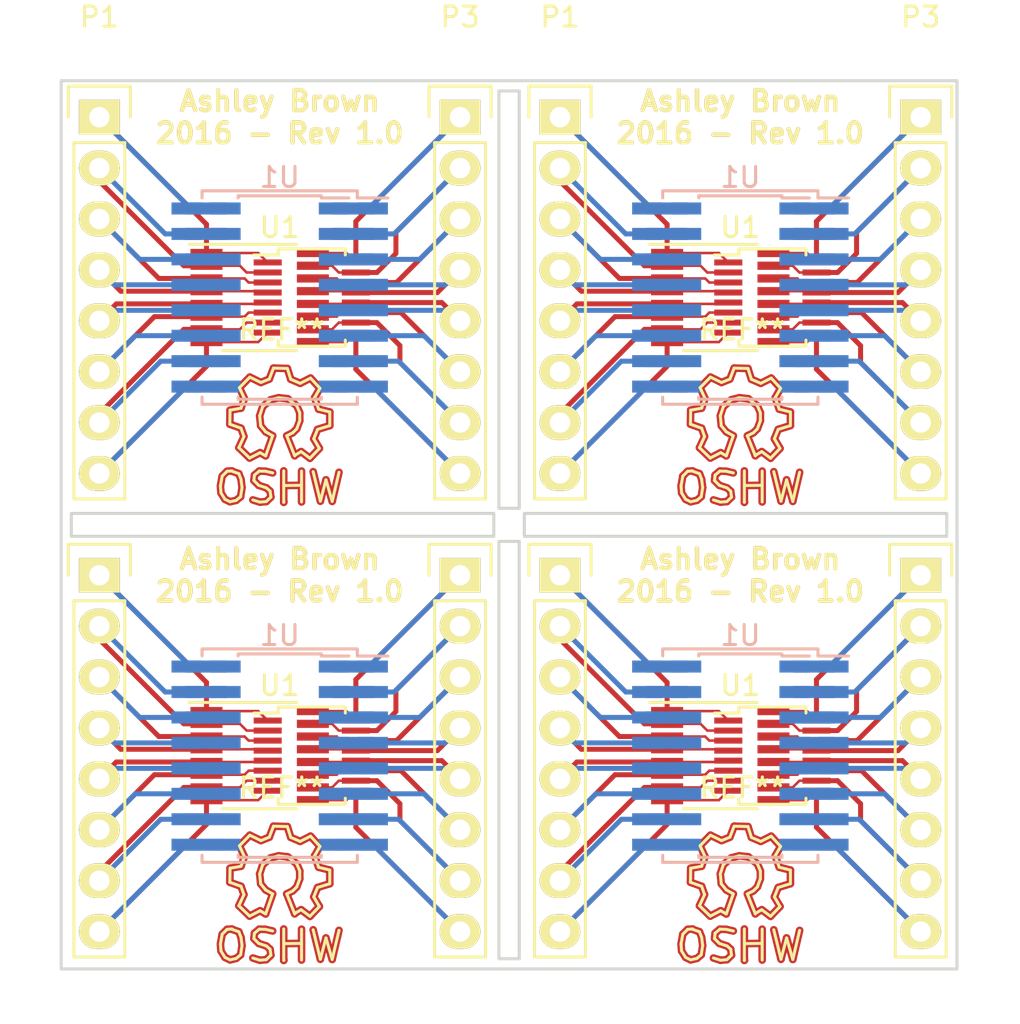
<source format=kicad_pcb>
(kicad_pcb (version 4) (host pcbnew 4.0.1-2.fc23-product)

  (general
    (links 304)
    (no_connects 48)
    (area 117.018999 59.106999 161.873001 103.580001)
    (thickness 1.6)
    (drawings 29)
    (tracks 504)
    (zones 0)
    (modules 32)
    (nets 17)
  )

  (page A4)
  (layers
    (0 F.Cu signal)
    (31 B.Cu signal)
    (32 B.Adhes user)
    (33 F.Adhes user)
    (34 B.Paste user)
    (35 F.Paste user)
    (36 B.SilkS user)
    (37 F.SilkS user)
    (38 B.Mask user)
    (39 F.Mask user)
    (40 Dwgs.User user)
    (41 Cmts.User user)
    (42 Eco1.User user)
    (43 Eco2.User user)
    (44 Edge.Cuts user)
    (45 Margin user)
    (46 B.CrtYd user)
    (47 F.CrtYd user)
    (48 B.Fab user)
    (49 F.Fab user)
  )

  (setup
    (last_trace_width 0.127)
    (user_trace_width 0.25)
    (user_trace_width 0.6)
    (trace_clearance 0.127)
    (zone_clearance 0.508)
    (zone_45_only no)
    (trace_min 0.127)
    (segment_width 0.2)
    (edge_width 0.15)
    (via_size 0.6)
    (via_drill 0.4)
    (via_min_size 0.4)
    (via_min_drill 0.3)
    (uvia_size 0.3)
    (uvia_drill 0.1)
    (uvias_allowed no)
    (uvia_min_size 0.2)
    (uvia_min_drill 0.1)
    (pcb_text_width 0.3)
    (pcb_text_size 1.5 1.5)
    (mod_edge_width 0.15)
    (mod_text_size 1 1)
    (mod_text_width 0.15)
    (pad_size 1.524 1.524)
    (pad_drill 0.762)
    (pad_to_mask_clearance 0.2)
    (aux_axis_origin 0 0)
    (visible_elements FFFFF75F)
    (pcbplotparams
      (layerselection 0x00030_80000001)
      (usegerberextensions false)
      (excludeedgelayer true)
      (linewidth 0.100000)
      (plotframeref false)
      (viasonmask false)
      (mode 1)
      (useauxorigin false)
      (hpglpennumber 1)
      (hpglpenspeed 20)
      (hpglpendiameter 15)
      (hpglpenoverlay 2)
      (psnegative false)
      (psa4output false)
      (plotreference true)
      (plotvalue true)
      (plotinvisibletext false)
      (padsonsilk false)
      (subtractmaskfromsilk false)
      (outputformat 1)
      (mirror false)
      (drillshape 1)
      (scaleselection 1)
      (outputdirectory ""))
  )

  (net 0 "")
  (net 1 "Net-(P1-Pad1)")
  (net 2 "Net-(P1-Pad2)")
  (net 3 "Net-(P1-Pad3)")
  (net 4 "Net-(P1-Pad4)")
  (net 5 "Net-(P1-Pad5)")
  (net 6 "Net-(P1-Pad6)")
  (net 7 "Net-(P1-Pad7)")
  (net 8 "Net-(P1-Pad8)")
  (net 9 "Net-(P3-Pad1)")
  (net 10 "Net-(P3-Pad2)")
  (net 11 "Net-(P3-Pad3)")
  (net 12 "Net-(P3-Pad4)")
  (net 13 "Net-(P3-Pad5)")
  (net 14 "Net-(P3-Pad6)")
  (net 15 "Net-(P3-Pad7)")
  (net 16 "Net-(P3-Pad8)")

  (net_class Default "This is the default net class."
    (clearance 0.127)
    (trace_width 0.127)
    (via_dia 0.6)
    (via_drill 0.4)
    (uvia_dia 0.3)
    (uvia_drill 0.1)
    (add_net "Net-(P1-Pad1)")
    (add_net "Net-(P1-Pad2)")
    (add_net "Net-(P1-Pad3)")
    (add_net "Net-(P1-Pad4)")
    (add_net "Net-(P1-Pad5)")
    (add_net "Net-(P1-Pad6)")
    (add_net "Net-(P1-Pad7)")
    (add_net "Net-(P1-Pad8)")
    (add_net "Net-(P3-Pad1)")
    (add_net "Net-(P3-Pad2)")
    (add_net "Net-(P3-Pad3)")
    (add_net "Net-(P3-Pad4)")
    (add_net "Net-(P3-Pad5)")
    (add_net "Net-(P3-Pad6)")
    (add_net "Net-(P3-Pad7)")
    (add_net "Net-(P3-Pad8)")
  )

  (module Symbols:Symbol_OSHW-Logo_SilkScreen (layer F.Cu) (tedit 0) (tstamp 56DDDEB5)
    (at 128 98.86)
    (descr "Symbol, OSHW-Logo, Silk Screen,")
    (tags "Symbol, OSHW-Logo, Silk Screen,")
    (fp_text reference REF** (at 0.09906 -4.38912) (layer F.SilkS)
      (effects (font (size 1 1) (thickness 0.15)))
    )
    (fp_text value Symbol_OSHW-Logo_SilkScreen (at 0.30988 6.56082) (layer F.Fab)
      (effects (font (size 1 1) (thickness 0.15)))
    )
    (fp_line (start 1.66878 2.68986) (end 2.02946 4.16052) (layer F.SilkS) (width 0.15))
    (fp_line (start 2.02946 4.16052) (end 2.30886 3.0988) (layer F.SilkS) (width 0.15))
    (fp_line (start 2.30886 3.0988) (end 2.61874 4.17068) (layer F.SilkS) (width 0.15))
    (fp_line (start 2.61874 4.17068) (end 2.9591 2.72034) (layer F.SilkS) (width 0.15))
    (fp_line (start 0.24892 3.38074) (end 1.03886 3.37058) (layer F.SilkS) (width 0.15))
    (fp_line (start 1.03886 3.37058) (end 1.04902 3.38074) (layer F.SilkS) (width 0.15))
    (fp_line (start 1.04902 3.38074) (end 1.04902 3.37058) (layer F.SilkS) (width 0.15))
    (fp_line (start 1.08966 2.65938) (end 1.08966 4.20116) (layer F.SilkS) (width 0.15))
    (fp_line (start 0.20066 2.64922) (end 0.20066 4.21894) (layer F.SilkS) (width 0.15))
    (fp_line (start 0.20066 4.21894) (end 0.21082 4.20878) (layer F.SilkS) (width 0.15))
    (fp_line (start -0.35052 2.75082) (end -0.70104 2.66954) (layer F.SilkS) (width 0.15))
    (fp_line (start -0.70104 2.66954) (end -1.02108 2.65938) (layer F.SilkS) (width 0.15))
    (fp_line (start -1.02108 2.65938) (end -1.25984 2.86004) (layer F.SilkS) (width 0.15))
    (fp_line (start -1.25984 2.86004) (end -1.29032 3.12928) (layer F.SilkS) (width 0.15))
    (fp_line (start -1.29032 3.12928) (end -1.04902 3.37058) (layer F.SilkS) (width 0.15))
    (fp_line (start -1.04902 3.37058) (end -0.6604 3.50012) (layer F.SilkS) (width 0.15))
    (fp_line (start -0.6604 3.50012) (end -0.48006 3.66014) (layer F.SilkS) (width 0.15))
    (fp_line (start -0.48006 3.66014) (end -0.43942 3.95986) (layer F.SilkS) (width 0.15))
    (fp_line (start -0.43942 3.95986) (end -0.67056 4.18084) (layer F.SilkS) (width 0.15))
    (fp_line (start -0.67056 4.18084) (end -0.9906 4.20878) (layer F.SilkS) (width 0.15))
    (fp_line (start -0.9906 4.20878) (end -1.34112 4.09956) (layer F.SilkS) (width 0.15))
    (fp_line (start -2.37998 2.64922) (end -2.6289 2.66954) (layer F.SilkS) (width 0.15))
    (fp_line (start -2.6289 2.66954) (end -2.8702 2.91084) (layer F.SilkS) (width 0.15))
    (fp_line (start -2.8702 2.91084) (end -2.9591 3.40106) (layer F.SilkS) (width 0.15))
    (fp_line (start -2.9591 3.40106) (end -2.93116 3.74904) (layer F.SilkS) (width 0.15))
    (fp_line (start -2.93116 3.74904) (end -2.7305 4.06908) (layer F.SilkS) (width 0.15))
    (fp_line (start -2.7305 4.06908) (end -2.47904 4.191) (layer F.SilkS) (width 0.15))
    (fp_line (start -2.47904 4.191) (end -2.16916 4.11988) (layer F.SilkS) (width 0.15))
    (fp_line (start -2.16916 4.11988) (end -1.95072 3.93954) (layer F.SilkS) (width 0.15))
    (fp_line (start -1.95072 3.93954) (end -1.8796 3.4798) (layer F.SilkS) (width 0.15))
    (fp_line (start -1.8796 3.4798) (end -1.9304 3.07086) (layer F.SilkS) (width 0.15))
    (fp_line (start -1.9304 3.07086) (end -2.03962 2.78892) (layer F.SilkS) (width 0.15))
    (fp_line (start -2.03962 2.78892) (end -2.4003 2.65938) (layer F.SilkS) (width 0.15))
    (fp_line (start -1.78054 0.92964) (end -2.03962 1.49098) (layer F.SilkS) (width 0.15))
    (fp_line (start -2.03962 1.49098) (end -1.50114 2.00914) (layer F.SilkS) (width 0.15))
    (fp_line (start -1.50114 2.00914) (end -0.98044 1.7399) (layer F.SilkS) (width 0.15))
    (fp_line (start -0.98044 1.7399) (end -0.70104 1.89992) (layer F.SilkS) (width 0.15))
    (fp_line (start 0.73914 1.8796) (end 1.06934 1.6891) (layer F.SilkS) (width 0.15))
    (fp_line (start 1.06934 1.6891) (end 1.50876 2.0193) (layer F.SilkS) (width 0.15))
    (fp_line (start 1.50876 2.0193) (end 1.9812 1.52908) (layer F.SilkS) (width 0.15))
    (fp_line (start 1.9812 1.52908) (end 1.69926 1.04902) (layer F.SilkS) (width 0.15))
    (fp_line (start 1.69926 1.04902) (end 1.88976 0.57912) (layer F.SilkS) (width 0.15))
    (fp_line (start 1.88976 0.57912) (end 2.49936 0.39116) (layer F.SilkS) (width 0.15))
    (fp_line (start 2.49936 0.39116) (end 2.49936 -0.28956) (layer F.SilkS) (width 0.15))
    (fp_line (start 2.49936 -0.28956) (end 1.94056 -0.42926) (layer F.SilkS) (width 0.15))
    (fp_line (start 1.94056 -0.42926) (end 1.7399 -1.00076) (layer F.SilkS) (width 0.15))
    (fp_line (start 1.7399 -1.00076) (end 2.00914 -1.47066) (layer F.SilkS) (width 0.15))
    (fp_line (start 2.00914 -1.47066) (end 1.53924 -1.9812) (layer F.SilkS) (width 0.15))
    (fp_line (start 1.53924 -1.9812) (end 1.02108 -1.71958) (layer F.SilkS) (width 0.15))
    (fp_line (start 1.02108 -1.71958) (end 0.55118 -1.92024) (layer F.SilkS) (width 0.15))
    (fp_line (start 0.55118 -1.92024) (end 0.381 -2.46126) (layer F.SilkS) (width 0.15))
    (fp_line (start 0.381 -2.46126) (end -0.30988 -2.47904) (layer F.SilkS) (width 0.15))
    (fp_line (start -0.30988 -2.47904) (end -0.5207 -1.9304) (layer F.SilkS) (width 0.15))
    (fp_line (start -0.5207 -1.9304) (end -0.9398 -1.76022) (layer F.SilkS) (width 0.15))
    (fp_line (start -0.9398 -1.76022) (end -1.49098 -2.02946) (layer F.SilkS) (width 0.15))
    (fp_line (start -1.49098 -2.02946) (end -2.00914 -1.50114) (layer F.SilkS) (width 0.15))
    (fp_line (start -2.00914 -1.50114) (end -1.76022 -0.96012) (layer F.SilkS) (width 0.15))
    (fp_line (start -1.76022 -0.96012) (end -1.9304 -0.48006) (layer F.SilkS) (width 0.15))
    (fp_line (start -1.9304 -0.48006) (end -2.47904 -0.381) (layer F.SilkS) (width 0.15))
    (fp_line (start -2.47904 -0.381) (end -2.4892 0.32004) (layer F.SilkS) (width 0.15))
    (fp_line (start -2.4892 0.32004) (end -1.9304 0.5207) (layer F.SilkS) (width 0.15))
    (fp_line (start -1.9304 0.5207) (end -1.7907 0.91948) (layer F.SilkS) (width 0.15))
    (fp_line (start 0.35052 0.89916) (end 0.65024 0.7493) (layer F.SilkS) (width 0.15))
    (fp_line (start 0.65024 0.7493) (end 0.8509 0.55118) (layer F.SilkS) (width 0.15))
    (fp_line (start 0.8509 0.55118) (end 1.00076 0.14986) (layer F.SilkS) (width 0.15))
    (fp_line (start 1.00076 0.14986) (end 1.00076 -0.24892) (layer F.SilkS) (width 0.15))
    (fp_line (start 1.00076 -0.24892) (end 0.8509 -0.59944) (layer F.SilkS) (width 0.15))
    (fp_line (start 0.8509 -0.59944) (end 0.39878 -0.94996) (layer F.SilkS) (width 0.15))
    (fp_line (start 0.39878 -0.94996) (end -0.0508 -1.00076) (layer F.SilkS) (width 0.15))
    (fp_line (start -0.0508 -1.00076) (end -0.44958 -0.89916) (layer F.SilkS) (width 0.15))
    (fp_line (start -0.44958 -0.89916) (end -0.8509 -0.55118) (layer F.SilkS) (width 0.15))
    (fp_line (start -0.8509 -0.55118) (end -1.00076 -0.09906) (layer F.SilkS) (width 0.15))
    (fp_line (start -1.00076 -0.09906) (end -0.94996 0.39878) (layer F.SilkS) (width 0.15))
    (fp_line (start -0.94996 0.39878) (end -0.70104 0.70104) (layer F.SilkS) (width 0.15))
    (fp_line (start -0.70104 0.70104) (end -0.35052 0.89916) (layer F.SilkS) (width 0.15))
    (fp_line (start -0.35052 0.89916) (end -0.70104 1.89992) (layer F.SilkS) (width 0.15))
    (fp_line (start 0.35052 0.89916) (end 0.7493 1.89992) (layer F.SilkS) (width 0.15))
  )

  (module Symbols:Symbol_OSHW-Logo_CopperTop (layer F.Cu) (tedit 0) (tstamp 56DDDE65)
    (at 128 98.86)
    (descr "Symbol, OSHW-Logo, Copper Top,")
    (tags "Symbol, OSHW-Logo, Copper Top,")
    (fp_text reference REF** (at 0.09906 -4.38912) (layer F.SilkS)
      (effects (font (size 1 1) (thickness 0.15)))
    )
    (fp_text value Symbol_OSHW-Logo_CopperTop (at 0.30988 6.56082) (layer F.Fab)
      (effects (font (size 1 1) (thickness 0.15)))
    )
    (fp_line (start 1.66878 2.68986) (end 2.02946 4.16052) (layer F.Cu) (width 0.381))
    (fp_line (start 2.02946 4.16052) (end 2.30886 3.0988) (layer F.Cu) (width 0.381))
    (fp_line (start 2.30886 3.0988) (end 2.61874 4.17068) (layer F.Cu) (width 0.381))
    (fp_line (start 2.61874 4.17068) (end 2.9591 2.72034) (layer F.Cu) (width 0.381))
    (fp_line (start 0.24892 3.38074) (end 1.03886 3.37058) (layer F.Cu) (width 0.381))
    (fp_line (start 1.03886 3.37058) (end 1.04902 3.38074) (layer F.Cu) (width 0.381))
    (fp_line (start 1.04902 3.38074) (end 1.04902 3.37058) (layer F.Cu) (width 0.381))
    (fp_line (start 1.08966 2.65938) (end 1.08966 4.20116) (layer F.Cu) (width 0.381))
    (fp_line (start 0.20066 2.64922) (end 0.20066 4.21894) (layer F.Cu) (width 0.381))
    (fp_line (start 0.20066 4.21894) (end 0.21082 4.20878) (layer F.Cu) (width 0.381))
    (fp_line (start -0.35052 2.75082) (end -0.70104 2.66954) (layer F.Cu) (width 0.381))
    (fp_line (start -0.70104 2.66954) (end -1.02108 2.65938) (layer F.Cu) (width 0.381))
    (fp_line (start -1.02108 2.65938) (end -1.25984 2.86004) (layer F.Cu) (width 0.381))
    (fp_line (start -1.25984 2.86004) (end -1.29032 3.12928) (layer F.Cu) (width 0.381))
    (fp_line (start -1.29032 3.12928) (end -1.04902 3.37058) (layer F.Cu) (width 0.381))
    (fp_line (start -1.04902 3.37058) (end -0.6604 3.50012) (layer F.Cu) (width 0.381))
    (fp_line (start -0.6604 3.50012) (end -0.48006 3.66014) (layer F.Cu) (width 0.381))
    (fp_line (start -0.48006 3.66014) (end -0.43942 3.95986) (layer F.Cu) (width 0.381))
    (fp_line (start -0.43942 3.95986) (end -0.67056 4.18084) (layer F.Cu) (width 0.381))
    (fp_line (start -0.67056 4.18084) (end -0.9906 4.20878) (layer F.Cu) (width 0.381))
    (fp_line (start -0.9906 4.20878) (end -1.34112 4.09956) (layer F.Cu) (width 0.381))
    (fp_line (start -2.37998 2.64922) (end -2.6289 2.66954) (layer F.Cu) (width 0.381))
    (fp_line (start -2.6289 2.66954) (end -2.8702 2.91084) (layer F.Cu) (width 0.381))
    (fp_line (start -2.8702 2.91084) (end -2.9591 3.40106) (layer F.Cu) (width 0.381))
    (fp_line (start -2.9591 3.40106) (end -2.93116 3.74904) (layer F.Cu) (width 0.381))
    (fp_line (start -2.93116 3.74904) (end -2.7305 4.06908) (layer F.Cu) (width 0.381))
    (fp_line (start -2.7305 4.06908) (end -2.47904 4.191) (layer F.Cu) (width 0.381))
    (fp_line (start -2.47904 4.191) (end -2.16916 4.11988) (layer F.Cu) (width 0.381))
    (fp_line (start -2.16916 4.11988) (end -1.95072 3.93954) (layer F.Cu) (width 0.381))
    (fp_line (start -1.95072 3.93954) (end -1.8796 3.4798) (layer F.Cu) (width 0.381))
    (fp_line (start -1.8796 3.4798) (end -1.9304 3.07086) (layer F.Cu) (width 0.381))
    (fp_line (start -1.9304 3.07086) (end -2.03962 2.78892) (layer F.Cu) (width 0.381))
    (fp_line (start -2.03962 2.78892) (end -2.4003 2.65938) (layer F.Cu) (width 0.381))
    (fp_line (start -1.78054 0.92964) (end -2.03962 1.49098) (layer F.Cu) (width 0.381))
    (fp_line (start -2.03962 1.49098) (end -1.50114 2.00914) (layer F.Cu) (width 0.381))
    (fp_line (start -1.50114 2.00914) (end -0.98044 1.7399) (layer F.Cu) (width 0.381))
    (fp_line (start -0.98044 1.7399) (end -0.70104 1.89992) (layer F.Cu) (width 0.381))
    (fp_line (start 0.73914 1.8796) (end 1.06934 1.6891) (layer F.Cu) (width 0.381))
    (fp_line (start 1.06934 1.6891) (end 1.50876 2.0193) (layer F.Cu) (width 0.381))
    (fp_line (start 1.50876 2.0193) (end 1.9812 1.52908) (layer F.Cu) (width 0.381))
    (fp_line (start 1.9812 1.52908) (end 1.69926 1.04902) (layer F.Cu) (width 0.381))
    (fp_line (start 1.69926 1.04902) (end 1.88976 0.57912) (layer F.Cu) (width 0.381))
    (fp_line (start 1.88976 0.57912) (end 2.49936 0.39116) (layer F.Cu) (width 0.381))
    (fp_line (start 2.49936 0.39116) (end 2.49936 -0.28956) (layer F.Cu) (width 0.381))
    (fp_line (start 2.49936 -0.28956) (end 1.94056 -0.42926) (layer F.Cu) (width 0.381))
    (fp_line (start 1.94056 -0.42926) (end 1.7399 -1.00076) (layer F.Cu) (width 0.381))
    (fp_line (start 1.7399 -1.00076) (end 2.00914 -1.47066) (layer F.Cu) (width 0.381))
    (fp_line (start 2.00914 -1.47066) (end 1.53924 -1.9812) (layer F.Cu) (width 0.381))
    (fp_line (start 1.53924 -1.9812) (end 1.02108 -1.71958) (layer F.Cu) (width 0.381))
    (fp_line (start 1.02108 -1.71958) (end 0.55118 -1.92024) (layer F.Cu) (width 0.381))
    (fp_line (start 0.55118 -1.92024) (end 0.381 -2.46126) (layer F.Cu) (width 0.381))
    (fp_line (start 0.381 -2.46126) (end -0.30988 -2.47904) (layer F.Cu) (width 0.381))
    (fp_line (start -0.30988 -2.47904) (end -0.5207 -1.9304) (layer F.Cu) (width 0.381))
    (fp_line (start -0.5207 -1.9304) (end -0.9398 -1.76022) (layer F.Cu) (width 0.381))
    (fp_line (start -0.9398 -1.76022) (end -1.49098 -2.02946) (layer F.Cu) (width 0.381))
    (fp_line (start -1.49098 -2.02946) (end -2.00914 -1.50114) (layer F.Cu) (width 0.381))
    (fp_line (start -2.00914 -1.50114) (end -1.76022 -0.96012) (layer F.Cu) (width 0.381))
    (fp_line (start -1.76022 -0.96012) (end -1.9304 -0.48006) (layer F.Cu) (width 0.381))
    (fp_line (start -1.9304 -0.48006) (end -2.47904 -0.381) (layer F.Cu) (width 0.381))
    (fp_line (start -2.47904 -0.381) (end -2.4892 0.32004) (layer F.Cu) (width 0.381))
    (fp_line (start -2.4892 0.32004) (end -1.9304 0.5207) (layer F.Cu) (width 0.381))
    (fp_line (start -1.9304 0.5207) (end -1.7907 0.91948) (layer F.Cu) (width 0.381))
    (fp_line (start 0.35052 0.89916) (end 0.65024 0.7493) (layer F.Cu) (width 0.381))
    (fp_line (start 0.65024 0.7493) (end 0.8509 0.55118) (layer F.Cu) (width 0.381))
    (fp_line (start 0.8509 0.55118) (end 1.00076 0.14986) (layer F.Cu) (width 0.381))
    (fp_line (start 1.00076 0.14986) (end 1.00076 -0.24892) (layer F.Cu) (width 0.381))
    (fp_line (start 1.00076 -0.24892) (end 0.8509 -0.59944) (layer F.Cu) (width 0.381))
    (fp_line (start 0.8509 -0.59944) (end 0.39878 -0.94996) (layer F.Cu) (width 0.381))
    (fp_line (start 0.39878 -0.94996) (end -0.0508 -1.00076) (layer F.Cu) (width 0.381))
    (fp_line (start -0.0508 -1.00076) (end -0.44958 -0.89916) (layer F.Cu) (width 0.381))
    (fp_line (start -0.44958 -0.89916) (end -0.8509 -0.55118) (layer F.Cu) (width 0.381))
    (fp_line (start -0.8509 -0.55118) (end -1.00076 -0.09906) (layer F.Cu) (width 0.381))
    (fp_line (start -1.00076 -0.09906) (end -0.94996 0.39878) (layer F.Cu) (width 0.381))
    (fp_line (start -0.94996 0.39878) (end -0.70104 0.70104) (layer F.Cu) (width 0.381))
    (fp_line (start -0.70104 0.70104) (end -0.35052 0.89916) (layer F.Cu) (width 0.381))
    (fp_line (start -0.35052 0.89916) (end -0.70104 1.89992) (layer F.Cu) (width 0.381))
    (fp_line (start 0.35052 0.89916) (end 0.7493 1.89992) (layer F.Cu) (width 0.381))
  )

  (module Housings_SOIC:SOIC-16_3.9x9.9mm_Pitch1.27mm (layer B.Cu) (tedit 56DCC85B) (tstamp 56DDDE47)
    (at 128 92.86 180)
    (descr "16-Lead Plastic Small Outline (SL) - Narrow, 3.90 mm Body [SOIC] (see Microchip Packaging Specification 00000049BS.pdf)")
    (tags "SOIC 1.27")
    (path /56DCD4BD)
    (attr smd)
    (fp_text reference U1 (at 0 6 180) (layer B.SilkS)
      (effects (font (size 1 1) (thickness 0.15)) (justify mirror))
    )
    (fp_text value Generic_16Pin_Chip (at 0 -6 180) (layer B.Fab)
      (effects (font (size 1 1) (thickness 0.15)) (justify mirror))
    )
    (fp_line (start -3.7 5.25) (end -3.7 -5.25) (layer B.CrtYd) (width 0.05))
    (fp_line (start 3.7 5.25) (end 3.7 -5.25) (layer B.CrtYd) (width 0.05))
    (fp_line (start -3.7 5.25) (end 3.7 5.25) (layer B.CrtYd) (width 0.05))
    (fp_line (start -3.7 -5.25) (end 3.7 -5.25) (layer B.CrtYd) (width 0.05))
    (fp_line (start -2.075 5.075) (end -2.075 4.97) (layer B.SilkS) (width 0.15))
    (fp_line (start 2.075 5.075) (end 2.075 4.97) (layer B.SilkS) (width 0.15))
    (fp_line (start 2.075 -5.075) (end 2.075 -4.97) (layer B.SilkS) (width 0.15))
    (fp_line (start -2.075 -5.075) (end -2.075 -4.97) (layer B.SilkS) (width 0.15))
    (fp_line (start -2.075 5.075) (end 2.075 5.075) (layer B.SilkS) (width 0.15))
    (fp_line (start -2.075 -5.075) (end 2.075 -5.075) (layer B.SilkS) (width 0.15))
    (fp_line (start -2.075 4.97) (end -3.45 4.97) (layer B.SilkS) (width 0.15))
    (pad 1 smd rect (at -2.7 4.445 180) (size 1.5 0.6) (layers B.Cu B.Paste B.Mask)
      (net 9 "Net-(P3-Pad1)"))
    (pad 2 smd rect (at -2.7 3.175 180) (size 1.5 0.6) (layers B.Cu B.Paste B.Mask)
      (net 10 "Net-(P3-Pad2)"))
    (pad 3 smd rect (at -2.7 1.905 180) (size 1.5 0.6) (layers B.Cu B.Paste B.Mask)
      (net 11 "Net-(P3-Pad3)"))
    (pad 4 smd rect (at -2.7 0.635 180) (size 1.5 0.6) (layers B.Cu B.Paste B.Mask)
      (net 12 "Net-(P3-Pad4)"))
    (pad 5 smd rect (at -2.7 -0.635 180) (size 1.5 0.6) (layers B.Cu B.Paste B.Mask)
      (net 13 "Net-(P3-Pad5)"))
    (pad 6 smd rect (at -2.7 -1.905 180) (size 1.5 0.6) (layers B.Cu B.Paste B.Mask)
      (net 14 "Net-(P3-Pad6)"))
    (pad 7 smd rect (at -2.7 -3.175 180) (size 1.5 0.6) (layers B.Cu B.Paste B.Mask)
      (net 15 "Net-(P3-Pad7)"))
    (pad 8 smd rect (at -2.7 -4.445 180) (size 1.5 0.6) (layers B.Cu B.Paste B.Mask)
      (net 16 "Net-(P3-Pad8)"))
    (pad 9 smd rect (at 2.7 -4.445 180) (size 1.5 0.6) (layers B.Cu B.Paste B.Mask)
      (net 8 "Net-(P1-Pad8)"))
    (pad 10 smd rect (at 2.7 -3.175 180) (size 1.5 0.6) (layers B.Cu B.Paste B.Mask)
      (net 7 "Net-(P1-Pad7)"))
    (pad 11 smd rect (at 2.7 -1.905 180) (size 1.5 0.6) (layers B.Cu B.Paste B.Mask)
      (net 6 "Net-(P1-Pad6)"))
    (pad 12 smd rect (at 2.7 -0.635 180) (size 1.5 0.6) (layers B.Cu B.Paste B.Mask)
      (net 5 "Net-(P1-Pad5)"))
    (pad 13 smd rect (at 2.7 0.635 180) (size 1.5 0.6) (layers B.Cu B.Paste B.Mask)
      (net 4 "Net-(P1-Pad4)"))
    (pad 14 smd rect (at 2.7 1.905 180) (size 1.5 0.6) (layers B.Cu B.Paste B.Mask)
      (net 3 "Net-(P1-Pad3)"))
    (pad 15 smd rect (at 2.7 3.175 180) (size 1.5 0.6) (layers B.Cu B.Paste B.Mask)
      (net 2 "Net-(P1-Pad2)"))
    (pad 16 smd rect (at 2.7 4.445 180) (size 1.5 0.6) (layers B.Cu B.Paste B.Mask)
      (net 1 "Net-(P1-Pad1)"))
    (model Housings_SOIC.3dshapes/SOIC-16_3.9x9.9mm_Pitch1.27mm.wrl
      (at (xyz 0 0 0))
      (scale (xyz 1 1 1))
      (rotate (xyz 0 0 0))
    )
  )

  (module Housings_SOIC:SOIC-16_7.5x10.3mm_Pitch1.27mm (layer B.Cu) (tedit 56DCC8A1) (tstamp 56DDDE29)
    (at 128 92.86 180)
    (descr "16-Lead Plastic Small Outline (SO) - Wide, 7.50 mm Body [SOIC] (see Microchip Packaging Specification 00000049BS.pdf)")
    (tags "SOIC 1.27")
    (path /56DCBD74)
    (attr smd)
    (fp_text reference "" (at 2 6 180) (layer B.SilkS)
      (effects (font (size 1 1) (thickness 0.15)) (justify mirror))
    )
    (fp_text value Generic_16Pin_Chip (at 0 -6.25 180) (layer B.Fab)
      (effects (font (size 1 1) (thickness 0.15)) (justify mirror))
    )
    (fp_line (start -5.65 5.5) (end -5.65 -5.5) (layer B.CrtYd) (width 0.05))
    (fp_line (start 5.65 5.5) (end 5.65 -5.5) (layer B.CrtYd) (width 0.05))
    (fp_line (start -5.65 5.5) (end 5.65 5.5) (layer B.CrtYd) (width 0.05))
    (fp_line (start -5.65 -5.5) (end 5.65 -5.5) (layer B.CrtYd) (width 0.05))
    (fp_line (start -3.875 5.325) (end -3.875 4.97) (layer B.SilkS) (width 0.15))
    (fp_line (start 3.875 5.325) (end 3.875 4.97) (layer B.SilkS) (width 0.15))
    (fp_line (start 3.875 -5.325) (end 3.875 -4.97) (layer B.SilkS) (width 0.15))
    (fp_line (start -3.875 -5.325) (end -3.875 -4.97) (layer B.SilkS) (width 0.15))
    (fp_line (start -3.875 5.325) (end 3.875 5.325) (layer B.SilkS) (width 0.15))
    (fp_line (start -3.875 -5.325) (end 3.875 -5.325) (layer B.SilkS) (width 0.15))
    (fp_line (start -3.875 4.97) (end -5.4 4.97) (layer B.SilkS) (width 0.15))
    (pad 1 smd rect (at -4.65 4.445 180) (size 1.5 0.6) (layers B.Cu B.Paste B.Mask)
      (net 9 "Net-(P3-Pad1)"))
    (pad 2 smd rect (at -4.65 3.175 180) (size 1.5 0.6) (layers B.Cu B.Paste B.Mask)
      (net 10 "Net-(P3-Pad2)"))
    (pad 3 smd rect (at -4.65 1.905 180) (size 1.5 0.6) (layers B.Cu B.Paste B.Mask)
      (net 11 "Net-(P3-Pad3)"))
    (pad 4 smd rect (at -4.65 0.635 180) (size 1.5 0.6) (layers B.Cu B.Paste B.Mask)
      (net 12 "Net-(P3-Pad4)"))
    (pad 5 smd rect (at -4.65 -0.635 180) (size 1.5 0.6) (layers B.Cu B.Paste B.Mask)
      (net 13 "Net-(P3-Pad5)"))
    (pad 6 smd rect (at -4.65 -1.905 180) (size 1.5 0.6) (layers B.Cu B.Paste B.Mask)
      (net 14 "Net-(P3-Pad6)"))
    (pad 7 smd rect (at -4.65 -3.175 180) (size 1.5 0.6) (layers B.Cu B.Paste B.Mask)
      (net 15 "Net-(P3-Pad7)"))
    (pad 8 smd rect (at -4.65 -4.445 180) (size 1.5 0.6) (layers B.Cu B.Paste B.Mask)
      (net 16 "Net-(P3-Pad8)"))
    (pad 9 smd rect (at 4.65 -4.445 180) (size 1.5 0.6) (layers B.Cu B.Paste B.Mask)
      (net 8 "Net-(P1-Pad8)"))
    (pad 10 smd rect (at 4.65 -3.175 180) (size 1.5 0.6) (layers B.Cu B.Paste B.Mask)
      (net 7 "Net-(P1-Pad7)"))
    (pad 11 smd rect (at 4.65 -1.905 180) (size 1.5 0.6) (layers B.Cu B.Paste B.Mask)
      (net 6 "Net-(P1-Pad6)"))
    (pad 12 smd rect (at 4.65 -0.635 180) (size 1.5 0.6) (layers B.Cu B.Paste B.Mask)
      (net 5 "Net-(P1-Pad5)"))
    (pad 13 smd rect (at 4.65 0.635 180) (size 1.5 0.6) (layers B.Cu B.Paste B.Mask)
      (net 4 "Net-(P1-Pad4)"))
    (pad 14 smd rect (at 4.65 1.905 180) (size 1.5 0.6) (layers B.Cu B.Paste B.Mask)
      (net 3 "Net-(P1-Pad3)"))
    (pad 15 smd rect (at 4.65 3.175 180) (size 1.5 0.6) (layers B.Cu B.Paste B.Mask)
      (net 2 "Net-(P1-Pad2)"))
    (pad 16 smd rect (at 4.65 4.445 180) (size 1.5 0.6) (layers B.Cu B.Paste B.Mask)
      (net 1 "Net-(P1-Pad1)"))
    (model Housings_SOIC.3dshapes/SOIC-16_7.5x10.3mm_Pitch1.27mm.wrl
      (at (xyz 0 0 0))
      (scale (xyz 1 1 1))
      (rotate (xyz 0 0 0))
    )
  )

  (module Housings_SSOP:QSOP-16_3.9x4.9mm_Pitch0.635mm (layer F.Cu) (tedit 56DCC8B5) (tstamp 56DDDE10)
    (at 127 92.86)
    (descr "16-Lead Plastic Shrink Small Outline Narrow Body (QR)-.150\" Body [QSOP] (see Microchip Packaging Specification 00000049BS.pdf)")
    (tags "SSOP 0.635")
    (path /56DCB01F)
    (attr smd)
    (fp_text reference "" (at 0 -3.5) (layer F.SilkS)
      (effects (font (size 1 1) (thickness 0.15)))
    )
    (fp_text value Generic_16Pin_Chip (at 0 3.5) (layer F.Fab)
      (effects (font (size 1 1) (thickness 0.15)))
    )
    (fp_line (start -3.7 -2.75) (end -3.7 2.75) (layer F.CrtYd) (width 0.05))
    (fp_line (start 3.7 -2.75) (end 3.7 2.75) (layer F.CrtYd) (width 0.05))
    (fp_line (start -3.7 -2.75) (end 3.7 -2.75) (layer F.CrtYd) (width 0.05))
    (fp_line (start -3.7 2.75) (end 3.7 2.75) (layer F.CrtYd) (width 0.05))
    (fp_line (start -1.8543 2.6525) (end 1.8543 2.6525) (layer F.SilkS) (width 0.15))
    (fp_line (start -3.5293 -2.6525) (end 1.8543 -2.6525) (layer F.SilkS) (width 0.15))
    (pad 1 smd rect (at -2.6543 -2.2225) (size 1.6 0.41) (layers F.Cu F.Paste F.Mask)
      (net 1 "Net-(P1-Pad1)"))
    (pad 2 smd rect (at -2.6543 -1.5875) (size 1.6 0.41) (layers F.Cu F.Paste F.Mask)
      (net 2 "Net-(P1-Pad2)"))
    (pad 3 smd rect (at -2.6543 -0.9525) (size 1.6 0.41) (layers F.Cu F.Paste F.Mask)
      (net 3 "Net-(P1-Pad3)"))
    (pad 4 smd rect (at -2.6543 -0.3175) (size 1.6 0.41) (layers F.Cu F.Paste F.Mask)
      (net 4 "Net-(P1-Pad4)"))
    (pad 5 smd rect (at -2.6543 0.3175) (size 1.6 0.41) (layers F.Cu F.Paste F.Mask)
      (net 5 "Net-(P1-Pad5)"))
    (pad 6 smd rect (at -2.6543 0.9525) (size 1.6 0.41) (layers F.Cu F.Paste F.Mask)
      (net 6 "Net-(P1-Pad6)"))
    (pad 7 smd rect (at -2.6543 1.5875) (size 1.6 0.41) (layers F.Cu F.Paste F.Mask)
      (net 7 "Net-(P1-Pad7)"))
    (pad 8 smd rect (at -2.6543 2.2225) (size 1.6 0.41) (layers F.Cu F.Paste F.Mask)
      (net 8 "Net-(P1-Pad8)"))
    (pad 9 smd rect (at 2.6543 2.2225) (size 1.6 0.41) (layers F.Cu F.Paste F.Mask)
      (net 16 "Net-(P3-Pad8)"))
    (pad 10 smd rect (at 2.6543 1.5875) (size 1.6 0.41) (layers F.Cu F.Paste F.Mask)
      (net 15 "Net-(P3-Pad7)"))
    (pad 11 smd rect (at 2.6543 0.9525) (size 1.6 0.41) (layers F.Cu F.Paste F.Mask)
      (net 14 "Net-(P3-Pad6)"))
    (pad 12 smd rect (at 2.6543 0.3175) (size 1.6 0.41) (layers F.Cu F.Paste F.Mask)
      (net 13 "Net-(P3-Pad5)"))
    (pad 13 smd rect (at 2.6543 -0.3175) (size 1.6 0.41) (layers F.Cu F.Paste F.Mask)
      (net 12 "Net-(P3-Pad4)"))
    (pad 14 smd rect (at 2.6543 -0.9525) (size 1.6 0.41) (layers F.Cu F.Paste F.Mask)
      (net 11 "Net-(P3-Pad3)"))
    (pad 15 smd rect (at 2.6543 -1.5875) (size 1.6 0.41) (layers F.Cu F.Paste F.Mask)
      (net 10 "Net-(P3-Pad2)"))
    (pad 16 smd rect (at 2.6543 -2.2225) (size 1.6 0.41) (layers F.Cu F.Paste F.Mask)
      (net 9 "Net-(P3-Pad1)"))
    (model Housings_SSOP.3dshapes/QSOP-16_3.9x4.9mm_Pitch0.635mm.wrl
      (at (xyz 0 0 0))
      (scale (xyz 1 1 1))
      (rotate (xyz 0 0 0))
    )
  )

  (module fixed_MSOP-16:MSOP-16_3x4mm_Pitch0.5mm (layer F.Cu) (tedit 56DCC8C9) (tstamp 56DDDDF2)
    (at 129.6 92.86)
    (descr "10-Lead Plastic Micro Small Outline Package (MS) [MSOP] (see Microchip Packaging Specification 00000049BS.pdf)")
    (tags "SSOP 0.5")
    (path /56DCB00D)
    (attr smd)
    (fp_text reference U1 (at -1.6 -3.5) (layer F.SilkS)
      (effects (font (size 1 1) (thickness 0.15)))
    )
    (fp_text value Generic_16Pin_Chip (at 0 3.5) (layer F.Fab)
      (effects (font (size 1 1) (thickness 0.15)))
    )
    (fp_line (start -3.15 -2.6) (end -3.15 2.6) (layer F.CrtYd) (width 0.05))
    (fp_line (start 3.15 -2.6) (end 3.15 2.6) (layer F.CrtYd) (width 0.05))
    (fp_line (start -3.15 -2.6) (end 3.15 -2.6) (layer F.CrtYd) (width 0.05))
    (fp_line (start -3.15 2.6) (end 3.15 2.6) (layer F.CrtYd) (width 0.05))
    (fp_line (start -1.675 -2.425) (end -1.675 -2.125) (layer F.SilkS) (width 0.15))
    (fp_line (start 1.675 -2.425) (end 1.675 -2.125) (layer F.SilkS) (width 0.15))
    (fp_line (start 1.675 2.425) (end 1.675 2.125) (layer F.SilkS) (width 0.15))
    (fp_line (start -1.675 2.425) (end -1.675 2.125) (layer F.SilkS) (width 0.15))
    (fp_line (start -1.675 -2.425) (end 1.675 -2.425) (layer F.SilkS) (width 0.15))
    (fp_line (start -1.675 2.425) (end 1.675 2.425) (layer F.SilkS) (width 0.15))
    (fp_line (start -1.675 -2.125) (end -2.9 -2.125) (layer F.SilkS) (width 0.15))
    (pad 1 smd rect (at -2.2 -1.75) (size 1.4 0.3) (layers F.Cu F.Paste F.Mask)
      (net 1 "Net-(P1-Pad1)"))
    (pad 2 smd rect (at -2.2 -1.25) (size 1.4 0.3) (layers F.Cu F.Paste F.Mask)
      (net 2 "Net-(P1-Pad2)"))
    (pad 3 smd rect (at -2.2 -0.75) (size 1.4 0.3) (layers F.Cu F.Paste F.Mask)
      (net 3 "Net-(P1-Pad3)"))
    (pad 4 smd rect (at -2.2 -0.25) (size 1.4 0.3) (layers F.Cu F.Paste F.Mask)
      (net 4 "Net-(P1-Pad4)"))
    (pad 5 smd rect (at -2.2 0.25) (size 1.4 0.3) (layers F.Cu F.Paste F.Mask)
      (net 5 "Net-(P1-Pad5)"))
    (pad 12 smd rect (at 2.2 0.25) (size 1.4 0.3) (layers F.Cu F.Paste F.Mask)
      (net 13 "Net-(P3-Pad5)"))
    (pad 13 smd rect (at 2.2 -0.25) (size 1.4 0.3) (layers F.Cu F.Paste F.Mask)
      (net 12 "Net-(P3-Pad4)"))
    (pad 14 smd rect (at 2.2 -0.75) (size 1.4 0.3) (layers F.Cu F.Paste F.Mask)
      (net 11 "Net-(P3-Pad3)"))
    (pad 15 smd rect (at 2.2 -1.25) (size 1.4 0.3) (layers F.Cu F.Paste F.Mask)
      (net 10 "Net-(P3-Pad2)"))
    (pad 16 smd rect (at 2.2 -1.75) (size 1.4 0.3) (layers F.Cu F.Paste F.Mask)
      (net 9 "Net-(P3-Pad1)"))
    (pad 6 smd rect (at -2.2 0.75) (size 1.4 0.3) (layers F.Cu F.Paste F.Mask)
      (net 6 "Net-(P1-Pad6)"))
    (pad 7 smd rect (at -2.2 1.25) (size 1.4 0.3) (layers F.Cu F.Paste F.Mask)
      (net 7 "Net-(P1-Pad7)"))
    (pad 8 smd rect (at -2.2 1.75) (size 1.4 0.3) (layers F.Cu F.Paste F.Mask)
      (net 8 "Net-(P1-Pad8)"))
    (pad 11 smd rect (at 2.2 0.75) (size 1.4 0.3) (layers F.Cu F.Paste F.Mask)
      (net 14 "Net-(P3-Pad6)"))
    (pad 10 smd rect (at 2.2 1.25) (size 1.4 0.3) (layers F.Cu F.Paste F.Mask)
      (net 15 "Net-(P3-Pad7)"))
    (pad 9 smd rect (at 2.2 1.75) (size 1.4 0.3) (layers F.Cu F.Paste F.Mask)
      (net 16 "Net-(P3-Pad8)"))
    (model Housings_SSOP.3dshapes/MSOP-16_3x4mm_Pitch0.5mm.wrl
      (at (xyz 0 0 0))
      (scale (xyz 1 1 1))
      (rotate (xyz 0 0 0))
    )
  )

  (module Pin_Headers:Pin_Header_Straight_1x08 (layer F.Cu) (tedit 56DCC92B) (tstamp 56DDDDDC)
    (at 137 83.86)
    (descr "Through hole pin header")
    (tags "pin header")
    (path /56DCB013)
    (fp_text reference P3 (at 0 -5) (layer F.SilkS)
      (effects (font (size 1 1) (thickness 0.15)))
    )
    (fp_text value CONN_01X08 (at 0 -3.1) (layer F.Fab)
      (effects (font (size 1 1) (thickness 0.15)))
    )
    (fp_line (start -1.75 -1.75) (end -1.75 19.55) (layer F.CrtYd) (width 0.05))
    (fp_line (start 1.75 -1.75) (end 1.75 19.55) (layer F.CrtYd) (width 0.05))
    (fp_line (start -1.75 -1.75) (end 1.75 -1.75) (layer F.CrtYd) (width 0.05))
    (fp_line (start -1.75 19.55) (end 1.75 19.55) (layer F.CrtYd) (width 0.05))
    (fp_line (start 1.27 1.27) (end 1.27 19.05) (layer F.SilkS) (width 0.15))
    (fp_line (start 1.27 19.05) (end -1.27 19.05) (layer F.SilkS) (width 0.15))
    (fp_line (start -1.27 19.05) (end -1.27 1.27) (layer F.SilkS) (width 0.15))
    (fp_line (start 1.55 -1.55) (end 1.55 0) (layer F.SilkS) (width 0.15))
    (fp_line (start 1.27 1.27) (end -1.27 1.27) (layer F.SilkS) (width 0.15))
    (fp_line (start -1.55 0) (end -1.55 -1.55) (layer F.SilkS) (width 0.15))
    (fp_line (start -1.55 -1.55) (end 1.55 -1.55) (layer F.SilkS) (width 0.15))
    (pad 1 thru_hole rect (at 0 0) (size 2.032 1.7272) (drill 1.016) (layers *.Cu *.Mask F.SilkS)
      (net 9 "Net-(P3-Pad1)"))
    (pad 2 thru_hole oval (at 0 2.54) (size 2.032 1.7272) (drill 1.016) (layers *.Cu *.Mask F.SilkS)
      (net 10 "Net-(P3-Pad2)"))
    (pad 3 thru_hole oval (at 0 5.08) (size 2.032 1.7272) (drill 1.016) (layers *.Cu *.Mask F.SilkS)
      (net 11 "Net-(P3-Pad3)"))
    (pad 4 thru_hole oval (at 0 7.62) (size 2.032 1.7272) (drill 1.016) (layers *.Cu *.Mask F.SilkS)
      (net 12 "Net-(P3-Pad4)"))
    (pad 5 thru_hole oval (at 0 10.16) (size 2.032 1.7272) (drill 1.016) (layers *.Cu *.Mask F.SilkS)
      (net 13 "Net-(P3-Pad5)"))
    (pad 6 thru_hole oval (at 0 12.7) (size 2.032 1.7272) (drill 1.016) (layers *.Cu *.Mask F.SilkS)
      (net 14 "Net-(P3-Pad6)"))
    (pad 7 thru_hole oval (at 0 15.24) (size 2.032 1.7272) (drill 1.016) (layers *.Cu *.Mask F.SilkS)
      (net 15 "Net-(P3-Pad7)"))
    (pad 8 thru_hole oval (at 0 17.78) (size 2.032 1.7272) (drill 1.016) (layers *.Cu *.Mask F.SilkS)
      (net 16 "Net-(P3-Pad8)"))
    (model Pin_Headers.3dshapes/Pin_Header_Straight_1x08.wrl
      (at (xyz 0 -0.35 0))
      (scale (xyz 1 1 1))
      (rotate (xyz 0 0 90))
    )
  )

  (module Pin_Headers:Pin_Header_Straight_1x08 (layer F.Cu) (tedit 56DCC931) (tstamp 56DDDDC6)
    (at 119 83.86)
    (descr "Through hole pin header")
    (tags "pin header")
    (path /56DCB019)
    (fp_text reference P1 (at 0 -5) (layer F.SilkS)
      (effects (font (size 1 1) (thickness 0.15)))
    )
    (fp_text value CONN_01X08 (at 0 -3.1) (layer F.Fab)
      (effects (font (size 1 1) (thickness 0.15)))
    )
    (fp_line (start -1.75 -1.75) (end -1.75 19.55) (layer F.CrtYd) (width 0.05))
    (fp_line (start 1.75 -1.75) (end 1.75 19.55) (layer F.CrtYd) (width 0.05))
    (fp_line (start -1.75 -1.75) (end 1.75 -1.75) (layer F.CrtYd) (width 0.05))
    (fp_line (start -1.75 19.55) (end 1.75 19.55) (layer F.CrtYd) (width 0.05))
    (fp_line (start 1.27 1.27) (end 1.27 19.05) (layer F.SilkS) (width 0.15))
    (fp_line (start 1.27 19.05) (end -1.27 19.05) (layer F.SilkS) (width 0.15))
    (fp_line (start -1.27 19.05) (end -1.27 1.27) (layer F.SilkS) (width 0.15))
    (fp_line (start 1.55 -1.55) (end 1.55 0) (layer F.SilkS) (width 0.15))
    (fp_line (start 1.27 1.27) (end -1.27 1.27) (layer F.SilkS) (width 0.15))
    (fp_line (start -1.55 0) (end -1.55 -1.55) (layer F.SilkS) (width 0.15))
    (fp_line (start -1.55 -1.55) (end 1.55 -1.55) (layer F.SilkS) (width 0.15))
    (pad 1 thru_hole rect (at 0 0) (size 2.032 1.7272) (drill 1.016) (layers *.Cu *.Mask F.SilkS)
      (net 1 "Net-(P1-Pad1)"))
    (pad 2 thru_hole oval (at 0 2.54) (size 2.032 1.7272) (drill 1.016) (layers *.Cu *.Mask F.SilkS)
      (net 2 "Net-(P1-Pad2)"))
    (pad 3 thru_hole oval (at 0 5.08) (size 2.032 1.7272) (drill 1.016) (layers *.Cu *.Mask F.SilkS)
      (net 3 "Net-(P1-Pad3)"))
    (pad 4 thru_hole oval (at 0 7.62) (size 2.032 1.7272) (drill 1.016) (layers *.Cu *.Mask F.SilkS)
      (net 4 "Net-(P1-Pad4)"))
    (pad 5 thru_hole oval (at 0 10.16) (size 2.032 1.7272) (drill 1.016) (layers *.Cu *.Mask F.SilkS)
      (net 5 "Net-(P1-Pad5)"))
    (pad 6 thru_hole oval (at 0 12.7) (size 2.032 1.7272) (drill 1.016) (layers *.Cu *.Mask F.SilkS)
      (net 6 "Net-(P1-Pad6)"))
    (pad 7 thru_hole oval (at 0 15.24) (size 2.032 1.7272) (drill 1.016) (layers *.Cu *.Mask F.SilkS)
      (net 7 "Net-(P1-Pad7)"))
    (pad 8 thru_hole oval (at 0 17.78) (size 2.032 1.7272) (drill 1.016) (layers *.Cu *.Mask F.SilkS)
      (net 8 "Net-(P1-Pad8)"))
    (model Pin_Headers.3dshapes/Pin_Header_Straight_1x08.wrl
      (at (xyz 0 -0.35 0))
      (scale (xyz 1 1 1))
      (rotate (xyz 0 0 90))
    )
  )

  (module Pin_Headers:Pin_Header_Straight_1x08 (layer F.Cu) (tedit 56DCC931) (tstamp 56DDDDB0)
    (at 141.987 83.86)
    (descr "Through hole pin header")
    (tags "pin header")
    (path /56DCB019)
    (fp_text reference P1 (at 0 -5) (layer F.SilkS)
      (effects (font (size 1 1) (thickness 0.15)))
    )
    (fp_text value CONN_01X08 (at 0 -3.1) (layer F.Fab)
      (effects (font (size 1 1) (thickness 0.15)))
    )
    (fp_line (start -1.75 -1.75) (end -1.75 19.55) (layer F.CrtYd) (width 0.05))
    (fp_line (start 1.75 -1.75) (end 1.75 19.55) (layer F.CrtYd) (width 0.05))
    (fp_line (start -1.75 -1.75) (end 1.75 -1.75) (layer F.CrtYd) (width 0.05))
    (fp_line (start -1.75 19.55) (end 1.75 19.55) (layer F.CrtYd) (width 0.05))
    (fp_line (start 1.27 1.27) (end 1.27 19.05) (layer F.SilkS) (width 0.15))
    (fp_line (start 1.27 19.05) (end -1.27 19.05) (layer F.SilkS) (width 0.15))
    (fp_line (start -1.27 19.05) (end -1.27 1.27) (layer F.SilkS) (width 0.15))
    (fp_line (start 1.55 -1.55) (end 1.55 0) (layer F.SilkS) (width 0.15))
    (fp_line (start 1.27 1.27) (end -1.27 1.27) (layer F.SilkS) (width 0.15))
    (fp_line (start -1.55 0) (end -1.55 -1.55) (layer F.SilkS) (width 0.15))
    (fp_line (start -1.55 -1.55) (end 1.55 -1.55) (layer F.SilkS) (width 0.15))
    (pad 1 thru_hole rect (at 0 0) (size 2.032 1.7272) (drill 1.016) (layers *.Cu *.Mask F.SilkS)
      (net 1 "Net-(P1-Pad1)"))
    (pad 2 thru_hole oval (at 0 2.54) (size 2.032 1.7272) (drill 1.016) (layers *.Cu *.Mask F.SilkS)
      (net 2 "Net-(P1-Pad2)"))
    (pad 3 thru_hole oval (at 0 5.08) (size 2.032 1.7272) (drill 1.016) (layers *.Cu *.Mask F.SilkS)
      (net 3 "Net-(P1-Pad3)"))
    (pad 4 thru_hole oval (at 0 7.62) (size 2.032 1.7272) (drill 1.016) (layers *.Cu *.Mask F.SilkS)
      (net 4 "Net-(P1-Pad4)"))
    (pad 5 thru_hole oval (at 0 10.16) (size 2.032 1.7272) (drill 1.016) (layers *.Cu *.Mask F.SilkS)
      (net 5 "Net-(P1-Pad5)"))
    (pad 6 thru_hole oval (at 0 12.7) (size 2.032 1.7272) (drill 1.016) (layers *.Cu *.Mask F.SilkS)
      (net 6 "Net-(P1-Pad6)"))
    (pad 7 thru_hole oval (at 0 15.24) (size 2.032 1.7272) (drill 1.016) (layers *.Cu *.Mask F.SilkS)
      (net 7 "Net-(P1-Pad7)"))
    (pad 8 thru_hole oval (at 0 17.78) (size 2.032 1.7272) (drill 1.016) (layers *.Cu *.Mask F.SilkS)
      (net 8 "Net-(P1-Pad8)"))
    (model Pin_Headers.3dshapes/Pin_Header_Straight_1x08.wrl
      (at (xyz 0 -0.35 0))
      (scale (xyz 1 1 1))
      (rotate (xyz 0 0 90))
    )
  )

  (module Pin_Headers:Pin_Header_Straight_1x08 (layer F.Cu) (tedit 56DCC92B) (tstamp 56DDDD9A)
    (at 159.987 83.86)
    (descr "Through hole pin header")
    (tags "pin header")
    (path /56DCB013)
    (fp_text reference P3 (at 0 -5) (layer F.SilkS)
      (effects (font (size 1 1) (thickness 0.15)))
    )
    (fp_text value CONN_01X08 (at 0 -3.1) (layer F.Fab)
      (effects (font (size 1 1) (thickness 0.15)))
    )
    (fp_line (start -1.75 -1.75) (end -1.75 19.55) (layer F.CrtYd) (width 0.05))
    (fp_line (start 1.75 -1.75) (end 1.75 19.55) (layer F.CrtYd) (width 0.05))
    (fp_line (start -1.75 -1.75) (end 1.75 -1.75) (layer F.CrtYd) (width 0.05))
    (fp_line (start -1.75 19.55) (end 1.75 19.55) (layer F.CrtYd) (width 0.05))
    (fp_line (start 1.27 1.27) (end 1.27 19.05) (layer F.SilkS) (width 0.15))
    (fp_line (start 1.27 19.05) (end -1.27 19.05) (layer F.SilkS) (width 0.15))
    (fp_line (start -1.27 19.05) (end -1.27 1.27) (layer F.SilkS) (width 0.15))
    (fp_line (start 1.55 -1.55) (end 1.55 0) (layer F.SilkS) (width 0.15))
    (fp_line (start 1.27 1.27) (end -1.27 1.27) (layer F.SilkS) (width 0.15))
    (fp_line (start -1.55 0) (end -1.55 -1.55) (layer F.SilkS) (width 0.15))
    (fp_line (start -1.55 -1.55) (end 1.55 -1.55) (layer F.SilkS) (width 0.15))
    (pad 1 thru_hole rect (at 0 0) (size 2.032 1.7272) (drill 1.016) (layers *.Cu *.Mask F.SilkS)
      (net 9 "Net-(P3-Pad1)"))
    (pad 2 thru_hole oval (at 0 2.54) (size 2.032 1.7272) (drill 1.016) (layers *.Cu *.Mask F.SilkS)
      (net 10 "Net-(P3-Pad2)"))
    (pad 3 thru_hole oval (at 0 5.08) (size 2.032 1.7272) (drill 1.016) (layers *.Cu *.Mask F.SilkS)
      (net 11 "Net-(P3-Pad3)"))
    (pad 4 thru_hole oval (at 0 7.62) (size 2.032 1.7272) (drill 1.016) (layers *.Cu *.Mask F.SilkS)
      (net 12 "Net-(P3-Pad4)"))
    (pad 5 thru_hole oval (at 0 10.16) (size 2.032 1.7272) (drill 1.016) (layers *.Cu *.Mask F.SilkS)
      (net 13 "Net-(P3-Pad5)"))
    (pad 6 thru_hole oval (at 0 12.7) (size 2.032 1.7272) (drill 1.016) (layers *.Cu *.Mask F.SilkS)
      (net 14 "Net-(P3-Pad6)"))
    (pad 7 thru_hole oval (at 0 15.24) (size 2.032 1.7272) (drill 1.016) (layers *.Cu *.Mask F.SilkS)
      (net 15 "Net-(P3-Pad7)"))
    (pad 8 thru_hole oval (at 0 17.78) (size 2.032 1.7272) (drill 1.016) (layers *.Cu *.Mask F.SilkS)
      (net 16 "Net-(P3-Pad8)"))
    (model Pin_Headers.3dshapes/Pin_Header_Straight_1x08.wrl
      (at (xyz 0 -0.35 0))
      (scale (xyz 1 1 1))
      (rotate (xyz 0 0 90))
    )
  )

  (module fixed_MSOP-16:MSOP-16_3x4mm_Pitch0.5mm (layer F.Cu) (tedit 56DCC8C9) (tstamp 56DDDD7C)
    (at 152.587 92.86)
    (descr "10-Lead Plastic Micro Small Outline Package (MS) [MSOP] (see Microchip Packaging Specification 00000049BS.pdf)")
    (tags "SSOP 0.5")
    (path /56DCB00D)
    (attr smd)
    (fp_text reference U1 (at -1.6 -3.5) (layer F.SilkS)
      (effects (font (size 1 1) (thickness 0.15)))
    )
    (fp_text value Generic_16Pin_Chip (at 0 3.5) (layer F.Fab)
      (effects (font (size 1 1) (thickness 0.15)))
    )
    (fp_line (start -3.15 -2.6) (end -3.15 2.6) (layer F.CrtYd) (width 0.05))
    (fp_line (start 3.15 -2.6) (end 3.15 2.6) (layer F.CrtYd) (width 0.05))
    (fp_line (start -3.15 -2.6) (end 3.15 -2.6) (layer F.CrtYd) (width 0.05))
    (fp_line (start -3.15 2.6) (end 3.15 2.6) (layer F.CrtYd) (width 0.05))
    (fp_line (start -1.675 -2.425) (end -1.675 -2.125) (layer F.SilkS) (width 0.15))
    (fp_line (start 1.675 -2.425) (end 1.675 -2.125) (layer F.SilkS) (width 0.15))
    (fp_line (start 1.675 2.425) (end 1.675 2.125) (layer F.SilkS) (width 0.15))
    (fp_line (start -1.675 2.425) (end -1.675 2.125) (layer F.SilkS) (width 0.15))
    (fp_line (start -1.675 -2.425) (end 1.675 -2.425) (layer F.SilkS) (width 0.15))
    (fp_line (start -1.675 2.425) (end 1.675 2.425) (layer F.SilkS) (width 0.15))
    (fp_line (start -1.675 -2.125) (end -2.9 -2.125) (layer F.SilkS) (width 0.15))
    (pad 1 smd rect (at -2.2 -1.75) (size 1.4 0.3) (layers F.Cu F.Paste F.Mask)
      (net 1 "Net-(P1-Pad1)"))
    (pad 2 smd rect (at -2.2 -1.25) (size 1.4 0.3) (layers F.Cu F.Paste F.Mask)
      (net 2 "Net-(P1-Pad2)"))
    (pad 3 smd rect (at -2.2 -0.75) (size 1.4 0.3) (layers F.Cu F.Paste F.Mask)
      (net 3 "Net-(P1-Pad3)"))
    (pad 4 smd rect (at -2.2 -0.25) (size 1.4 0.3) (layers F.Cu F.Paste F.Mask)
      (net 4 "Net-(P1-Pad4)"))
    (pad 5 smd rect (at -2.2 0.25) (size 1.4 0.3) (layers F.Cu F.Paste F.Mask)
      (net 5 "Net-(P1-Pad5)"))
    (pad 12 smd rect (at 2.2 0.25) (size 1.4 0.3) (layers F.Cu F.Paste F.Mask)
      (net 13 "Net-(P3-Pad5)"))
    (pad 13 smd rect (at 2.2 -0.25) (size 1.4 0.3) (layers F.Cu F.Paste F.Mask)
      (net 12 "Net-(P3-Pad4)"))
    (pad 14 smd rect (at 2.2 -0.75) (size 1.4 0.3) (layers F.Cu F.Paste F.Mask)
      (net 11 "Net-(P3-Pad3)"))
    (pad 15 smd rect (at 2.2 -1.25) (size 1.4 0.3) (layers F.Cu F.Paste F.Mask)
      (net 10 "Net-(P3-Pad2)"))
    (pad 16 smd rect (at 2.2 -1.75) (size 1.4 0.3) (layers F.Cu F.Paste F.Mask)
      (net 9 "Net-(P3-Pad1)"))
    (pad 6 smd rect (at -2.2 0.75) (size 1.4 0.3) (layers F.Cu F.Paste F.Mask)
      (net 6 "Net-(P1-Pad6)"))
    (pad 7 smd rect (at -2.2 1.25) (size 1.4 0.3) (layers F.Cu F.Paste F.Mask)
      (net 7 "Net-(P1-Pad7)"))
    (pad 8 smd rect (at -2.2 1.75) (size 1.4 0.3) (layers F.Cu F.Paste F.Mask)
      (net 8 "Net-(P1-Pad8)"))
    (pad 11 smd rect (at 2.2 0.75) (size 1.4 0.3) (layers F.Cu F.Paste F.Mask)
      (net 14 "Net-(P3-Pad6)"))
    (pad 10 smd rect (at 2.2 1.25) (size 1.4 0.3) (layers F.Cu F.Paste F.Mask)
      (net 15 "Net-(P3-Pad7)"))
    (pad 9 smd rect (at 2.2 1.75) (size 1.4 0.3) (layers F.Cu F.Paste F.Mask)
      (net 16 "Net-(P3-Pad8)"))
    (model Housings_SSOP.3dshapes/MSOP-16_3x4mm_Pitch0.5mm.wrl
      (at (xyz 0 0 0))
      (scale (xyz 1 1 1))
      (rotate (xyz 0 0 0))
    )
  )

  (module Housings_SSOP:QSOP-16_3.9x4.9mm_Pitch0.635mm (layer F.Cu) (tedit 56DCC8B5) (tstamp 56DDDD63)
    (at 149.987 92.86)
    (descr "16-Lead Plastic Shrink Small Outline Narrow Body (QR)-.150\" Body [QSOP] (see Microchip Packaging Specification 00000049BS.pdf)")
    (tags "SSOP 0.635")
    (path /56DCB01F)
    (attr smd)
    (fp_text reference "" (at 0 -3.5) (layer F.SilkS)
      (effects (font (size 1 1) (thickness 0.15)))
    )
    (fp_text value Generic_16Pin_Chip (at 0 3.5) (layer F.Fab)
      (effects (font (size 1 1) (thickness 0.15)))
    )
    (fp_line (start -3.7 -2.75) (end -3.7 2.75) (layer F.CrtYd) (width 0.05))
    (fp_line (start 3.7 -2.75) (end 3.7 2.75) (layer F.CrtYd) (width 0.05))
    (fp_line (start -3.7 -2.75) (end 3.7 -2.75) (layer F.CrtYd) (width 0.05))
    (fp_line (start -3.7 2.75) (end 3.7 2.75) (layer F.CrtYd) (width 0.05))
    (fp_line (start -1.8543 2.6525) (end 1.8543 2.6525) (layer F.SilkS) (width 0.15))
    (fp_line (start -3.5293 -2.6525) (end 1.8543 -2.6525) (layer F.SilkS) (width 0.15))
    (pad 1 smd rect (at -2.6543 -2.2225) (size 1.6 0.41) (layers F.Cu F.Paste F.Mask)
      (net 1 "Net-(P1-Pad1)"))
    (pad 2 smd rect (at -2.6543 -1.5875) (size 1.6 0.41) (layers F.Cu F.Paste F.Mask)
      (net 2 "Net-(P1-Pad2)"))
    (pad 3 smd rect (at -2.6543 -0.9525) (size 1.6 0.41) (layers F.Cu F.Paste F.Mask)
      (net 3 "Net-(P1-Pad3)"))
    (pad 4 smd rect (at -2.6543 -0.3175) (size 1.6 0.41) (layers F.Cu F.Paste F.Mask)
      (net 4 "Net-(P1-Pad4)"))
    (pad 5 smd rect (at -2.6543 0.3175) (size 1.6 0.41) (layers F.Cu F.Paste F.Mask)
      (net 5 "Net-(P1-Pad5)"))
    (pad 6 smd rect (at -2.6543 0.9525) (size 1.6 0.41) (layers F.Cu F.Paste F.Mask)
      (net 6 "Net-(P1-Pad6)"))
    (pad 7 smd rect (at -2.6543 1.5875) (size 1.6 0.41) (layers F.Cu F.Paste F.Mask)
      (net 7 "Net-(P1-Pad7)"))
    (pad 8 smd rect (at -2.6543 2.2225) (size 1.6 0.41) (layers F.Cu F.Paste F.Mask)
      (net 8 "Net-(P1-Pad8)"))
    (pad 9 smd rect (at 2.6543 2.2225) (size 1.6 0.41) (layers F.Cu F.Paste F.Mask)
      (net 16 "Net-(P3-Pad8)"))
    (pad 10 smd rect (at 2.6543 1.5875) (size 1.6 0.41) (layers F.Cu F.Paste F.Mask)
      (net 15 "Net-(P3-Pad7)"))
    (pad 11 smd rect (at 2.6543 0.9525) (size 1.6 0.41) (layers F.Cu F.Paste F.Mask)
      (net 14 "Net-(P3-Pad6)"))
    (pad 12 smd rect (at 2.6543 0.3175) (size 1.6 0.41) (layers F.Cu F.Paste F.Mask)
      (net 13 "Net-(P3-Pad5)"))
    (pad 13 smd rect (at 2.6543 -0.3175) (size 1.6 0.41) (layers F.Cu F.Paste F.Mask)
      (net 12 "Net-(P3-Pad4)"))
    (pad 14 smd rect (at 2.6543 -0.9525) (size 1.6 0.41) (layers F.Cu F.Paste F.Mask)
      (net 11 "Net-(P3-Pad3)"))
    (pad 15 smd rect (at 2.6543 -1.5875) (size 1.6 0.41) (layers F.Cu F.Paste F.Mask)
      (net 10 "Net-(P3-Pad2)"))
    (pad 16 smd rect (at 2.6543 -2.2225) (size 1.6 0.41) (layers F.Cu F.Paste F.Mask)
      (net 9 "Net-(P3-Pad1)"))
    (model Housings_SSOP.3dshapes/QSOP-16_3.9x4.9mm_Pitch0.635mm.wrl
      (at (xyz 0 0 0))
      (scale (xyz 1 1 1))
      (rotate (xyz 0 0 0))
    )
  )

  (module Housings_SOIC:SOIC-16_7.5x10.3mm_Pitch1.27mm (layer B.Cu) (tedit 56DCC8A1) (tstamp 56DDDD45)
    (at 150.987 92.86 180)
    (descr "16-Lead Plastic Small Outline (SO) - Wide, 7.50 mm Body [SOIC] (see Microchip Packaging Specification 00000049BS.pdf)")
    (tags "SOIC 1.27")
    (path /56DCBD74)
    (attr smd)
    (fp_text reference "" (at 2 6 180) (layer B.SilkS)
      (effects (font (size 1 1) (thickness 0.15)) (justify mirror))
    )
    (fp_text value Generic_16Pin_Chip (at 0 -6.25 180) (layer B.Fab)
      (effects (font (size 1 1) (thickness 0.15)) (justify mirror))
    )
    (fp_line (start -5.65 5.5) (end -5.65 -5.5) (layer B.CrtYd) (width 0.05))
    (fp_line (start 5.65 5.5) (end 5.65 -5.5) (layer B.CrtYd) (width 0.05))
    (fp_line (start -5.65 5.5) (end 5.65 5.5) (layer B.CrtYd) (width 0.05))
    (fp_line (start -5.65 -5.5) (end 5.65 -5.5) (layer B.CrtYd) (width 0.05))
    (fp_line (start -3.875 5.325) (end -3.875 4.97) (layer B.SilkS) (width 0.15))
    (fp_line (start 3.875 5.325) (end 3.875 4.97) (layer B.SilkS) (width 0.15))
    (fp_line (start 3.875 -5.325) (end 3.875 -4.97) (layer B.SilkS) (width 0.15))
    (fp_line (start -3.875 -5.325) (end -3.875 -4.97) (layer B.SilkS) (width 0.15))
    (fp_line (start -3.875 5.325) (end 3.875 5.325) (layer B.SilkS) (width 0.15))
    (fp_line (start -3.875 -5.325) (end 3.875 -5.325) (layer B.SilkS) (width 0.15))
    (fp_line (start -3.875 4.97) (end -5.4 4.97) (layer B.SilkS) (width 0.15))
    (pad 1 smd rect (at -4.65 4.445 180) (size 1.5 0.6) (layers B.Cu B.Paste B.Mask)
      (net 9 "Net-(P3-Pad1)"))
    (pad 2 smd rect (at -4.65 3.175 180) (size 1.5 0.6) (layers B.Cu B.Paste B.Mask)
      (net 10 "Net-(P3-Pad2)"))
    (pad 3 smd rect (at -4.65 1.905 180) (size 1.5 0.6) (layers B.Cu B.Paste B.Mask)
      (net 11 "Net-(P3-Pad3)"))
    (pad 4 smd rect (at -4.65 0.635 180) (size 1.5 0.6) (layers B.Cu B.Paste B.Mask)
      (net 12 "Net-(P3-Pad4)"))
    (pad 5 smd rect (at -4.65 -0.635 180) (size 1.5 0.6) (layers B.Cu B.Paste B.Mask)
      (net 13 "Net-(P3-Pad5)"))
    (pad 6 smd rect (at -4.65 -1.905 180) (size 1.5 0.6) (layers B.Cu B.Paste B.Mask)
      (net 14 "Net-(P3-Pad6)"))
    (pad 7 smd rect (at -4.65 -3.175 180) (size 1.5 0.6) (layers B.Cu B.Paste B.Mask)
      (net 15 "Net-(P3-Pad7)"))
    (pad 8 smd rect (at -4.65 -4.445 180) (size 1.5 0.6) (layers B.Cu B.Paste B.Mask)
      (net 16 "Net-(P3-Pad8)"))
    (pad 9 smd rect (at 4.65 -4.445 180) (size 1.5 0.6) (layers B.Cu B.Paste B.Mask)
      (net 8 "Net-(P1-Pad8)"))
    (pad 10 smd rect (at 4.65 -3.175 180) (size 1.5 0.6) (layers B.Cu B.Paste B.Mask)
      (net 7 "Net-(P1-Pad7)"))
    (pad 11 smd rect (at 4.65 -1.905 180) (size 1.5 0.6) (layers B.Cu B.Paste B.Mask)
      (net 6 "Net-(P1-Pad6)"))
    (pad 12 smd rect (at 4.65 -0.635 180) (size 1.5 0.6) (layers B.Cu B.Paste B.Mask)
      (net 5 "Net-(P1-Pad5)"))
    (pad 13 smd rect (at 4.65 0.635 180) (size 1.5 0.6) (layers B.Cu B.Paste B.Mask)
      (net 4 "Net-(P1-Pad4)"))
    (pad 14 smd rect (at 4.65 1.905 180) (size 1.5 0.6) (layers B.Cu B.Paste B.Mask)
      (net 3 "Net-(P1-Pad3)"))
    (pad 15 smd rect (at 4.65 3.175 180) (size 1.5 0.6) (layers B.Cu B.Paste B.Mask)
      (net 2 "Net-(P1-Pad2)"))
    (pad 16 smd rect (at 4.65 4.445 180) (size 1.5 0.6) (layers B.Cu B.Paste B.Mask)
      (net 1 "Net-(P1-Pad1)"))
    (model Housings_SOIC.3dshapes/SOIC-16_7.5x10.3mm_Pitch1.27mm.wrl
      (at (xyz 0 0 0))
      (scale (xyz 1 1 1))
      (rotate (xyz 0 0 0))
    )
  )

  (module Housings_SOIC:SOIC-16_3.9x9.9mm_Pitch1.27mm (layer B.Cu) (tedit 56DCC85B) (tstamp 56DDDD27)
    (at 150.987 92.86 180)
    (descr "16-Lead Plastic Small Outline (SL) - Narrow, 3.90 mm Body [SOIC] (see Microchip Packaging Specification 00000049BS.pdf)")
    (tags "SOIC 1.27")
    (path /56DCD4BD)
    (attr smd)
    (fp_text reference U1 (at 0 6 180) (layer B.SilkS)
      (effects (font (size 1 1) (thickness 0.15)) (justify mirror))
    )
    (fp_text value Generic_16Pin_Chip (at 0 -6 180) (layer B.Fab)
      (effects (font (size 1 1) (thickness 0.15)) (justify mirror))
    )
    (fp_line (start -3.7 5.25) (end -3.7 -5.25) (layer B.CrtYd) (width 0.05))
    (fp_line (start 3.7 5.25) (end 3.7 -5.25) (layer B.CrtYd) (width 0.05))
    (fp_line (start -3.7 5.25) (end 3.7 5.25) (layer B.CrtYd) (width 0.05))
    (fp_line (start -3.7 -5.25) (end 3.7 -5.25) (layer B.CrtYd) (width 0.05))
    (fp_line (start -2.075 5.075) (end -2.075 4.97) (layer B.SilkS) (width 0.15))
    (fp_line (start 2.075 5.075) (end 2.075 4.97) (layer B.SilkS) (width 0.15))
    (fp_line (start 2.075 -5.075) (end 2.075 -4.97) (layer B.SilkS) (width 0.15))
    (fp_line (start -2.075 -5.075) (end -2.075 -4.97) (layer B.SilkS) (width 0.15))
    (fp_line (start -2.075 5.075) (end 2.075 5.075) (layer B.SilkS) (width 0.15))
    (fp_line (start -2.075 -5.075) (end 2.075 -5.075) (layer B.SilkS) (width 0.15))
    (fp_line (start -2.075 4.97) (end -3.45 4.97) (layer B.SilkS) (width 0.15))
    (pad 1 smd rect (at -2.7 4.445 180) (size 1.5 0.6) (layers B.Cu B.Paste B.Mask)
      (net 9 "Net-(P3-Pad1)"))
    (pad 2 smd rect (at -2.7 3.175 180) (size 1.5 0.6) (layers B.Cu B.Paste B.Mask)
      (net 10 "Net-(P3-Pad2)"))
    (pad 3 smd rect (at -2.7 1.905 180) (size 1.5 0.6) (layers B.Cu B.Paste B.Mask)
      (net 11 "Net-(P3-Pad3)"))
    (pad 4 smd rect (at -2.7 0.635 180) (size 1.5 0.6) (layers B.Cu B.Paste B.Mask)
      (net 12 "Net-(P3-Pad4)"))
    (pad 5 smd rect (at -2.7 -0.635 180) (size 1.5 0.6) (layers B.Cu B.Paste B.Mask)
      (net 13 "Net-(P3-Pad5)"))
    (pad 6 smd rect (at -2.7 -1.905 180) (size 1.5 0.6) (layers B.Cu B.Paste B.Mask)
      (net 14 "Net-(P3-Pad6)"))
    (pad 7 smd rect (at -2.7 -3.175 180) (size 1.5 0.6) (layers B.Cu B.Paste B.Mask)
      (net 15 "Net-(P3-Pad7)"))
    (pad 8 smd rect (at -2.7 -4.445 180) (size 1.5 0.6) (layers B.Cu B.Paste B.Mask)
      (net 16 "Net-(P3-Pad8)"))
    (pad 9 smd rect (at 2.7 -4.445 180) (size 1.5 0.6) (layers B.Cu B.Paste B.Mask)
      (net 8 "Net-(P1-Pad8)"))
    (pad 10 smd rect (at 2.7 -3.175 180) (size 1.5 0.6) (layers B.Cu B.Paste B.Mask)
      (net 7 "Net-(P1-Pad7)"))
    (pad 11 smd rect (at 2.7 -1.905 180) (size 1.5 0.6) (layers B.Cu B.Paste B.Mask)
      (net 6 "Net-(P1-Pad6)"))
    (pad 12 smd rect (at 2.7 -0.635 180) (size 1.5 0.6) (layers B.Cu B.Paste B.Mask)
      (net 5 "Net-(P1-Pad5)"))
    (pad 13 smd rect (at 2.7 0.635 180) (size 1.5 0.6) (layers B.Cu B.Paste B.Mask)
      (net 4 "Net-(P1-Pad4)"))
    (pad 14 smd rect (at 2.7 1.905 180) (size 1.5 0.6) (layers B.Cu B.Paste B.Mask)
      (net 3 "Net-(P1-Pad3)"))
    (pad 15 smd rect (at 2.7 3.175 180) (size 1.5 0.6) (layers B.Cu B.Paste B.Mask)
      (net 2 "Net-(P1-Pad2)"))
    (pad 16 smd rect (at 2.7 4.445 180) (size 1.5 0.6) (layers B.Cu B.Paste B.Mask)
      (net 1 "Net-(P1-Pad1)"))
    (model Housings_SOIC.3dshapes/SOIC-16_3.9x9.9mm_Pitch1.27mm.wrl
      (at (xyz 0 0 0))
      (scale (xyz 1 1 1))
      (rotate (xyz 0 0 0))
    )
  )

  (module Symbols:Symbol_OSHW-Logo_CopperTop (layer F.Cu) (tedit 0) (tstamp 56DDDCD7)
    (at 150.987 98.86)
    (descr "Symbol, OSHW-Logo, Copper Top,")
    (tags "Symbol, OSHW-Logo, Copper Top,")
    (fp_text reference REF** (at 0.09906 -4.38912) (layer F.SilkS)
      (effects (font (size 1 1) (thickness 0.15)))
    )
    (fp_text value Symbol_OSHW-Logo_CopperTop (at 0.30988 6.56082) (layer F.Fab)
      (effects (font (size 1 1) (thickness 0.15)))
    )
    (fp_line (start 1.66878 2.68986) (end 2.02946 4.16052) (layer F.Cu) (width 0.381))
    (fp_line (start 2.02946 4.16052) (end 2.30886 3.0988) (layer F.Cu) (width 0.381))
    (fp_line (start 2.30886 3.0988) (end 2.61874 4.17068) (layer F.Cu) (width 0.381))
    (fp_line (start 2.61874 4.17068) (end 2.9591 2.72034) (layer F.Cu) (width 0.381))
    (fp_line (start 0.24892 3.38074) (end 1.03886 3.37058) (layer F.Cu) (width 0.381))
    (fp_line (start 1.03886 3.37058) (end 1.04902 3.38074) (layer F.Cu) (width 0.381))
    (fp_line (start 1.04902 3.38074) (end 1.04902 3.37058) (layer F.Cu) (width 0.381))
    (fp_line (start 1.08966 2.65938) (end 1.08966 4.20116) (layer F.Cu) (width 0.381))
    (fp_line (start 0.20066 2.64922) (end 0.20066 4.21894) (layer F.Cu) (width 0.381))
    (fp_line (start 0.20066 4.21894) (end 0.21082 4.20878) (layer F.Cu) (width 0.381))
    (fp_line (start -0.35052 2.75082) (end -0.70104 2.66954) (layer F.Cu) (width 0.381))
    (fp_line (start -0.70104 2.66954) (end -1.02108 2.65938) (layer F.Cu) (width 0.381))
    (fp_line (start -1.02108 2.65938) (end -1.25984 2.86004) (layer F.Cu) (width 0.381))
    (fp_line (start -1.25984 2.86004) (end -1.29032 3.12928) (layer F.Cu) (width 0.381))
    (fp_line (start -1.29032 3.12928) (end -1.04902 3.37058) (layer F.Cu) (width 0.381))
    (fp_line (start -1.04902 3.37058) (end -0.6604 3.50012) (layer F.Cu) (width 0.381))
    (fp_line (start -0.6604 3.50012) (end -0.48006 3.66014) (layer F.Cu) (width 0.381))
    (fp_line (start -0.48006 3.66014) (end -0.43942 3.95986) (layer F.Cu) (width 0.381))
    (fp_line (start -0.43942 3.95986) (end -0.67056 4.18084) (layer F.Cu) (width 0.381))
    (fp_line (start -0.67056 4.18084) (end -0.9906 4.20878) (layer F.Cu) (width 0.381))
    (fp_line (start -0.9906 4.20878) (end -1.34112 4.09956) (layer F.Cu) (width 0.381))
    (fp_line (start -2.37998 2.64922) (end -2.6289 2.66954) (layer F.Cu) (width 0.381))
    (fp_line (start -2.6289 2.66954) (end -2.8702 2.91084) (layer F.Cu) (width 0.381))
    (fp_line (start -2.8702 2.91084) (end -2.9591 3.40106) (layer F.Cu) (width 0.381))
    (fp_line (start -2.9591 3.40106) (end -2.93116 3.74904) (layer F.Cu) (width 0.381))
    (fp_line (start -2.93116 3.74904) (end -2.7305 4.06908) (layer F.Cu) (width 0.381))
    (fp_line (start -2.7305 4.06908) (end -2.47904 4.191) (layer F.Cu) (width 0.381))
    (fp_line (start -2.47904 4.191) (end -2.16916 4.11988) (layer F.Cu) (width 0.381))
    (fp_line (start -2.16916 4.11988) (end -1.95072 3.93954) (layer F.Cu) (width 0.381))
    (fp_line (start -1.95072 3.93954) (end -1.8796 3.4798) (layer F.Cu) (width 0.381))
    (fp_line (start -1.8796 3.4798) (end -1.9304 3.07086) (layer F.Cu) (width 0.381))
    (fp_line (start -1.9304 3.07086) (end -2.03962 2.78892) (layer F.Cu) (width 0.381))
    (fp_line (start -2.03962 2.78892) (end -2.4003 2.65938) (layer F.Cu) (width 0.381))
    (fp_line (start -1.78054 0.92964) (end -2.03962 1.49098) (layer F.Cu) (width 0.381))
    (fp_line (start -2.03962 1.49098) (end -1.50114 2.00914) (layer F.Cu) (width 0.381))
    (fp_line (start -1.50114 2.00914) (end -0.98044 1.7399) (layer F.Cu) (width 0.381))
    (fp_line (start -0.98044 1.7399) (end -0.70104 1.89992) (layer F.Cu) (width 0.381))
    (fp_line (start 0.73914 1.8796) (end 1.06934 1.6891) (layer F.Cu) (width 0.381))
    (fp_line (start 1.06934 1.6891) (end 1.50876 2.0193) (layer F.Cu) (width 0.381))
    (fp_line (start 1.50876 2.0193) (end 1.9812 1.52908) (layer F.Cu) (width 0.381))
    (fp_line (start 1.9812 1.52908) (end 1.69926 1.04902) (layer F.Cu) (width 0.381))
    (fp_line (start 1.69926 1.04902) (end 1.88976 0.57912) (layer F.Cu) (width 0.381))
    (fp_line (start 1.88976 0.57912) (end 2.49936 0.39116) (layer F.Cu) (width 0.381))
    (fp_line (start 2.49936 0.39116) (end 2.49936 -0.28956) (layer F.Cu) (width 0.381))
    (fp_line (start 2.49936 -0.28956) (end 1.94056 -0.42926) (layer F.Cu) (width 0.381))
    (fp_line (start 1.94056 -0.42926) (end 1.7399 -1.00076) (layer F.Cu) (width 0.381))
    (fp_line (start 1.7399 -1.00076) (end 2.00914 -1.47066) (layer F.Cu) (width 0.381))
    (fp_line (start 2.00914 -1.47066) (end 1.53924 -1.9812) (layer F.Cu) (width 0.381))
    (fp_line (start 1.53924 -1.9812) (end 1.02108 -1.71958) (layer F.Cu) (width 0.381))
    (fp_line (start 1.02108 -1.71958) (end 0.55118 -1.92024) (layer F.Cu) (width 0.381))
    (fp_line (start 0.55118 -1.92024) (end 0.381 -2.46126) (layer F.Cu) (width 0.381))
    (fp_line (start 0.381 -2.46126) (end -0.30988 -2.47904) (layer F.Cu) (width 0.381))
    (fp_line (start -0.30988 -2.47904) (end -0.5207 -1.9304) (layer F.Cu) (width 0.381))
    (fp_line (start -0.5207 -1.9304) (end -0.9398 -1.76022) (layer F.Cu) (width 0.381))
    (fp_line (start -0.9398 -1.76022) (end -1.49098 -2.02946) (layer F.Cu) (width 0.381))
    (fp_line (start -1.49098 -2.02946) (end -2.00914 -1.50114) (layer F.Cu) (width 0.381))
    (fp_line (start -2.00914 -1.50114) (end -1.76022 -0.96012) (layer F.Cu) (width 0.381))
    (fp_line (start -1.76022 -0.96012) (end -1.9304 -0.48006) (layer F.Cu) (width 0.381))
    (fp_line (start -1.9304 -0.48006) (end -2.47904 -0.381) (layer F.Cu) (width 0.381))
    (fp_line (start -2.47904 -0.381) (end -2.4892 0.32004) (layer F.Cu) (width 0.381))
    (fp_line (start -2.4892 0.32004) (end -1.9304 0.5207) (layer F.Cu) (width 0.381))
    (fp_line (start -1.9304 0.5207) (end -1.7907 0.91948) (layer F.Cu) (width 0.381))
    (fp_line (start 0.35052 0.89916) (end 0.65024 0.7493) (layer F.Cu) (width 0.381))
    (fp_line (start 0.65024 0.7493) (end 0.8509 0.55118) (layer F.Cu) (width 0.381))
    (fp_line (start 0.8509 0.55118) (end 1.00076 0.14986) (layer F.Cu) (width 0.381))
    (fp_line (start 1.00076 0.14986) (end 1.00076 -0.24892) (layer F.Cu) (width 0.381))
    (fp_line (start 1.00076 -0.24892) (end 0.8509 -0.59944) (layer F.Cu) (width 0.381))
    (fp_line (start 0.8509 -0.59944) (end 0.39878 -0.94996) (layer F.Cu) (width 0.381))
    (fp_line (start 0.39878 -0.94996) (end -0.0508 -1.00076) (layer F.Cu) (width 0.381))
    (fp_line (start -0.0508 -1.00076) (end -0.44958 -0.89916) (layer F.Cu) (width 0.381))
    (fp_line (start -0.44958 -0.89916) (end -0.8509 -0.55118) (layer F.Cu) (width 0.381))
    (fp_line (start -0.8509 -0.55118) (end -1.00076 -0.09906) (layer F.Cu) (width 0.381))
    (fp_line (start -1.00076 -0.09906) (end -0.94996 0.39878) (layer F.Cu) (width 0.381))
    (fp_line (start -0.94996 0.39878) (end -0.70104 0.70104) (layer F.Cu) (width 0.381))
    (fp_line (start -0.70104 0.70104) (end -0.35052 0.89916) (layer F.Cu) (width 0.381))
    (fp_line (start -0.35052 0.89916) (end -0.70104 1.89992) (layer F.Cu) (width 0.381))
    (fp_line (start 0.35052 0.89916) (end 0.7493 1.89992) (layer F.Cu) (width 0.381))
  )

  (module Symbols:Symbol_OSHW-Logo_SilkScreen (layer F.Cu) (tedit 0) (tstamp 56DDDC87)
    (at 150.987 98.86)
    (descr "Symbol, OSHW-Logo, Silk Screen,")
    (tags "Symbol, OSHW-Logo, Silk Screen,")
    (fp_text reference REF** (at 0.09906 -4.38912) (layer F.SilkS)
      (effects (font (size 1 1) (thickness 0.15)))
    )
    (fp_text value Symbol_OSHW-Logo_SilkScreen (at 0.30988 6.56082) (layer F.Fab)
      (effects (font (size 1 1) (thickness 0.15)))
    )
    (fp_line (start 1.66878 2.68986) (end 2.02946 4.16052) (layer F.SilkS) (width 0.15))
    (fp_line (start 2.02946 4.16052) (end 2.30886 3.0988) (layer F.SilkS) (width 0.15))
    (fp_line (start 2.30886 3.0988) (end 2.61874 4.17068) (layer F.SilkS) (width 0.15))
    (fp_line (start 2.61874 4.17068) (end 2.9591 2.72034) (layer F.SilkS) (width 0.15))
    (fp_line (start 0.24892 3.38074) (end 1.03886 3.37058) (layer F.SilkS) (width 0.15))
    (fp_line (start 1.03886 3.37058) (end 1.04902 3.38074) (layer F.SilkS) (width 0.15))
    (fp_line (start 1.04902 3.38074) (end 1.04902 3.37058) (layer F.SilkS) (width 0.15))
    (fp_line (start 1.08966 2.65938) (end 1.08966 4.20116) (layer F.SilkS) (width 0.15))
    (fp_line (start 0.20066 2.64922) (end 0.20066 4.21894) (layer F.SilkS) (width 0.15))
    (fp_line (start 0.20066 4.21894) (end 0.21082 4.20878) (layer F.SilkS) (width 0.15))
    (fp_line (start -0.35052 2.75082) (end -0.70104 2.66954) (layer F.SilkS) (width 0.15))
    (fp_line (start -0.70104 2.66954) (end -1.02108 2.65938) (layer F.SilkS) (width 0.15))
    (fp_line (start -1.02108 2.65938) (end -1.25984 2.86004) (layer F.SilkS) (width 0.15))
    (fp_line (start -1.25984 2.86004) (end -1.29032 3.12928) (layer F.SilkS) (width 0.15))
    (fp_line (start -1.29032 3.12928) (end -1.04902 3.37058) (layer F.SilkS) (width 0.15))
    (fp_line (start -1.04902 3.37058) (end -0.6604 3.50012) (layer F.SilkS) (width 0.15))
    (fp_line (start -0.6604 3.50012) (end -0.48006 3.66014) (layer F.SilkS) (width 0.15))
    (fp_line (start -0.48006 3.66014) (end -0.43942 3.95986) (layer F.SilkS) (width 0.15))
    (fp_line (start -0.43942 3.95986) (end -0.67056 4.18084) (layer F.SilkS) (width 0.15))
    (fp_line (start -0.67056 4.18084) (end -0.9906 4.20878) (layer F.SilkS) (width 0.15))
    (fp_line (start -0.9906 4.20878) (end -1.34112 4.09956) (layer F.SilkS) (width 0.15))
    (fp_line (start -2.37998 2.64922) (end -2.6289 2.66954) (layer F.SilkS) (width 0.15))
    (fp_line (start -2.6289 2.66954) (end -2.8702 2.91084) (layer F.SilkS) (width 0.15))
    (fp_line (start -2.8702 2.91084) (end -2.9591 3.40106) (layer F.SilkS) (width 0.15))
    (fp_line (start -2.9591 3.40106) (end -2.93116 3.74904) (layer F.SilkS) (width 0.15))
    (fp_line (start -2.93116 3.74904) (end -2.7305 4.06908) (layer F.SilkS) (width 0.15))
    (fp_line (start -2.7305 4.06908) (end -2.47904 4.191) (layer F.SilkS) (width 0.15))
    (fp_line (start -2.47904 4.191) (end -2.16916 4.11988) (layer F.SilkS) (width 0.15))
    (fp_line (start -2.16916 4.11988) (end -1.95072 3.93954) (layer F.SilkS) (width 0.15))
    (fp_line (start -1.95072 3.93954) (end -1.8796 3.4798) (layer F.SilkS) (width 0.15))
    (fp_line (start -1.8796 3.4798) (end -1.9304 3.07086) (layer F.SilkS) (width 0.15))
    (fp_line (start -1.9304 3.07086) (end -2.03962 2.78892) (layer F.SilkS) (width 0.15))
    (fp_line (start -2.03962 2.78892) (end -2.4003 2.65938) (layer F.SilkS) (width 0.15))
    (fp_line (start -1.78054 0.92964) (end -2.03962 1.49098) (layer F.SilkS) (width 0.15))
    (fp_line (start -2.03962 1.49098) (end -1.50114 2.00914) (layer F.SilkS) (width 0.15))
    (fp_line (start -1.50114 2.00914) (end -0.98044 1.7399) (layer F.SilkS) (width 0.15))
    (fp_line (start -0.98044 1.7399) (end -0.70104 1.89992) (layer F.SilkS) (width 0.15))
    (fp_line (start 0.73914 1.8796) (end 1.06934 1.6891) (layer F.SilkS) (width 0.15))
    (fp_line (start 1.06934 1.6891) (end 1.50876 2.0193) (layer F.SilkS) (width 0.15))
    (fp_line (start 1.50876 2.0193) (end 1.9812 1.52908) (layer F.SilkS) (width 0.15))
    (fp_line (start 1.9812 1.52908) (end 1.69926 1.04902) (layer F.SilkS) (width 0.15))
    (fp_line (start 1.69926 1.04902) (end 1.88976 0.57912) (layer F.SilkS) (width 0.15))
    (fp_line (start 1.88976 0.57912) (end 2.49936 0.39116) (layer F.SilkS) (width 0.15))
    (fp_line (start 2.49936 0.39116) (end 2.49936 -0.28956) (layer F.SilkS) (width 0.15))
    (fp_line (start 2.49936 -0.28956) (end 1.94056 -0.42926) (layer F.SilkS) (width 0.15))
    (fp_line (start 1.94056 -0.42926) (end 1.7399 -1.00076) (layer F.SilkS) (width 0.15))
    (fp_line (start 1.7399 -1.00076) (end 2.00914 -1.47066) (layer F.SilkS) (width 0.15))
    (fp_line (start 2.00914 -1.47066) (end 1.53924 -1.9812) (layer F.SilkS) (width 0.15))
    (fp_line (start 1.53924 -1.9812) (end 1.02108 -1.71958) (layer F.SilkS) (width 0.15))
    (fp_line (start 1.02108 -1.71958) (end 0.55118 -1.92024) (layer F.SilkS) (width 0.15))
    (fp_line (start 0.55118 -1.92024) (end 0.381 -2.46126) (layer F.SilkS) (width 0.15))
    (fp_line (start 0.381 -2.46126) (end -0.30988 -2.47904) (layer F.SilkS) (width 0.15))
    (fp_line (start -0.30988 -2.47904) (end -0.5207 -1.9304) (layer F.SilkS) (width 0.15))
    (fp_line (start -0.5207 -1.9304) (end -0.9398 -1.76022) (layer F.SilkS) (width 0.15))
    (fp_line (start -0.9398 -1.76022) (end -1.49098 -2.02946) (layer F.SilkS) (width 0.15))
    (fp_line (start -1.49098 -2.02946) (end -2.00914 -1.50114) (layer F.SilkS) (width 0.15))
    (fp_line (start -2.00914 -1.50114) (end -1.76022 -0.96012) (layer F.SilkS) (width 0.15))
    (fp_line (start -1.76022 -0.96012) (end -1.9304 -0.48006) (layer F.SilkS) (width 0.15))
    (fp_line (start -1.9304 -0.48006) (end -2.47904 -0.381) (layer F.SilkS) (width 0.15))
    (fp_line (start -2.47904 -0.381) (end -2.4892 0.32004) (layer F.SilkS) (width 0.15))
    (fp_line (start -2.4892 0.32004) (end -1.9304 0.5207) (layer F.SilkS) (width 0.15))
    (fp_line (start -1.9304 0.5207) (end -1.7907 0.91948) (layer F.SilkS) (width 0.15))
    (fp_line (start 0.35052 0.89916) (end 0.65024 0.7493) (layer F.SilkS) (width 0.15))
    (fp_line (start 0.65024 0.7493) (end 0.8509 0.55118) (layer F.SilkS) (width 0.15))
    (fp_line (start 0.8509 0.55118) (end 1.00076 0.14986) (layer F.SilkS) (width 0.15))
    (fp_line (start 1.00076 0.14986) (end 1.00076 -0.24892) (layer F.SilkS) (width 0.15))
    (fp_line (start 1.00076 -0.24892) (end 0.8509 -0.59944) (layer F.SilkS) (width 0.15))
    (fp_line (start 0.8509 -0.59944) (end 0.39878 -0.94996) (layer F.SilkS) (width 0.15))
    (fp_line (start 0.39878 -0.94996) (end -0.0508 -1.00076) (layer F.SilkS) (width 0.15))
    (fp_line (start -0.0508 -1.00076) (end -0.44958 -0.89916) (layer F.SilkS) (width 0.15))
    (fp_line (start -0.44958 -0.89916) (end -0.8509 -0.55118) (layer F.SilkS) (width 0.15))
    (fp_line (start -0.8509 -0.55118) (end -1.00076 -0.09906) (layer F.SilkS) (width 0.15))
    (fp_line (start -1.00076 -0.09906) (end -0.94996 0.39878) (layer F.SilkS) (width 0.15))
    (fp_line (start -0.94996 0.39878) (end -0.70104 0.70104) (layer F.SilkS) (width 0.15))
    (fp_line (start -0.70104 0.70104) (end -0.35052 0.89916) (layer F.SilkS) (width 0.15))
    (fp_line (start -0.35052 0.89916) (end -0.70104 1.89992) (layer F.SilkS) (width 0.15))
    (fp_line (start 0.35052 0.89916) (end 0.7493 1.89992) (layer F.SilkS) (width 0.15))
  )

  (module Symbols:Symbol_OSHW-Logo_SilkScreen (layer F.Cu) (tedit 0) (tstamp 56DDDBB5)
    (at 150.987 76)
    (descr "Symbol, OSHW-Logo, Silk Screen,")
    (tags "Symbol, OSHW-Logo, Silk Screen,")
    (fp_text reference REF** (at 0.09906 -4.38912) (layer F.SilkS)
      (effects (font (size 1 1) (thickness 0.15)))
    )
    (fp_text value Symbol_OSHW-Logo_SilkScreen (at 0.30988 6.56082) (layer F.Fab)
      (effects (font (size 1 1) (thickness 0.15)))
    )
    (fp_line (start 1.66878 2.68986) (end 2.02946 4.16052) (layer F.SilkS) (width 0.15))
    (fp_line (start 2.02946 4.16052) (end 2.30886 3.0988) (layer F.SilkS) (width 0.15))
    (fp_line (start 2.30886 3.0988) (end 2.61874 4.17068) (layer F.SilkS) (width 0.15))
    (fp_line (start 2.61874 4.17068) (end 2.9591 2.72034) (layer F.SilkS) (width 0.15))
    (fp_line (start 0.24892 3.38074) (end 1.03886 3.37058) (layer F.SilkS) (width 0.15))
    (fp_line (start 1.03886 3.37058) (end 1.04902 3.38074) (layer F.SilkS) (width 0.15))
    (fp_line (start 1.04902 3.38074) (end 1.04902 3.37058) (layer F.SilkS) (width 0.15))
    (fp_line (start 1.08966 2.65938) (end 1.08966 4.20116) (layer F.SilkS) (width 0.15))
    (fp_line (start 0.20066 2.64922) (end 0.20066 4.21894) (layer F.SilkS) (width 0.15))
    (fp_line (start 0.20066 4.21894) (end 0.21082 4.20878) (layer F.SilkS) (width 0.15))
    (fp_line (start -0.35052 2.75082) (end -0.70104 2.66954) (layer F.SilkS) (width 0.15))
    (fp_line (start -0.70104 2.66954) (end -1.02108 2.65938) (layer F.SilkS) (width 0.15))
    (fp_line (start -1.02108 2.65938) (end -1.25984 2.86004) (layer F.SilkS) (width 0.15))
    (fp_line (start -1.25984 2.86004) (end -1.29032 3.12928) (layer F.SilkS) (width 0.15))
    (fp_line (start -1.29032 3.12928) (end -1.04902 3.37058) (layer F.SilkS) (width 0.15))
    (fp_line (start -1.04902 3.37058) (end -0.6604 3.50012) (layer F.SilkS) (width 0.15))
    (fp_line (start -0.6604 3.50012) (end -0.48006 3.66014) (layer F.SilkS) (width 0.15))
    (fp_line (start -0.48006 3.66014) (end -0.43942 3.95986) (layer F.SilkS) (width 0.15))
    (fp_line (start -0.43942 3.95986) (end -0.67056 4.18084) (layer F.SilkS) (width 0.15))
    (fp_line (start -0.67056 4.18084) (end -0.9906 4.20878) (layer F.SilkS) (width 0.15))
    (fp_line (start -0.9906 4.20878) (end -1.34112 4.09956) (layer F.SilkS) (width 0.15))
    (fp_line (start -2.37998 2.64922) (end -2.6289 2.66954) (layer F.SilkS) (width 0.15))
    (fp_line (start -2.6289 2.66954) (end -2.8702 2.91084) (layer F.SilkS) (width 0.15))
    (fp_line (start -2.8702 2.91084) (end -2.9591 3.40106) (layer F.SilkS) (width 0.15))
    (fp_line (start -2.9591 3.40106) (end -2.93116 3.74904) (layer F.SilkS) (width 0.15))
    (fp_line (start -2.93116 3.74904) (end -2.7305 4.06908) (layer F.SilkS) (width 0.15))
    (fp_line (start -2.7305 4.06908) (end -2.47904 4.191) (layer F.SilkS) (width 0.15))
    (fp_line (start -2.47904 4.191) (end -2.16916 4.11988) (layer F.SilkS) (width 0.15))
    (fp_line (start -2.16916 4.11988) (end -1.95072 3.93954) (layer F.SilkS) (width 0.15))
    (fp_line (start -1.95072 3.93954) (end -1.8796 3.4798) (layer F.SilkS) (width 0.15))
    (fp_line (start -1.8796 3.4798) (end -1.9304 3.07086) (layer F.SilkS) (width 0.15))
    (fp_line (start -1.9304 3.07086) (end -2.03962 2.78892) (layer F.SilkS) (width 0.15))
    (fp_line (start -2.03962 2.78892) (end -2.4003 2.65938) (layer F.SilkS) (width 0.15))
    (fp_line (start -1.78054 0.92964) (end -2.03962 1.49098) (layer F.SilkS) (width 0.15))
    (fp_line (start -2.03962 1.49098) (end -1.50114 2.00914) (layer F.SilkS) (width 0.15))
    (fp_line (start -1.50114 2.00914) (end -0.98044 1.7399) (layer F.SilkS) (width 0.15))
    (fp_line (start -0.98044 1.7399) (end -0.70104 1.89992) (layer F.SilkS) (width 0.15))
    (fp_line (start 0.73914 1.8796) (end 1.06934 1.6891) (layer F.SilkS) (width 0.15))
    (fp_line (start 1.06934 1.6891) (end 1.50876 2.0193) (layer F.SilkS) (width 0.15))
    (fp_line (start 1.50876 2.0193) (end 1.9812 1.52908) (layer F.SilkS) (width 0.15))
    (fp_line (start 1.9812 1.52908) (end 1.69926 1.04902) (layer F.SilkS) (width 0.15))
    (fp_line (start 1.69926 1.04902) (end 1.88976 0.57912) (layer F.SilkS) (width 0.15))
    (fp_line (start 1.88976 0.57912) (end 2.49936 0.39116) (layer F.SilkS) (width 0.15))
    (fp_line (start 2.49936 0.39116) (end 2.49936 -0.28956) (layer F.SilkS) (width 0.15))
    (fp_line (start 2.49936 -0.28956) (end 1.94056 -0.42926) (layer F.SilkS) (width 0.15))
    (fp_line (start 1.94056 -0.42926) (end 1.7399 -1.00076) (layer F.SilkS) (width 0.15))
    (fp_line (start 1.7399 -1.00076) (end 2.00914 -1.47066) (layer F.SilkS) (width 0.15))
    (fp_line (start 2.00914 -1.47066) (end 1.53924 -1.9812) (layer F.SilkS) (width 0.15))
    (fp_line (start 1.53924 -1.9812) (end 1.02108 -1.71958) (layer F.SilkS) (width 0.15))
    (fp_line (start 1.02108 -1.71958) (end 0.55118 -1.92024) (layer F.SilkS) (width 0.15))
    (fp_line (start 0.55118 -1.92024) (end 0.381 -2.46126) (layer F.SilkS) (width 0.15))
    (fp_line (start 0.381 -2.46126) (end -0.30988 -2.47904) (layer F.SilkS) (width 0.15))
    (fp_line (start -0.30988 -2.47904) (end -0.5207 -1.9304) (layer F.SilkS) (width 0.15))
    (fp_line (start -0.5207 -1.9304) (end -0.9398 -1.76022) (layer F.SilkS) (width 0.15))
    (fp_line (start -0.9398 -1.76022) (end -1.49098 -2.02946) (layer F.SilkS) (width 0.15))
    (fp_line (start -1.49098 -2.02946) (end -2.00914 -1.50114) (layer F.SilkS) (width 0.15))
    (fp_line (start -2.00914 -1.50114) (end -1.76022 -0.96012) (layer F.SilkS) (width 0.15))
    (fp_line (start -1.76022 -0.96012) (end -1.9304 -0.48006) (layer F.SilkS) (width 0.15))
    (fp_line (start -1.9304 -0.48006) (end -2.47904 -0.381) (layer F.SilkS) (width 0.15))
    (fp_line (start -2.47904 -0.381) (end -2.4892 0.32004) (layer F.SilkS) (width 0.15))
    (fp_line (start -2.4892 0.32004) (end -1.9304 0.5207) (layer F.SilkS) (width 0.15))
    (fp_line (start -1.9304 0.5207) (end -1.7907 0.91948) (layer F.SilkS) (width 0.15))
    (fp_line (start 0.35052 0.89916) (end 0.65024 0.7493) (layer F.SilkS) (width 0.15))
    (fp_line (start 0.65024 0.7493) (end 0.8509 0.55118) (layer F.SilkS) (width 0.15))
    (fp_line (start 0.8509 0.55118) (end 1.00076 0.14986) (layer F.SilkS) (width 0.15))
    (fp_line (start 1.00076 0.14986) (end 1.00076 -0.24892) (layer F.SilkS) (width 0.15))
    (fp_line (start 1.00076 -0.24892) (end 0.8509 -0.59944) (layer F.SilkS) (width 0.15))
    (fp_line (start 0.8509 -0.59944) (end 0.39878 -0.94996) (layer F.SilkS) (width 0.15))
    (fp_line (start 0.39878 -0.94996) (end -0.0508 -1.00076) (layer F.SilkS) (width 0.15))
    (fp_line (start -0.0508 -1.00076) (end -0.44958 -0.89916) (layer F.SilkS) (width 0.15))
    (fp_line (start -0.44958 -0.89916) (end -0.8509 -0.55118) (layer F.SilkS) (width 0.15))
    (fp_line (start -0.8509 -0.55118) (end -1.00076 -0.09906) (layer F.SilkS) (width 0.15))
    (fp_line (start -1.00076 -0.09906) (end -0.94996 0.39878) (layer F.SilkS) (width 0.15))
    (fp_line (start -0.94996 0.39878) (end -0.70104 0.70104) (layer F.SilkS) (width 0.15))
    (fp_line (start -0.70104 0.70104) (end -0.35052 0.89916) (layer F.SilkS) (width 0.15))
    (fp_line (start -0.35052 0.89916) (end -0.70104 1.89992) (layer F.SilkS) (width 0.15))
    (fp_line (start 0.35052 0.89916) (end 0.7493 1.89992) (layer F.SilkS) (width 0.15))
  )

  (module Symbols:Symbol_OSHW-Logo_CopperTop (layer F.Cu) (tedit 0) (tstamp 56DDDB65)
    (at 150.987 76)
    (descr "Symbol, OSHW-Logo, Copper Top,")
    (tags "Symbol, OSHW-Logo, Copper Top,")
    (fp_text reference REF** (at 0.09906 -4.38912) (layer F.SilkS)
      (effects (font (size 1 1) (thickness 0.15)))
    )
    (fp_text value Symbol_OSHW-Logo_CopperTop (at 0.30988 6.56082) (layer F.Fab)
      (effects (font (size 1 1) (thickness 0.15)))
    )
    (fp_line (start 1.66878 2.68986) (end 2.02946 4.16052) (layer F.Cu) (width 0.381))
    (fp_line (start 2.02946 4.16052) (end 2.30886 3.0988) (layer F.Cu) (width 0.381))
    (fp_line (start 2.30886 3.0988) (end 2.61874 4.17068) (layer F.Cu) (width 0.381))
    (fp_line (start 2.61874 4.17068) (end 2.9591 2.72034) (layer F.Cu) (width 0.381))
    (fp_line (start 0.24892 3.38074) (end 1.03886 3.37058) (layer F.Cu) (width 0.381))
    (fp_line (start 1.03886 3.37058) (end 1.04902 3.38074) (layer F.Cu) (width 0.381))
    (fp_line (start 1.04902 3.38074) (end 1.04902 3.37058) (layer F.Cu) (width 0.381))
    (fp_line (start 1.08966 2.65938) (end 1.08966 4.20116) (layer F.Cu) (width 0.381))
    (fp_line (start 0.20066 2.64922) (end 0.20066 4.21894) (layer F.Cu) (width 0.381))
    (fp_line (start 0.20066 4.21894) (end 0.21082 4.20878) (layer F.Cu) (width 0.381))
    (fp_line (start -0.35052 2.75082) (end -0.70104 2.66954) (layer F.Cu) (width 0.381))
    (fp_line (start -0.70104 2.66954) (end -1.02108 2.65938) (layer F.Cu) (width 0.381))
    (fp_line (start -1.02108 2.65938) (end -1.25984 2.86004) (layer F.Cu) (width 0.381))
    (fp_line (start -1.25984 2.86004) (end -1.29032 3.12928) (layer F.Cu) (width 0.381))
    (fp_line (start -1.29032 3.12928) (end -1.04902 3.37058) (layer F.Cu) (width 0.381))
    (fp_line (start -1.04902 3.37058) (end -0.6604 3.50012) (layer F.Cu) (width 0.381))
    (fp_line (start -0.6604 3.50012) (end -0.48006 3.66014) (layer F.Cu) (width 0.381))
    (fp_line (start -0.48006 3.66014) (end -0.43942 3.95986) (layer F.Cu) (width 0.381))
    (fp_line (start -0.43942 3.95986) (end -0.67056 4.18084) (layer F.Cu) (width 0.381))
    (fp_line (start -0.67056 4.18084) (end -0.9906 4.20878) (layer F.Cu) (width 0.381))
    (fp_line (start -0.9906 4.20878) (end -1.34112 4.09956) (layer F.Cu) (width 0.381))
    (fp_line (start -2.37998 2.64922) (end -2.6289 2.66954) (layer F.Cu) (width 0.381))
    (fp_line (start -2.6289 2.66954) (end -2.8702 2.91084) (layer F.Cu) (width 0.381))
    (fp_line (start -2.8702 2.91084) (end -2.9591 3.40106) (layer F.Cu) (width 0.381))
    (fp_line (start -2.9591 3.40106) (end -2.93116 3.74904) (layer F.Cu) (width 0.381))
    (fp_line (start -2.93116 3.74904) (end -2.7305 4.06908) (layer F.Cu) (width 0.381))
    (fp_line (start -2.7305 4.06908) (end -2.47904 4.191) (layer F.Cu) (width 0.381))
    (fp_line (start -2.47904 4.191) (end -2.16916 4.11988) (layer F.Cu) (width 0.381))
    (fp_line (start -2.16916 4.11988) (end -1.95072 3.93954) (layer F.Cu) (width 0.381))
    (fp_line (start -1.95072 3.93954) (end -1.8796 3.4798) (layer F.Cu) (width 0.381))
    (fp_line (start -1.8796 3.4798) (end -1.9304 3.07086) (layer F.Cu) (width 0.381))
    (fp_line (start -1.9304 3.07086) (end -2.03962 2.78892) (layer F.Cu) (width 0.381))
    (fp_line (start -2.03962 2.78892) (end -2.4003 2.65938) (layer F.Cu) (width 0.381))
    (fp_line (start -1.78054 0.92964) (end -2.03962 1.49098) (layer F.Cu) (width 0.381))
    (fp_line (start -2.03962 1.49098) (end -1.50114 2.00914) (layer F.Cu) (width 0.381))
    (fp_line (start -1.50114 2.00914) (end -0.98044 1.7399) (layer F.Cu) (width 0.381))
    (fp_line (start -0.98044 1.7399) (end -0.70104 1.89992) (layer F.Cu) (width 0.381))
    (fp_line (start 0.73914 1.8796) (end 1.06934 1.6891) (layer F.Cu) (width 0.381))
    (fp_line (start 1.06934 1.6891) (end 1.50876 2.0193) (layer F.Cu) (width 0.381))
    (fp_line (start 1.50876 2.0193) (end 1.9812 1.52908) (layer F.Cu) (width 0.381))
    (fp_line (start 1.9812 1.52908) (end 1.69926 1.04902) (layer F.Cu) (width 0.381))
    (fp_line (start 1.69926 1.04902) (end 1.88976 0.57912) (layer F.Cu) (width 0.381))
    (fp_line (start 1.88976 0.57912) (end 2.49936 0.39116) (layer F.Cu) (width 0.381))
    (fp_line (start 2.49936 0.39116) (end 2.49936 -0.28956) (layer F.Cu) (width 0.381))
    (fp_line (start 2.49936 -0.28956) (end 1.94056 -0.42926) (layer F.Cu) (width 0.381))
    (fp_line (start 1.94056 -0.42926) (end 1.7399 -1.00076) (layer F.Cu) (width 0.381))
    (fp_line (start 1.7399 -1.00076) (end 2.00914 -1.47066) (layer F.Cu) (width 0.381))
    (fp_line (start 2.00914 -1.47066) (end 1.53924 -1.9812) (layer F.Cu) (width 0.381))
    (fp_line (start 1.53924 -1.9812) (end 1.02108 -1.71958) (layer F.Cu) (width 0.381))
    (fp_line (start 1.02108 -1.71958) (end 0.55118 -1.92024) (layer F.Cu) (width 0.381))
    (fp_line (start 0.55118 -1.92024) (end 0.381 -2.46126) (layer F.Cu) (width 0.381))
    (fp_line (start 0.381 -2.46126) (end -0.30988 -2.47904) (layer F.Cu) (width 0.381))
    (fp_line (start -0.30988 -2.47904) (end -0.5207 -1.9304) (layer F.Cu) (width 0.381))
    (fp_line (start -0.5207 -1.9304) (end -0.9398 -1.76022) (layer F.Cu) (width 0.381))
    (fp_line (start -0.9398 -1.76022) (end -1.49098 -2.02946) (layer F.Cu) (width 0.381))
    (fp_line (start -1.49098 -2.02946) (end -2.00914 -1.50114) (layer F.Cu) (width 0.381))
    (fp_line (start -2.00914 -1.50114) (end -1.76022 -0.96012) (layer F.Cu) (width 0.381))
    (fp_line (start -1.76022 -0.96012) (end -1.9304 -0.48006) (layer F.Cu) (width 0.381))
    (fp_line (start -1.9304 -0.48006) (end -2.47904 -0.381) (layer F.Cu) (width 0.381))
    (fp_line (start -2.47904 -0.381) (end -2.4892 0.32004) (layer F.Cu) (width 0.381))
    (fp_line (start -2.4892 0.32004) (end -1.9304 0.5207) (layer F.Cu) (width 0.381))
    (fp_line (start -1.9304 0.5207) (end -1.7907 0.91948) (layer F.Cu) (width 0.381))
    (fp_line (start 0.35052 0.89916) (end 0.65024 0.7493) (layer F.Cu) (width 0.381))
    (fp_line (start 0.65024 0.7493) (end 0.8509 0.55118) (layer F.Cu) (width 0.381))
    (fp_line (start 0.8509 0.55118) (end 1.00076 0.14986) (layer F.Cu) (width 0.381))
    (fp_line (start 1.00076 0.14986) (end 1.00076 -0.24892) (layer F.Cu) (width 0.381))
    (fp_line (start 1.00076 -0.24892) (end 0.8509 -0.59944) (layer F.Cu) (width 0.381))
    (fp_line (start 0.8509 -0.59944) (end 0.39878 -0.94996) (layer F.Cu) (width 0.381))
    (fp_line (start 0.39878 -0.94996) (end -0.0508 -1.00076) (layer F.Cu) (width 0.381))
    (fp_line (start -0.0508 -1.00076) (end -0.44958 -0.89916) (layer F.Cu) (width 0.381))
    (fp_line (start -0.44958 -0.89916) (end -0.8509 -0.55118) (layer F.Cu) (width 0.381))
    (fp_line (start -0.8509 -0.55118) (end -1.00076 -0.09906) (layer F.Cu) (width 0.381))
    (fp_line (start -1.00076 -0.09906) (end -0.94996 0.39878) (layer F.Cu) (width 0.381))
    (fp_line (start -0.94996 0.39878) (end -0.70104 0.70104) (layer F.Cu) (width 0.381))
    (fp_line (start -0.70104 0.70104) (end -0.35052 0.89916) (layer F.Cu) (width 0.381))
    (fp_line (start -0.35052 0.89916) (end -0.70104 1.89992) (layer F.Cu) (width 0.381))
    (fp_line (start 0.35052 0.89916) (end 0.7493 1.89992) (layer F.Cu) (width 0.381))
  )

  (module Housings_SOIC:SOIC-16_3.9x9.9mm_Pitch1.27mm (layer B.Cu) (tedit 56DCC85B) (tstamp 56DDDB47)
    (at 150.987 70 180)
    (descr "16-Lead Plastic Small Outline (SL) - Narrow, 3.90 mm Body [SOIC] (see Microchip Packaging Specification 00000049BS.pdf)")
    (tags "SOIC 1.27")
    (path /56DCD4BD)
    (attr smd)
    (fp_text reference U1 (at 0 6 180) (layer B.SilkS)
      (effects (font (size 1 1) (thickness 0.15)) (justify mirror))
    )
    (fp_text value Generic_16Pin_Chip (at 0 -6 180) (layer B.Fab)
      (effects (font (size 1 1) (thickness 0.15)) (justify mirror))
    )
    (fp_line (start -3.7 5.25) (end -3.7 -5.25) (layer B.CrtYd) (width 0.05))
    (fp_line (start 3.7 5.25) (end 3.7 -5.25) (layer B.CrtYd) (width 0.05))
    (fp_line (start -3.7 5.25) (end 3.7 5.25) (layer B.CrtYd) (width 0.05))
    (fp_line (start -3.7 -5.25) (end 3.7 -5.25) (layer B.CrtYd) (width 0.05))
    (fp_line (start -2.075 5.075) (end -2.075 4.97) (layer B.SilkS) (width 0.15))
    (fp_line (start 2.075 5.075) (end 2.075 4.97) (layer B.SilkS) (width 0.15))
    (fp_line (start 2.075 -5.075) (end 2.075 -4.97) (layer B.SilkS) (width 0.15))
    (fp_line (start -2.075 -5.075) (end -2.075 -4.97) (layer B.SilkS) (width 0.15))
    (fp_line (start -2.075 5.075) (end 2.075 5.075) (layer B.SilkS) (width 0.15))
    (fp_line (start -2.075 -5.075) (end 2.075 -5.075) (layer B.SilkS) (width 0.15))
    (fp_line (start -2.075 4.97) (end -3.45 4.97) (layer B.SilkS) (width 0.15))
    (pad 1 smd rect (at -2.7 4.445 180) (size 1.5 0.6) (layers B.Cu B.Paste B.Mask)
      (net 9 "Net-(P3-Pad1)"))
    (pad 2 smd rect (at -2.7 3.175 180) (size 1.5 0.6) (layers B.Cu B.Paste B.Mask)
      (net 10 "Net-(P3-Pad2)"))
    (pad 3 smd rect (at -2.7 1.905 180) (size 1.5 0.6) (layers B.Cu B.Paste B.Mask)
      (net 11 "Net-(P3-Pad3)"))
    (pad 4 smd rect (at -2.7 0.635 180) (size 1.5 0.6) (layers B.Cu B.Paste B.Mask)
      (net 12 "Net-(P3-Pad4)"))
    (pad 5 smd rect (at -2.7 -0.635 180) (size 1.5 0.6) (layers B.Cu B.Paste B.Mask)
      (net 13 "Net-(P3-Pad5)"))
    (pad 6 smd rect (at -2.7 -1.905 180) (size 1.5 0.6) (layers B.Cu B.Paste B.Mask)
      (net 14 "Net-(P3-Pad6)"))
    (pad 7 smd rect (at -2.7 -3.175 180) (size 1.5 0.6) (layers B.Cu B.Paste B.Mask)
      (net 15 "Net-(P3-Pad7)"))
    (pad 8 smd rect (at -2.7 -4.445 180) (size 1.5 0.6) (layers B.Cu B.Paste B.Mask)
      (net 16 "Net-(P3-Pad8)"))
    (pad 9 smd rect (at 2.7 -4.445 180) (size 1.5 0.6) (layers B.Cu B.Paste B.Mask)
      (net 8 "Net-(P1-Pad8)"))
    (pad 10 smd rect (at 2.7 -3.175 180) (size 1.5 0.6) (layers B.Cu B.Paste B.Mask)
      (net 7 "Net-(P1-Pad7)"))
    (pad 11 smd rect (at 2.7 -1.905 180) (size 1.5 0.6) (layers B.Cu B.Paste B.Mask)
      (net 6 "Net-(P1-Pad6)"))
    (pad 12 smd rect (at 2.7 -0.635 180) (size 1.5 0.6) (layers B.Cu B.Paste B.Mask)
      (net 5 "Net-(P1-Pad5)"))
    (pad 13 smd rect (at 2.7 0.635 180) (size 1.5 0.6) (layers B.Cu B.Paste B.Mask)
      (net 4 "Net-(P1-Pad4)"))
    (pad 14 smd rect (at 2.7 1.905 180) (size 1.5 0.6) (layers B.Cu B.Paste B.Mask)
      (net 3 "Net-(P1-Pad3)"))
    (pad 15 smd rect (at 2.7 3.175 180) (size 1.5 0.6) (layers B.Cu B.Paste B.Mask)
      (net 2 "Net-(P1-Pad2)"))
    (pad 16 smd rect (at 2.7 4.445 180) (size 1.5 0.6) (layers B.Cu B.Paste B.Mask)
      (net 1 "Net-(P1-Pad1)"))
    (model Housings_SOIC.3dshapes/SOIC-16_3.9x9.9mm_Pitch1.27mm.wrl
      (at (xyz 0 0 0))
      (scale (xyz 1 1 1))
      (rotate (xyz 0 0 0))
    )
  )

  (module Housings_SOIC:SOIC-16_7.5x10.3mm_Pitch1.27mm (layer B.Cu) (tedit 56DCC8A1) (tstamp 56DDDB29)
    (at 150.987 70 180)
    (descr "16-Lead Plastic Small Outline (SO) - Wide, 7.50 mm Body [SOIC] (see Microchip Packaging Specification 00000049BS.pdf)")
    (tags "SOIC 1.27")
    (path /56DCBD74)
    (attr smd)
    (fp_text reference "" (at 2 6 180) (layer B.SilkS)
      (effects (font (size 1 1) (thickness 0.15)) (justify mirror))
    )
    (fp_text value Generic_16Pin_Chip (at 0 -6.25 180) (layer B.Fab)
      (effects (font (size 1 1) (thickness 0.15)) (justify mirror))
    )
    (fp_line (start -5.65 5.5) (end -5.65 -5.5) (layer B.CrtYd) (width 0.05))
    (fp_line (start 5.65 5.5) (end 5.65 -5.5) (layer B.CrtYd) (width 0.05))
    (fp_line (start -5.65 5.5) (end 5.65 5.5) (layer B.CrtYd) (width 0.05))
    (fp_line (start -5.65 -5.5) (end 5.65 -5.5) (layer B.CrtYd) (width 0.05))
    (fp_line (start -3.875 5.325) (end -3.875 4.97) (layer B.SilkS) (width 0.15))
    (fp_line (start 3.875 5.325) (end 3.875 4.97) (layer B.SilkS) (width 0.15))
    (fp_line (start 3.875 -5.325) (end 3.875 -4.97) (layer B.SilkS) (width 0.15))
    (fp_line (start -3.875 -5.325) (end -3.875 -4.97) (layer B.SilkS) (width 0.15))
    (fp_line (start -3.875 5.325) (end 3.875 5.325) (layer B.SilkS) (width 0.15))
    (fp_line (start -3.875 -5.325) (end 3.875 -5.325) (layer B.SilkS) (width 0.15))
    (fp_line (start -3.875 4.97) (end -5.4 4.97) (layer B.SilkS) (width 0.15))
    (pad 1 smd rect (at -4.65 4.445 180) (size 1.5 0.6) (layers B.Cu B.Paste B.Mask)
      (net 9 "Net-(P3-Pad1)"))
    (pad 2 smd rect (at -4.65 3.175 180) (size 1.5 0.6) (layers B.Cu B.Paste B.Mask)
      (net 10 "Net-(P3-Pad2)"))
    (pad 3 smd rect (at -4.65 1.905 180) (size 1.5 0.6) (layers B.Cu B.Paste B.Mask)
      (net 11 "Net-(P3-Pad3)"))
    (pad 4 smd rect (at -4.65 0.635 180) (size 1.5 0.6) (layers B.Cu B.Paste B.Mask)
      (net 12 "Net-(P3-Pad4)"))
    (pad 5 smd rect (at -4.65 -0.635 180) (size 1.5 0.6) (layers B.Cu B.Paste B.Mask)
      (net 13 "Net-(P3-Pad5)"))
    (pad 6 smd rect (at -4.65 -1.905 180) (size 1.5 0.6) (layers B.Cu B.Paste B.Mask)
      (net 14 "Net-(P3-Pad6)"))
    (pad 7 smd rect (at -4.65 -3.175 180) (size 1.5 0.6) (layers B.Cu B.Paste B.Mask)
      (net 15 "Net-(P3-Pad7)"))
    (pad 8 smd rect (at -4.65 -4.445 180) (size 1.5 0.6) (layers B.Cu B.Paste B.Mask)
      (net 16 "Net-(P3-Pad8)"))
    (pad 9 smd rect (at 4.65 -4.445 180) (size 1.5 0.6) (layers B.Cu B.Paste B.Mask)
      (net 8 "Net-(P1-Pad8)"))
    (pad 10 smd rect (at 4.65 -3.175 180) (size 1.5 0.6) (layers B.Cu B.Paste B.Mask)
      (net 7 "Net-(P1-Pad7)"))
    (pad 11 smd rect (at 4.65 -1.905 180) (size 1.5 0.6) (layers B.Cu B.Paste B.Mask)
      (net 6 "Net-(P1-Pad6)"))
    (pad 12 smd rect (at 4.65 -0.635 180) (size 1.5 0.6) (layers B.Cu B.Paste B.Mask)
      (net 5 "Net-(P1-Pad5)"))
    (pad 13 smd rect (at 4.65 0.635 180) (size 1.5 0.6) (layers B.Cu B.Paste B.Mask)
      (net 4 "Net-(P1-Pad4)"))
    (pad 14 smd rect (at 4.65 1.905 180) (size 1.5 0.6) (layers B.Cu B.Paste B.Mask)
      (net 3 "Net-(P1-Pad3)"))
    (pad 15 smd rect (at 4.65 3.175 180) (size 1.5 0.6) (layers B.Cu B.Paste B.Mask)
      (net 2 "Net-(P1-Pad2)"))
    (pad 16 smd rect (at 4.65 4.445 180) (size 1.5 0.6) (layers B.Cu B.Paste B.Mask)
      (net 1 "Net-(P1-Pad1)"))
    (model Housings_SOIC.3dshapes/SOIC-16_7.5x10.3mm_Pitch1.27mm.wrl
      (at (xyz 0 0 0))
      (scale (xyz 1 1 1))
      (rotate (xyz 0 0 0))
    )
  )

  (module Housings_SSOP:QSOP-16_3.9x4.9mm_Pitch0.635mm (layer F.Cu) (tedit 56DCC8B5) (tstamp 56DDDB10)
    (at 149.987 70)
    (descr "16-Lead Plastic Shrink Small Outline Narrow Body (QR)-.150\" Body [QSOP] (see Microchip Packaging Specification 00000049BS.pdf)")
    (tags "SSOP 0.635")
    (path /56DCB01F)
    (attr smd)
    (fp_text reference "" (at 0 -3.5) (layer F.SilkS)
      (effects (font (size 1 1) (thickness 0.15)))
    )
    (fp_text value Generic_16Pin_Chip (at 0 3.5) (layer F.Fab)
      (effects (font (size 1 1) (thickness 0.15)))
    )
    (fp_line (start -3.7 -2.75) (end -3.7 2.75) (layer F.CrtYd) (width 0.05))
    (fp_line (start 3.7 -2.75) (end 3.7 2.75) (layer F.CrtYd) (width 0.05))
    (fp_line (start -3.7 -2.75) (end 3.7 -2.75) (layer F.CrtYd) (width 0.05))
    (fp_line (start -3.7 2.75) (end 3.7 2.75) (layer F.CrtYd) (width 0.05))
    (fp_line (start -1.8543 2.6525) (end 1.8543 2.6525) (layer F.SilkS) (width 0.15))
    (fp_line (start -3.5293 -2.6525) (end 1.8543 -2.6525) (layer F.SilkS) (width 0.15))
    (pad 1 smd rect (at -2.6543 -2.2225) (size 1.6 0.41) (layers F.Cu F.Paste F.Mask)
      (net 1 "Net-(P1-Pad1)"))
    (pad 2 smd rect (at -2.6543 -1.5875) (size 1.6 0.41) (layers F.Cu F.Paste F.Mask)
      (net 2 "Net-(P1-Pad2)"))
    (pad 3 smd rect (at -2.6543 -0.9525) (size 1.6 0.41) (layers F.Cu F.Paste F.Mask)
      (net 3 "Net-(P1-Pad3)"))
    (pad 4 smd rect (at -2.6543 -0.3175) (size 1.6 0.41) (layers F.Cu F.Paste F.Mask)
      (net 4 "Net-(P1-Pad4)"))
    (pad 5 smd rect (at -2.6543 0.3175) (size 1.6 0.41) (layers F.Cu F.Paste F.Mask)
      (net 5 "Net-(P1-Pad5)"))
    (pad 6 smd rect (at -2.6543 0.9525) (size 1.6 0.41) (layers F.Cu F.Paste F.Mask)
      (net 6 "Net-(P1-Pad6)"))
    (pad 7 smd rect (at -2.6543 1.5875) (size 1.6 0.41) (layers F.Cu F.Paste F.Mask)
      (net 7 "Net-(P1-Pad7)"))
    (pad 8 smd rect (at -2.6543 2.2225) (size 1.6 0.41) (layers F.Cu F.Paste F.Mask)
      (net 8 "Net-(P1-Pad8)"))
    (pad 9 smd rect (at 2.6543 2.2225) (size 1.6 0.41) (layers F.Cu F.Paste F.Mask)
      (net 16 "Net-(P3-Pad8)"))
    (pad 10 smd rect (at 2.6543 1.5875) (size 1.6 0.41) (layers F.Cu F.Paste F.Mask)
      (net 15 "Net-(P3-Pad7)"))
    (pad 11 smd rect (at 2.6543 0.9525) (size 1.6 0.41) (layers F.Cu F.Paste F.Mask)
      (net 14 "Net-(P3-Pad6)"))
    (pad 12 smd rect (at 2.6543 0.3175) (size 1.6 0.41) (layers F.Cu F.Paste F.Mask)
      (net 13 "Net-(P3-Pad5)"))
    (pad 13 smd rect (at 2.6543 -0.3175) (size 1.6 0.41) (layers F.Cu F.Paste F.Mask)
      (net 12 "Net-(P3-Pad4)"))
    (pad 14 smd rect (at 2.6543 -0.9525) (size 1.6 0.41) (layers F.Cu F.Paste F.Mask)
      (net 11 "Net-(P3-Pad3)"))
    (pad 15 smd rect (at 2.6543 -1.5875) (size 1.6 0.41) (layers F.Cu F.Paste F.Mask)
      (net 10 "Net-(P3-Pad2)"))
    (pad 16 smd rect (at 2.6543 -2.2225) (size 1.6 0.41) (layers F.Cu F.Paste F.Mask)
      (net 9 "Net-(P3-Pad1)"))
    (model Housings_SSOP.3dshapes/QSOP-16_3.9x4.9mm_Pitch0.635mm.wrl
      (at (xyz 0 0 0))
      (scale (xyz 1 1 1))
      (rotate (xyz 0 0 0))
    )
  )

  (module fixed_MSOP-16:MSOP-16_3x4mm_Pitch0.5mm (layer F.Cu) (tedit 56DCC8C9) (tstamp 56DDDAF2)
    (at 152.587 70)
    (descr "10-Lead Plastic Micro Small Outline Package (MS) [MSOP] (see Microchip Packaging Specification 00000049BS.pdf)")
    (tags "SSOP 0.5")
    (path /56DCB00D)
    (attr smd)
    (fp_text reference U1 (at -1.6 -3.5) (layer F.SilkS)
      (effects (font (size 1 1) (thickness 0.15)))
    )
    (fp_text value Generic_16Pin_Chip (at 0 3.5) (layer F.Fab)
      (effects (font (size 1 1) (thickness 0.15)))
    )
    (fp_line (start -3.15 -2.6) (end -3.15 2.6) (layer F.CrtYd) (width 0.05))
    (fp_line (start 3.15 -2.6) (end 3.15 2.6) (layer F.CrtYd) (width 0.05))
    (fp_line (start -3.15 -2.6) (end 3.15 -2.6) (layer F.CrtYd) (width 0.05))
    (fp_line (start -3.15 2.6) (end 3.15 2.6) (layer F.CrtYd) (width 0.05))
    (fp_line (start -1.675 -2.425) (end -1.675 -2.125) (layer F.SilkS) (width 0.15))
    (fp_line (start 1.675 -2.425) (end 1.675 -2.125) (layer F.SilkS) (width 0.15))
    (fp_line (start 1.675 2.425) (end 1.675 2.125) (layer F.SilkS) (width 0.15))
    (fp_line (start -1.675 2.425) (end -1.675 2.125) (layer F.SilkS) (width 0.15))
    (fp_line (start -1.675 -2.425) (end 1.675 -2.425) (layer F.SilkS) (width 0.15))
    (fp_line (start -1.675 2.425) (end 1.675 2.425) (layer F.SilkS) (width 0.15))
    (fp_line (start -1.675 -2.125) (end -2.9 -2.125) (layer F.SilkS) (width 0.15))
    (pad 1 smd rect (at -2.2 -1.75) (size 1.4 0.3) (layers F.Cu F.Paste F.Mask)
      (net 1 "Net-(P1-Pad1)"))
    (pad 2 smd rect (at -2.2 -1.25) (size 1.4 0.3) (layers F.Cu F.Paste F.Mask)
      (net 2 "Net-(P1-Pad2)"))
    (pad 3 smd rect (at -2.2 -0.75) (size 1.4 0.3) (layers F.Cu F.Paste F.Mask)
      (net 3 "Net-(P1-Pad3)"))
    (pad 4 smd rect (at -2.2 -0.25) (size 1.4 0.3) (layers F.Cu F.Paste F.Mask)
      (net 4 "Net-(P1-Pad4)"))
    (pad 5 smd rect (at -2.2 0.25) (size 1.4 0.3) (layers F.Cu F.Paste F.Mask)
      (net 5 "Net-(P1-Pad5)"))
    (pad 12 smd rect (at 2.2 0.25) (size 1.4 0.3) (layers F.Cu F.Paste F.Mask)
      (net 13 "Net-(P3-Pad5)"))
    (pad 13 smd rect (at 2.2 -0.25) (size 1.4 0.3) (layers F.Cu F.Paste F.Mask)
      (net 12 "Net-(P3-Pad4)"))
    (pad 14 smd rect (at 2.2 -0.75) (size 1.4 0.3) (layers F.Cu F.Paste F.Mask)
      (net 11 "Net-(P3-Pad3)"))
    (pad 15 smd rect (at 2.2 -1.25) (size 1.4 0.3) (layers F.Cu F.Paste F.Mask)
      (net 10 "Net-(P3-Pad2)"))
    (pad 16 smd rect (at 2.2 -1.75) (size 1.4 0.3) (layers F.Cu F.Paste F.Mask)
      (net 9 "Net-(P3-Pad1)"))
    (pad 6 smd rect (at -2.2 0.75) (size 1.4 0.3) (layers F.Cu F.Paste F.Mask)
      (net 6 "Net-(P1-Pad6)"))
    (pad 7 smd rect (at -2.2 1.25) (size 1.4 0.3) (layers F.Cu F.Paste F.Mask)
      (net 7 "Net-(P1-Pad7)"))
    (pad 8 smd rect (at -2.2 1.75) (size 1.4 0.3) (layers F.Cu F.Paste F.Mask)
      (net 8 "Net-(P1-Pad8)"))
    (pad 11 smd rect (at 2.2 0.75) (size 1.4 0.3) (layers F.Cu F.Paste F.Mask)
      (net 14 "Net-(P3-Pad6)"))
    (pad 10 smd rect (at 2.2 1.25) (size 1.4 0.3) (layers F.Cu F.Paste F.Mask)
      (net 15 "Net-(P3-Pad7)"))
    (pad 9 smd rect (at 2.2 1.75) (size 1.4 0.3) (layers F.Cu F.Paste F.Mask)
      (net 16 "Net-(P3-Pad8)"))
    (model Housings_SSOP.3dshapes/MSOP-16_3x4mm_Pitch0.5mm.wrl
      (at (xyz 0 0 0))
      (scale (xyz 1 1 1))
      (rotate (xyz 0 0 0))
    )
  )

  (module Pin_Headers:Pin_Header_Straight_1x08 (layer F.Cu) (tedit 56DCC92B) (tstamp 56DDDADC)
    (at 159.987 61)
    (descr "Through hole pin header")
    (tags "pin header")
    (path /56DCB013)
    (fp_text reference P3 (at 0 -5) (layer F.SilkS)
      (effects (font (size 1 1) (thickness 0.15)))
    )
    (fp_text value CONN_01X08 (at 0 -3.1) (layer F.Fab)
      (effects (font (size 1 1) (thickness 0.15)))
    )
    (fp_line (start -1.75 -1.75) (end -1.75 19.55) (layer F.CrtYd) (width 0.05))
    (fp_line (start 1.75 -1.75) (end 1.75 19.55) (layer F.CrtYd) (width 0.05))
    (fp_line (start -1.75 -1.75) (end 1.75 -1.75) (layer F.CrtYd) (width 0.05))
    (fp_line (start -1.75 19.55) (end 1.75 19.55) (layer F.CrtYd) (width 0.05))
    (fp_line (start 1.27 1.27) (end 1.27 19.05) (layer F.SilkS) (width 0.15))
    (fp_line (start 1.27 19.05) (end -1.27 19.05) (layer F.SilkS) (width 0.15))
    (fp_line (start -1.27 19.05) (end -1.27 1.27) (layer F.SilkS) (width 0.15))
    (fp_line (start 1.55 -1.55) (end 1.55 0) (layer F.SilkS) (width 0.15))
    (fp_line (start 1.27 1.27) (end -1.27 1.27) (layer F.SilkS) (width 0.15))
    (fp_line (start -1.55 0) (end -1.55 -1.55) (layer F.SilkS) (width 0.15))
    (fp_line (start -1.55 -1.55) (end 1.55 -1.55) (layer F.SilkS) (width 0.15))
    (pad 1 thru_hole rect (at 0 0) (size 2.032 1.7272) (drill 1.016) (layers *.Cu *.Mask F.SilkS)
      (net 9 "Net-(P3-Pad1)"))
    (pad 2 thru_hole oval (at 0 2.54) (size 2.032 1.7272) (drill 1.016) (layers *.Cu *.Mask F.SilkS)
      (net 10 "Net-(P3-Pad2)"))
    (pad 3 thru_hole oval (at 0 5.08) (size 2.032 1.7272) (drill 1.016) (layers *.Cu *.Mask F.SilkS)
      (net 11 "Net-(P3-Pad3)"))
    (pad 4 thru_hole oval (at 0 7.62) (size 2.032 1.7272) (drill 1.016) (layers *.Cu *.Mask F.SilkS)
      (net 12 "Net-(P3-Pad4)"))
    (pad 5 thru_hole oval (at 0 10.16) (size 2.032 1.7272) (drill 1.016) (layers *.Cu *.Mask F.SilkS)
      (net 13 "Net-(P3-Pad5)"))
    (pad 6 thru_hole oval (at 0 12.7) (size 2.032 1.7272) (drill 1.016) (layers *.Cu *.Mask F.SilkS)
      (net 14 "Net-(P3-Pad6)"))
    (pad 7 thru_hole oval (at 0 15.24) (size 2.032 1.7272) (drill 1.016) (layers *.Cu *.Mask F.SilkS)
      (net 15 "Net-(P3-Pad7)"))
    (pad 8 thru_hole oval (at 0 17.78) (size 2.032 1.7272) (drill 1.016) (layers *.Cu *.Mask F.SilkS)
      (net 16 "Net-(P3-Pad8)"))
    (model Pin_Headers.3dshapes/Pin_Header_Straight_1x08.wrl
      (at (xyz 0 -0.35 0))
      (scale (xyz 1 1 1))
      (rotate (xyz 0 0 90))
    )
  )

  (module Pin_Headers:Pin_Header_Straight_1x08 (layer F.Cu) (tedit 56DCC931) (tstamp 56DDDAC6)
    (at 141.987 61)
    (descr "Through hole pin header")
    (tags "pin header")
    (path /56DCB019)
    (fp_text reference P1 (at 0 -5) (layer F.SilkS)
      (effects (font (size 1 1) (thickness 0.15)))
    )
    (fp_text value CONN_01X08 (at 0 -3.1) (layer F.Fab)
      (effects (font (size 1 1) (thickness 0.15)))
    )
    (fp_line (start -1.75 -1.75) (end -1.75 19.55) (layer F.CrtYd) (width 0.05))
    (fp_line (start 1.75 -1.75) (end 1.75 19.55) (layer F.CrtYd) (width 0.05))
    (fp_line (start -1.75 -1.75) (end 1.75 -1.75) (layer F.CrtYd) (width 0.05))
    (fp_line (start -1.75 19.55) (end 1.75 19.55) (layer F.CrtYd) (width 0.05))
    (fp_line (start 1.27 1.27) (end 1.27 19.05) (layer F.SilkS) (width 0.15))
    (fp_line (start 1.27 19.05) (end -1.27 19.05) (layer F.SilkS) (width 0.15))
    (fp_line (start -1.27 19.05) (end -1.27 1.27) (layer F.SilkS) (width 0.15))
    (fp_line (start 1.55 -1.55) (end 1.55 0) (layer F.SilkS) (width 0.15))
    (fp_line (start 1.27 1.27) (end -1.27 1.27) (layer F.SilkS) (width 0.15))
    (fp_line (start -1.55 0) (end -1.55 -1.55) (layer F.SilkS) (width 0.15))
    (fp_line (start -1.55 -1.55) (end 1.55 -1.55) (layer F.SilkS) (width 0.15))
    (pad 1 thru_hole rect (at 0 0) (size 2.032 1.7272) (drill 1.016) (layers *.Cu *.Mask F.SilkS)
      (net 1 "Net-(P1-Pad1)"))
    (pad 2 thru_hole oval (at 0 2.54) (size 2.032 1.7272) (drill 1.016) (layers *.Cu *.Mask F.SilkS)
      (net 2 "Net-(P1-Pad2)"))
    (pad 3 thru_hole oval (at 0 5.08) (size 2.032 1.7272) (drill 1.016) (layers *.Cu *.Mask F.SilkS)
      (net 3 "Net-(P1-Pad3)"))
    (pad 4 thru_hole oval (at 0 7.62) (size 2.032 1.7272) (drill 1.016) (layers *.Cu *.Mask F.SilkS)
      (net 4 "Net-(P1-Pad4)"))
    (pad 5 thru_hole oval (at 0 10.16) (size 2.032 1.7272) (drill 1.016) (layers *.Cu *.Mask F.SilkS)
      (net 5 "Net-(P1-Pad5)"))
    (pad 6 thru_hole oval (at 0 12.7) (size 2.032 1.7272) (drill 1.016) (layers *.Cu *.Mask F.SilkS)
      (net 6 "Net-(P1-Pad6)"))
    (pad 7 thru_hole oval (at 0 15.24) (size 2.032 1.7272) (drill 1.016) (layers *.Cu *.Mask F.SilkS)
      (net 7 "Net-(P1-Pad7)"))
    (pad 8 thru_hole oval (at 0 17.78) (size 2.032 1.7272) (drill 1.016) (layers *.Cu *.Mask F.SilkS)
      (net 8 "Net-(P1-Pad8)"))
    (model Pin_Headers.3dshapes/Pin_Header_Straight_1x08.wrl
      (at (xyz 0 -0.35 0))
      (scale (xyz 1 1 1))
      (rotate (xyz 0 0 90))
    )
  )

  (module Pin_Headers:Pin_Header_Straight_1x08 (layer F.Cu) (tedit 56DCC931) (tstamp 56DCC656)
    (at 119 61)
    (descr "Through hole pin header")
    (tags "pin header")
    (path /56DCB019)
    (fp_text reference P1 (at 0 -5) (layer F.SilkS)
      (effects (font (size 1 1) (thickness 0.15)))
    )
    (fp_text value CONN_01X08 (at 0 -3.1) (layer F.Fab)
      (effects (font (size 1 1) (thickness 0.15)))
    )
    (fp_line (start -1.75 -1.75) (end -1.75 19.55) (layer F.CrtYd) (width 0.05))
    (fp_line (start 1.75 -1.75) (end 1.75 19.55) (layer F.CrtYd) (width 0.05))
    (fp_line (start -1.75 -1.75) (end 1.75 -1.75) (layer F.CrtYd) (width 0.05))
    (fp_line (start -1.75 19.55) (end 1.75 19.55) (layer F.CrtYd) (width 0.05))
    (fp_line (start 1.27 1.27) (end 1.27 19.05) (layer F.SilkS) (width 0.15))
    (fp_line (start 1.27 19.05) (end -1.27 19.05) (layer F.SilkS) (width 0.15))
    (fp_line (start -1.27 19.05) (end -1.27 1.27) (layer F.SilkS) (width 0.15))
    (fp_line (start 1.55 -1.55) (end 1.55 0) (layer F.SilkS) (width 0.15))
    (fp_line (start 1.27 1.27) (end -1.27 1.27) (layer F.SilkS) (width 0.15))
    (fp_line (start -1.55 0) (end -1.55 -1.55) (layer F.SilkS) (width 0.15))
    (fp_line (start -1.55 -1.55) (end 1.55 -1.55) (layer F.SilkS) (width 0.15))
    (pad 1 thru_hole rect (at 0 0) (size 2.032 1.7272) (drill 1.016) (layers *.Cu *.Mask F.SilkS)
      (net 1 "Net-(P1-Pad1)"))
    (pad 2 thru_hole oval (at 0 2.54) (size 2.032 1.7272) (drill 1.016) (layers *.Cu *.Mask F.SilkS)
      (net 2 "Net-(P1-Pad2)"))
    (pad 3 thru_hole oval (at 0 5.08) (size 2.032 1.7272) (drill 1.016) (layers *.Cu *.Mask F.SilkS)
      (net 3 "Net-(P1-Pad3)"))
    (pad 4 thru_hole oval (at 0 7.62) (size 2.032 1.7272) (drill 1.016) (layers *.Cu *.Mask F.SilkS)
      (net 4 "Net-(P1-Pad4)"))
    (pad 5 thru_hole oval (at 0 10.16) (size 2.032 1.7272) (drill 1.016) (layers *.Cu *.Mask F.SilkS)
      (net 5 "Net-(P1-Pad5)"))
    (pad 6 thru_hole oval (at 0 12.7) (size 2.032 1.7272) (drill 1.016) (layers *.Cu *.Mask F.SilkS)
      (net 6 "Net-(P1-Pad6)"))
    (pad 7 thru_hole oval (at 0 15.24) (size 2.032 1.7272) (drill 1.016) (layers *.Cu *.Mask F.SilkS)
      (net 7 "Net-(P1-Pad7)"))
    (pad 8 thru_hole oval (at 0 17.78) (size 2.032 1.7272) (drill 1.016) (layers *.Cu *.Mask F.SilkS)
      (net 8 "Net-(P1-Pad8)"))
    (model Pin_Headers.3dshapes/Pin_Header_Straight_1x08.wrl
      (at (xyz 0 -0.35 0))
      (scale (xyz 1 1 1))
      (rotate (xyz 0 0 90))
    )
  )

  (module Pin_Headers:Pin_Header_Straight_1x08 (layer F.Cu) (tedit 56DCC92B) (tstamp 56DCC662)
    (at 137 61)
    (descr "Through hole pin header")
    (tags "pin header")
    (path /56DCB013)
    (fp_text reference P3 (at 0 -5) (layer F.SilkS)
      (effects (font (size 1 1) (thickness 0.15)))
    )
    (fp_text value CONN_01X08 (at 0 -3.1) (layer F.Fab)
      (effects (font (size 1 1) (thickness 0.15)))
    )
    (fp_line (start -1.75 -1.75) (end -1.75 19.55) (layer F.CrtYd) (width 0.05))
    (fp_line (start 1.75 -1.75) (end 1.75 19.55) (layer F.CrtYd) (width 0.05))
    (fp_line (start -1.75 -1.75) (end 1.75 -1.75) (layer F.CrtYd) (width 0.05))
    (fp_line (start -1.75 19.55) (end 1.75 19.55) (layer F.CrtYd) (width 0.05))
    (fp_line (start 1.27 1.27) (end 1.27 19.05) (layer F.SilkS) (width 0.15))
    (fp_line (start 1.27 19.05) (end -1.27 19.05) (layer F.SilkS) (width 0.15))
    (fp_line (start -1.27 19.05) (end -1.27 1.27) (layer F.SilkS) (width 0.15))
    (fp_line (start 1.55 -1.55) (end 1.55 0) (layer F.SilkS) (width 0.15))
    (fp_line (start 1.27 1.27) (end -1.27 1.27) (layer F.SilkS) (width 0.15))
    (fp_line (start -1.55 0) (end -1.55 -1.55) (layer F.SilkS) (width 0.15))
    (fp_line (start -1.55 -1.55) (end 1.55 -1.55) (layer F.SilkS) (width 0.15))
    (pad 1 thru_hole rect (at 0 0) (size 2.032 1.7272) (drill 1.016) (layers *.Cu *.Mask F.SilkS)
      (net 9 "Net-(P3-Pad1)"))
    (pad 2 thru_hole oval (at 0 2.54) (size 2.032 1.7272) (drill 1.016) (layers *.Cu *.Mask F.SilkS)
      (net 10 "Net-(P3-Pad2)"))
    (pad 3 thru_hole oval (at 0 5.08) (size 2.032 1.7272) (drill 1.016) (layers *.Cu *.Mask F.SilkS)
      (net 11 "Net-(P3-Pad3)"))
    (pad 4 thru_hole oval (at 0 7.62) (size 2.032 1.7272) (drill 1.016) (layers *.Cu *.Mask F.SilkS)
      (net 12 "Net-(P3-Pad4)"))
    (pad 5 thru_hole oval (at 0 10.16) (size 2.032 1.7272) (drill 1.016) (layers *.Cu *.Mask F.SilkS)
      (net 13 "Net-(P3-Pad5)"))
    (pad 6 thru_hole oval (at 0 12.7) (size 2.032 1.7272) (drill 1.016) (layers *.Cu *.Mask F.SilkS)
      (net 14 "Net-(P3-Pad6)"))
    (pad 7 thru_hole oval (at 0 15.24) (size 2.032 1.7272) (drill 1.016) (layers *.Cu *.Mask F.SilkS)
      (net 15 "Net-(P3-Pad7)"))
    (pad 8 thru_hole oval (at 0 17.78) (size 2.032 1.7272) (drill 1.016) (layers *.Cu *.Mask F.SilkS)
      (net 16 "Net-(P3-Pad8)"))
    (model Pin_Headers.3dshapes/Pin_Header_Straight_1x08.wrl
      (at (xyz 0 -0.35 0))
      (scale (xyz 1 1 1))
      (rotate (xyz 0 0 90))
    )
  )

  (module fixed_MSOP-16:MSOP-16_3x4mm_Pitch0.5mm (layer F.Cu) (tedit 56DCC8C9) (tstamp 56DCC676)
    (at 129.6 70)
    (descr "10-Lead Plastic Micro Small Outline Package (MS) [MSOP] (see Microchip Packaging Specification 00000049BS.pdf)")
    (tags "SSOP 0.5")
    (path /56DCB00D)
    (attr smd)
    (fp_text reference U1 (at -1.6 -3.5) (layer F.SilkS)
      (effects (font (size 1 1) (thickness 0.15)))
    )
    (fp_text value Generic_16Pin_Chip (at 0 3.5) (layer F.Fab)
      (effects (font (size 1 1) (thickness 0.15)))
    )
    (fp_line (start -3.15 -2.6) (end -3.15 2.6) (layer F.CrtYd) (width 0.05))
    (fp_line (start 3.15 -2.6) (end 3.15 2.6) (layer F.CrtYd) (width 0.05))
    (fp_line (start -3.15 -2.6) (end 3.15 -2.6) (layer F.CrtYd) (width 0.05))
    (fp_line (start -3.15 2.6) (end 3.15 2.6) (layer F.CrtYd) (width 0.05))
    (fp_line (start -1.675 -2.425) (end -1.675 -2.125) (layer F.SilkS) (width 0.15))
    (fp_line (start 1.675 -2.425) (end 1.675 -2.125) (layer F.SilkS) (width 0.15))
    (fp_line (start 1.675 2.425) (end 1.675 2.125) (layer F.SilkS) (width 0.15))
    (fp_line (start -1.675 2.425) (end -1.675 2.125) (layer F.SilkS) (width 0.15))
    (fp_line (start -1.675 -2.425) (end 1.675 -2.425) (layer F.SilkS) (width 0.15))
    (fp_line (start -1.675 2.425) (end 1.675 2.425) (layer F.SilkS) (width 0.15))
    (fp_line (start -1.675 -2.125) (end -2.9 -2.125) (layer F.SilkS) (width 0.15))
    (pad 1 smd rect (at -2.2 -1.75) (size 1.4 0.3) (layers F.Cu F.Paste F.Mask)
      (net 1 "Net-(P1-Pad1)"))
    (pad 2 smd rect (at -2.2 -1.25) (size 1.4 0.3) (layers F.Cu F.Paste F.Mask)
      (net 2 "Net-(P1-Pad2)"))
    (pad 3 smd rect (at -2.2 -0.75) (size 1.4 0.3) (layers F.Cu F.Paste F.Mask)
      (net 3 "Net-(P1-Pad3)"))
    (pad 4 smd rect (at -2.2 -0.25) (size 1.4 0.3) (layers F.Cu F.Paste F.Mask)
      (net 4 "Net-(P1-Pad4)"))
    (pad 5 smd rect (at -2.2 0.25) (size 1.4 0.3) (layers F.Cu F.Paste F.Mask)
      (net 5 "Net-(P1-Pad5)"))
    (pad 12 smd rect (at 2.2 0.25) (size 1.4 0.3) (layers F.Cu F.Paste F.Mask)
      (net 13 "Net-(P3-Pad5)"))
    (pad 13 smd rect (at 2.2 -0.25) (size 1.4 0.3) (layers F.Cu F.Paste F.Mask)
      (net 12 "Net-(P3-Pad4)"))
    (pad 14 smd rect (at 2.2 -0.75) (size 1.4 0.3) (layers F.Cu F.Paste F.Mask)
      (net 11 "Net-(P3-Pad3)"))
    (pad 15 smd rect (at 2.2 -1.25) (size 1.4 0.3) (layers F.Cu F.Paste F.Mask)
      (net 10 "Net-(P3-Pad2)"))
    (pad 16 smd rect (at 2.2 -1.75) (size 1.4 0.3) (layers F.Cu F.Paste F.Mask)
      (net 9 "Net-(P3-Pad1)"))
    (pad 6 smd rect (at -2.2 0.75) (size 1.4 0.3) (layers F.Cu F.Paste F.Mask)
      (net 6 "Net-(P1-Pad6)"))
    (pad 7 smd rect (at -2.2 1.25) (size 1.4 0.3) (layers F.Cu F.Paste F.Mask)
      (net 7 "Net-(P1-Pad7)"))
    (pad 8 smd rect (at -2.2 1.75) (size 1.4 0.3) (layers F.Cu F.Paste F.Mask)
      (net 8 "Net-(P1-Pad8)"))
    (pad 11 smd rect (at 2.2 0.75) (size 1.4 0.3) (layers F.Cu F.Paste F.Mask)
      (net 14 "Net-(P3-Pad6)"))
    (pad 10 smd rect (at 2.2 1.25) (size 1.4 0.3) (layers F.Cu F.Paste F.Mask)
      (net 15 "Net-(P3-Pad7)"))
    (pad 9 smd rect (at 2.2 1.75) (size 1.4 0.3) (layers F.Cu F.Paste F.Mask)
      (net 16 "Net-(P3-Pad8)"))
    (model Housings_SSOP.3dshapes/MSOP-16_3x4mm_Pitch0.5mm.wrl
      (at (xyz 0 0 0))
      (scale (xyz 1 1 1))
      (rotate (xyz 0 0 0))
    )
  )

  (module Housings_SSOP:QSOP-16_3.9x4.9mm_Pitch0.635mm (layer F.Cu) (tedit 56DCC8B5) (tstamp 56DCC68A)
    (at 127 70)
    (descr "16-Lead Plastic Shrink Small Outline Narrow Body (QR)-.150\" Body [QSOP] (see Microchip Packaging Specification 00000049BS.pdf)")
    (tags "SSOP 0.635")
    (path /56DCB01F)
    (attr smd)
    (fp_text reference "" (at 0 -3.5) (layer F.SilkS)
      (effects (font (size 1 1) (thickness 0.15)))
    )
    (fp_text value Generic_16Pin_Chip (at 0 3.5) (layer F.Fab)
      (effects (font (size 1 1) (thickness 0.15)))
    )
    (fp_line (start -3.7 -2.75) (end -3.7 2.75) (layer F.CrtYd) (width 0.05))
    (fp_line (start 3.7 -2.75) (end 3.7 2.75) (layer F.CrtYd) (width 0.05))
    (fp_line (start -3.7 -2.75) (end 3.7 -2.75) (layer F.CrtYd) (width 0.05))
    (fp_line (start -3.7 2.75) (end 3.7 2.75) (layer F.CrtYd) (width 0.05))
    (fp_line (start -1.8543 2.6525) (end 1.8543 2.6525) (layer F.SilkS) (width 0.15))
    (fp_line (start -3.5293 -2.6525) (end 1.8543 -2.6525) (layer F.SilkS) (width 0.15))
    (pad 1 smd rect (at -2.6543 -2.2225) (size 1.6 0.41) (layers F.Cu F.Paste F.Mask)
      (net 1 "Net-(P1-Pad1)"))
    (pad 2 smd rect (at -2.6543 -1.5875) (size 1.6 0.41) (layers F.Cu F.Paste F.Mask)
      (net 2 "Net-(P1-Pad2)"))
    (pad 3 smd rect (at -2.6543 -0.9525) (size 1.6 0.41) (layers F.Cu F.Paste F.Mask)
      (net 3 "Net-(P1-Pad3)"))
    (pad 4 smd rect (at -2.6543 -0.3175) (size 1.6 0.41) (layers F.Cu F.Paste F.Mask)
      (net 4 "Net-(P1-Pad4)"))
    (pad 5 smd rect (at -2.6543 0.3175) (size 1.6 0.41) (layers F.Cu F.Paste F.Mask)
      (net 5 "Net-(P1-Pad5)"))
    (pad 6 smd rect (at -2.6543 0.9525) (size 1.6 0.41) (layers F.Cu F.Paste F.Mask)
      (net 6 "Net-(P1-Pad6)"))
    (pad 7 smd rect (at -2.6543 1.5875) (size 1.6 0.41) (layers F.Cu F.Paste F.Mask)
      (net 7 "Net-(P1-Pad7)"))
    (pad 8 smd rect (at -2.6543 2.2225) (size 1.6 0.41) (layers F.Cu F.Paste F.Mask)
      (net 8 "Net-(P1-Pad8)"))
    (pad 9 smd rect (at 2.6543 2.2225) (size 1.6 0.41) (layers F.Cu F.Paste F.Mask)
      (net 16 "Net-(P3-Pad8)"))
    (pad 10 smd rect (at 2.6543 1.5875) (size 1.6 0.41) (layers F.Cu F.Paste F.Mask)
      (net 15 "Net-(P3-Pad7)"))
    (pad 11 smd rect (at 2.6543 0.9525) (size 1.6 0.41) (layers F.Cu F.Paste F.Mask)
      (net 14 "Net-(P3-Pad6)"))
    (pad 12 smd rect (at 2.6543 0.3175) (size 1.6 0.41) (layers F.Cu F.Paste F.Mask)
      (net 13 "Net-(P3-Pad5)"))
    (pad 13 smd rect (at 2.6543 -0.3175) (size 1.6 0.41) (layers F.Cu F.Paste F.Mask)
      (net 12 "Net-(P3-Pad4)"))
    (pad 14 smd rect (at 2.6543 -0.9525) (size 1.6 0.41) (layers F.Cu F.Paste F.Mask)
      (net 11 "Net-(P3-Pad3)"))
    (pad 15 smd rect (at 2.6543 -1.5875) (size 1.6 0.41) (layers F.Cu F.Paste F.Mask)
      (net 10 "Net-(P3-Pad2)"))
    (pad 16 smd rect (at 2.6543 -2.2225) (size 1.6 0.41) (layers F.Cu F.Paste F.Mask)
      (net 9 "Net-(P3-Pad1)"))
    (model Housings_SSOP.3dshapes/QSOP-16_3.9x4.9mm_Pitch0.635mm.wrl
      (at (xyz 0 0 0))
      (scale (xyz 1 1 1))
      (rotate (xyz 0 0 0))
    )
  )

  (module Housings_SOIC:SOIC-16_7.5x10.3mm_Pitch1.27mm (layer B.Cu) (tedit 56DCC8A1) (tstamp 56DCC69E)
    (at 128 70 180)
    (descr "16-Lead Plastic Small Outline (SO) - Wide, 7.50 mm Body [SOIC] (see Microchip Packaging Specification 00000049BS.pdf)")
    (tags "SOIC 1.27")
    (path /56DCBD74)
    (attr smd)
    (fp_text reference "" (at 2 6 180) (layer B.SilkS)
      (effects (font (size 1 1) (thickness 0.15)) (justify mirror))
    )
    (fp_text value Generic_16Pin_Chip (at 0 -6.25 180) (layer B.Fab)
      (effects (font (size 1 1) (thickness 0.15)) (justify mirror))
    )
    (fp_line (start -5.65 5.5) (end -5.65 -5.5) (layer B.CrtYd) (width 0.05))
    (fp_line (start 5.65 5.5) (end 5.65 -5.5) (layer B.CrtYd) (width 0.05))
    (fp_line (start -5.65 5.5) (end 5.65 5.5) (layer B.CrtYd) (width 0.05))
    (fp_line (start -5.65 -5.5) (end 5.65 -5.5) (layer B.CrtYd) (width 0.05))
    (fp_line (start -3.875 5.325) (end -3.875 4.97) (layer B.SilkS) (width 0.15))
    (fp_line (start 3.875 5.325) (end 3.875 4.97) (layer B.SilkS) (width 0.15))
    (fp_line (start 3.875 -5.325) (end 3.875 -4.97) (layer B.SilkS) (width 0.15))
    (fp_line (start -3.875 -5.325) (end -3.875 -4.97) (layer B.SilkS) (width 0.15))
    (fp_line (start -3.875 5.325) (end 3.875 5.325) (layer B.SilkS) (width 0.15))
    (fp_line (start -3.875 -5.325) (end 3.875 -5.325) (layer B.SilkS) (width 0.15))
    (fp_line (start -3.875 4.97) (end -5.4 4.97) (layer B.SilkS) (width 0.15))
    (pad 1 smd rect (at -4.65 4.445 180) (size 1.5 0.6) (layers B.Cu B.Paste B.Mask)
      (net 9 "Net-(P3-Pad1)"))
    (pad 2 smd rect (at -4.65 3.175 180) (size 1.5 0.6) (layers B.Cu B.Paste B.Mask)
      (net 10 "Net-(P3-Pad2)"))
    (pad 3 smd rect (at -4.65 1.905 180) (size 1.5 0.6) (layers B.Cu B.Paste B.Mask)
      (net 11 "Net-(P3-Pad3)"))
    (pad 4 smd rect (at -4.65 0.635 180) (size 1.5 0.6) (layers B.Cu B.Paste B.Mask)
      (net 12 "Net-(P3-Pad4)"))
    (pad 5 smd rect (at -4.65 -0.635 180) (size 1.5 0.6) (layers B.Cu B.Paste B.Mask)
      (net 13 "Net-(P3-Pad5)"))
    (pad 6 smd rect (at -4.65 -1.905 180) (size 1.5 0.6) (layers B.Cu B.Paste B.Mask)
      (net 14 "Net-(P3-Pad6)"))
    (pad 7 smd rect (at -4.65 -3.175 180) (size 1.5 0.6) (layers B.Cu B.Paste B.Mask)
      (net 15 "Net-(P3-Pad7)"))
    (pad 8 smd rect (at -4.65 -4.445 180) (size 1.5 0.6) (layers B.Cu B.Paste B.Mask)
      (net 16 "Net-(P3-Pad8)"))
    (pad 9 smd rect (at 4.65 -4.445 180) (size 1.5 0.6) (layers B.Cu B.Paste B.Mask)
      (net 8 "Net-(P1-Pad8)"))
    (pad 10 smd rect (at 4.65 -3.175 180) (size 1.5 0.6) (layers B.Cu B.Paste B.Mask)
      (net 7 "Net-(P1-Pad7)"))
    (pad 11 smd rect (at 4.65 -1.905 180) (size 1.5 0.6) (layers B.Cu B.Paste B.Mask)
      (net 6 "Net-(P1-Pad6)"))
    (pad 12 smd rect (at 4.65 -0.635 180) (size 1.5 0.6) (layers B.Cu B.Paste B.Mask)
      (net 5 "Net-(P1-Pad5)"))
    (pad 13 smd rect (at 4.65 0.635 180) (size 1.5 0.6) (layers B.Cu B.Paste B.Mask)
      (net 4 "Net-(P1-Pad4)"))
    (pad 14 smd rect (at 4.65 1.905 180) (size 1.5 0.6) (layers B.Cu B.Paste B.Mask)
      (net 3 "Net-(P1-Pad3)"))
    (pad 15 smd rect (at 4.65 3.175 180) (size 1.5 0.6) (layers B.Cu B.Paste B.Mask)
      (net 2 "Net-(P1-Pad2)"))
    (pad 16 smd rect (at 4.65 4.445 180) (size 1.5 0.6) (layers B.Cu B.Paste B.Mask)
      (net 1 "Net-(P1-Pad1)"))
    (model Housings_SOIC.3dshapes/SOIC-16_7.5x10.3mm_Pitch1.27mm.wrl
      (at (xyz 0 0 0))
      (scale (xyz 1 1 1))
      (rotate (xyz 0 0 0))
    )
  )

  (module Housings_SOIC:SOIC-16_3.9x9.9mm_Pitch1.27mm (layer B.Cu) (tedit 56DCC85B) (tstamp 56DCC6B2)
    (at 128 70 180)
    (descr "16-Lead Plastic Small Outline (SL) - Narrow, 3.90 mm Body [SOIC] (see Microchip Packaging Specification 00000049BS.pdf)")
    (tags "SOIC 1.27")
    (path /56DCD4BD)
    (attr smd)
    (fp_text reference U1 (at 0 6 180) (layer B.SilkS)
      (effects (font (size 1 1) (thickness 0.15)) (justify mirror))
    )
    (fp_text value Generic_16Pin_Chip (at 0 -6 180) (layer B.Fab)
      (effects (font (size 1 1) (thickness 0.15)) (justify mirror))
    )
    (fp_line (start -3.7 5.25) (end -3.7 -5.25) (layer B.CrtYd) (width 0.05))
    (fp_line (start 3.7 5.25) (end 3.7 -5.25) (layer B.CrtYd) (width 0.05))
    (fp_line (start -3.7 5.25) (end 3.7 5.25) (layer B.CrtYd) (width 0.05))
    (fp_line (start -3.7 -5.25) (end 3.7 -5.25) (layer B.CrtYd) (width 0.05))
    (fp_line (start -2.075 5.075) (end -2.075 4.97) (layer B.SilkS) (width 0.15))
    (fp_line (start 2.075 5.075) (end 2.075 4.97) (layer B.SilkS) (width 0.15))
    (fp_line (start 2.075 -5.075) (end 2.075 -4.97) (layer B.SilkS) (width 0.15))
    (fp_line (start -2.075 -5.075) (end -2.075 -4.97) (layer B.SilkS) (width 0.15))
    (fp_line (start -2.075 5.075) (end 2.075 5.075) (layer B.SilkS) (width 0.15))
    (fp_line (start -2.075 -5.075) (end 2.075 -5.075) (layer B.SilkS) (width 0.15))
    (fp_line (start -2.075 4.97) (end -3.45 4.97) (layer B.SilkS) (width 0.15))
    (pad 1 smd rect (at -2.7 4.445 180) (size 1.5 0.6) (layers B.Cu B.Paste B.Mask)
      (net 9 "Net-(P3-Pad1)"))
    (pad 2 smd rect (at -2.7 3.175 180) (size 1.5 0.6) (layers B.Cu B.Paste B.Mask)
      (net 10 "Net-(P3-Pad2)"))
    (pad 3 smd rect (at -2.7 1.905 180) (size 1.5 0.6) (layers B.Cu B.Paste B.Mask)
      (net 11 "Net-(P3-Pad3)"))
    (pad 4 smd rect (at -2.7 0.635 180) (size 1.5 0.6) (layers B.Cu B.Paste B.Mask)
      (net 12 "Net-(P3-Pad4)"))
    (pad 5 smd rect (at -2.7 -0.635 180) (size 1.5 0.6) (layers B.Cu B.Paste B.Mask)
      (net 13 "Net-(P3-Pad5)"))
    (pad 6 smd rect (at -2.7 -1.905 180) (size 1.5 0.6) (layers B.Cu B.Paste B.Mask)
      (net 14 "Net-(P3-Pad6)"))
    (pad 7 smd rect (at -2.7 -3.175 180) (size 1.5 0.6) (layers B.Cu B.Paste B.Mask)
      (net 15 "Net-(P3-Pad7)"))
    (pad 8 smd rect (at -2.7 -4.445 180) (size 1.5 0.6) (layers B.Cu B.Paste B.Mask)
      (net 16 "Net-(P3-Pad8)"))
    (pad 9 smd rect (at 2.7 -4.445 180) (size 1.5 0.6) (layers B.Cu B.Paste B.Mask)
      (net 8 "Net-(P1-Pad8)"))
    (pad 10 smd rect (at 2.7 -3.175 180) (size 1.5 0.6) (layers B.Cu B.Paste B.Mask)
      (net 7 "Net-(P1-Pad7)"))
    (pad 11 smd rect (at 2.7 -1.905 180) (size 1.5 0.6) (layers B.Cu B.Paste B.Mask)
      (net 6 "Net-(P1-Pad6)"))
    (pad 12 smd rect (at 2.7 -0.635 180) (size 1.5 0.6) (layers B.Cu B.Paste B.Mask)
      (net 5 "Net-(P1-Pad5)"))
    (pad 13 smd rect (at 2.7 0.635 180) (size 1.5 0.6) (layers B.Cu B.Paste B.Mask)
      (net 4 "Net-(P1-Pad4)"))
    (pad 14 smd rect (at 2.7 1.905 180) (size 1.5 0.6) (layers B.Cu B.Paste B.Mask)
      (net 3 "Net-(P1-Pad3)"))
    (pad 15 smd rect (at 2.7 3.175 180) (size 1.5 0.6) (layers B.Cu B.Paste B.Mask)
      (net 2 "Net-(P1-Pad2)"))
    (pad 16 smd rect (at 2.7 4.445 180) (size 1.5 0.6) (layers B.Cu B.Paste B.Mask)
      (net 1 "Net-(P1-Pad1)"))
    (model Housings_SOIC.3dshapes/SOIC-16_3.9x9.9mm_Pitch1.27mm.wrl
      (at (xyz 0 0 0))
      (scale (xyz 1 1 1))
      (rotate (xyz 0 0 0))
    )
  )

  (module Symbols:Symbol_OSHW-Logo_CopperTop (layer F.Cu) (tedit 0) (tstamp 56DCCB9C)
    (at 128 76)
    (descr "Symbol, OSHW-Logo, Copper Top,")
    (tags "Symbol, OSHW-Logo, Copper Top,")
    (fp_text reference REF** (at 0.09906 -4.38912) (layer F.SilkS)
      (effects (font (size 1 1) (thickness 0.15)))
    )
    (fp_text value Symbol_OSHW-Logo_CopperTop (at 0.30988 6.56082) (layer F.Fab)
      (effects (font (size 1 1) (thickness 0.15)))
    )
    (fp_line (start 1.66878 2.68986) (end 2.02946 4.16052) (layer F.Cu) (width 0.381))
    (fp_line (start 2.02946 4.16052) (end 2.30886 3.0988) (layer F.Cu) (width 0.381))
    (fp_line (start 2.30886 3.0988) (end 2.61874 4.17068) (layer F.Cu) (width 0.381))
    (fp_line (start 2.61874 4.17068) (end 2.9591 2.72034) (layer F.Cu) (width 0.381))
    (fp_line (start 0.24892 3.38074) (end 1.03886 3.37058) (layer F.Cu) (width 0.381))
    (fp_line (start 1.03886 3.37058) (end 1.04902 3.38074) (layer F.Cu) (width 0.381))
    (fp_line (start 1.04902 3.38074) (end 1.04902 3.37058) (layer F.Cu) (width 0.381))
    (fp_line (start 1.08966 2.65938) (end 1.08966 4.20116) (layer F.Cu) (width 0.381))
    (fp_line (start 0.20066 2.64922) (end 0.20066 4.21894) (layer F.Cu) (width 0.381))
    (fp_line (start 0.20066 4.21894) (end 0.21082 4.20878) (layer F.Cu) (width 0.381))
    (fp_line (start -0.35052 2.75082) (end -0.70104 2.66954) (layer F.Cu) (width 0.381))
    (fp_line (start -0.70104 2.66954) (end -1.02108 2.65938) (layer F.Cu) (width 0.381))
    (fp_line (start -1.02108 2.65938) (end -1.25984 2.86004) (layer F.Cu) (width 0.381))
    (fp_line (start -1.25984 2.86004) (end -1.29032 3.12928) (layer F.Cu) (width 0.381))
    (fp_line (start -1.29032 3.12928) (end -1.04902 3.37058) (layer F.Cu) (width 0.381))
    (fp_line (start -1.04902 3.37058) (end -0.6604 3.50012) (layer F.Cu) (width 0.381))
    (fp_line (start -0.6604 3.50012) (end -0.48006 3.66014) (layer F.Cu) (width 0.381))
    (fp_line (start -0.48006 3.66014) (end -0.43942 3.95986) (layer F.Cu) (width 0.381))
    (fp_line (start -0.43942 3.95986) (end -0.67056 4.18084) (layer F.Cu) (width 0.381))
    (fp_line (start -0.67056 4.18084) (end -0.9906 4.20878) (layer F.Cu) (width 0.381))
    (fp_line (start -0.9906 4.20878) (end -1.34112 4.09956) (layer F.Cu) (width 0.381))
    (fp_line (start -2.37998 2.64922) (end -2.6289 2.66954) (layer F.Cu) (width 0.381))
    (fp_line (start -2.6289 2.66954) (end -2.8702 2.91084) (layer F.Cu) (width 0.381))
    (fp_line (start -2.8702 2.91084) (end -2.9591 3.40106) (layer F.Cu) (width 0.381))
    (fp_line (start -2.9591 3.40106) (end -2.93116 3.74904) (layer F.Cu) (width 0.381))
    (fp_line (start -2.93116 3.74904) (end -2.7305 4.06908) (layer F.Cu) (width 0.381))
    (fp_line (start -2.7305 4.06908) (end -2.47904 4.191) (layer F.Cu) (width 0.381))
    (fp_line (start -2.47904 4.191) (end -2.16916 4.11988) (layer F.Cu) (width 0.381))
    (fp_line (start -2.16916 4.11988) (end -1.95072 3.93954) (layer F.Cu) (width 0.381))
    (fp_line (start -1.95072 3.93954) (end -1.8796 3.4798) (layer F.Cu) (width 0.381))
    (fp_line (start -1.8796 3.4798) (end -1.9304 3.07086) (layer F.Cu) (width 0.381))
    (fp_line (start -1.9304 3.07086) (end -2.03962 2.78892) (layer F.Cu) (width 0.381))
    (fp_line (start -2.03962 2.78892) (end -2.4003 2.65938) (layer F.Cu) (width 0.381))
    (fp_line (start -1.78054 0.92964) (end -2.03962 1.49098) (layer F.Cu) (width 0.381))
    (fp_line (start -2.03962 1.49098) (end -1.50114 2.00914) (layer F.Cu) (width 0.381))
    (fp_line (start -1.50114 2.00914) (end -0.98044 1.7399) (layer F.Cu) (width 0.381))
    (fp_line (start -0.98044 1.7399) (end -0.70104 1.89992) (layer F.Cu) (width 0.381))
    (fp_line (start 0.73914 1.8796) (end 1.06934 1.6891) (layer F.Cu) (width 0.381))
    (fp_line (start 1.06934 1.6891) (end 1.50876 2.0193) (layer F.Cu) (width 0.381))
    (fp_line (start 1.50876 2.0193) (end 1.9812 1.52908) (layer F.Cu) (width 0.381))
    (fp_line (start 1.9812 1.52908) (end 1.69926 1.04902) (layer F.Cu) (width 0.381))
    (fp_line (start 1.69926 1.04902) (end 1.88976 0.57912) (layer F.Cu) (width 0.381))
    (fp_line (start 1.88976 0.57912) (end 2.49936 0.39116) (layer F.Cu) (width 0.381))
    (fp_line (start 2.49936 0.39116) (end 2.49936 -0.28956) (layer F.Cu) (width 0.381))
    (fp_line (start 2.49936 -0.28956) (end 1.94056 -0.42926) (layer F.Cu) (width 0.381))
    (fp_line (start 1.94056 -0.42926) (end 1.7399 -1.00076) (layer F.Cu) (width 0.381))
    (fp_line (start 1.7399 -1.00076) (end 2.00914 -1.47066) (layer F.Cu) (width 0.381))
    (fp_line (start 2.00914 -1.47066) (end 1.53924 -1.9812) (layer F.Cu) (width 0.381))
    (fp_line (start 1.53924 -1.9812) (end 1.02108 -1.71958) (layer F.Cu) (width 0.381))
    (fp_line (start 1.02108 -1.71958) (end 0.55118 -1.92024) (layer F.Cu) (width 0.381))
    (fp_line (start 0.55118 -1.92024) (end 0.381 -2.46126) (layer F.Cu) (width 0.381))
    (fp_line (start 0.381 -2.46126) (end -0.30988 -2.47904) (layer F.Cu) (width 0.381))
    (fp_line (start -0.30988 -2.47904) (end -0.5207 -1.9304) (layer F.Cu) (width 0.381))
    (fp_line (start -0.5207 -1.9304) (end -0.9398 -1.76022) (layer F.Cu) (width 0.381))
    (fp_line (start -0.9398 -1.76022) (end -1.49098 -2.02946) (layer F.Cu) (width 0.381))
    (fp_line (start -1.49098 -2.02946) (end -2.00914 -1.50114) (layer F.Cu) (width 0.381))
    (fp_line (start -2.00914 -1.50114) (end -1.76022 -0.96012) (layer F.Cu) (width 0.381))
    (fp_line (start -1.76022 -0.96012) (end -1.9304 -0.48006) (layer F.Cu) (width 0.381))
    (fp_line (start -1.9304 -0.48006) (end -2.47904 -0.381) (layer F.Cu) (width 0.381))
    (fp_line (start -2.47904 -0.381) (end -2.4892 0.32004) (layer F.Cu) (width 0.381))
    (fp_line (start -2.4892 0.32004) (end -1.9304 0.5207) (layer F.Cu) (width 0.381))
    (fp_line (start -1.9304 0.5207) (end -1.7907 0.91948) (layer F.Cu) (width 0.381))
    (fp_line (start 0.35052 0.89916) (end 0.65024 0.7493) (layer F.Cu) (width 0.381))
    (fp_line (start 0.65024 0.7493) (end 0.8509 0.55118) (layer F.Cu) (width 0.381))
    (fp_line (start 0.8509 0.55118) (end 1.00076 0.14986) (layer F.Cu) (width 0.381))
    (fp_line (start 1.00076 0.14986) (end 1.00076 -0.24892) (layer F.Cu) (width 0.381))
    (fp_line (start 1.00076 -0.24892) (end 0.8509 -0.59944) (layer F.Cu) (width 0.381))
    (fp_line (start 0.8509 -0.59944) (end 0.39878 -0.94996) (layer F.Cu) (width 0.381))
    (fp_line (start 0.39878 -0.94996) (end -0.0508 -1.00076) (layer F.Cu) (width 0.381))
    (fp_line (start -0.0508 -1.00076) (end -0.44958 -0.89916) (layer F.Cu) (width 0.381))
    (fp_line (start -0.44958 -0.89916) (end -0.8509 -0.55118) (layer F.Cu) (width 0.381))
    (fp_line (start -0.8509 -0.55118) (end -1.00076 -0.09906) (layer F.Cu) (width 0.381))
    (fp_line (start -1.00076 -0.09906) (end -0.94996 0.39878) (layer F.Cu) (width 0.381))
    (fp_line (start -0.94996 0.39878) (end -0.70104 0.70104) (layer F.Cu) (width 0.381))
    (fp_line (start -0.70104 0.70104) (end -0.35052 0.89916) (layer F.Cu) (width 0.381))
    (fp_line (start -0.35052 0.89916) (end -0.70104 1.89992) (layer F.Cu) (width 0.381))
    (fp_line (start 0.35052 0.89916) (end 0.7493 1.89992) (layer F.Cu) (width 0.381))
  )

  (module Symbols:Symbol_OSHW-Logo_SilkScreen (layer F.Cu) (tedit 0) (tstamp 56DCCD0F)
    (at 128 76)
    (descr "Symbol, OSHW-Logo, Silk Screen,")
    (tags "Symbol, OSHW-Logo, Silk Screen,")
    (fp_text reference REF** (at 0.09906 -4.38912) (layer F.SilkS)
      (effects (font (size 1 1) (thickness 0.15)))
    )
    (fp_text value Symbol_OSHW-Logo_SilkScreen (at 0.30988 6.56082) (layer F.Fab)
      (effects (font (size 1 1) (thickness 0.15)))
    )
    (fp_line (start 1.66878 2.68986) (end 2.02946 4.16052) (layer F.SilkS) (width 0.15))
    (fp_line (start 2.02946 4.16052) (end 2.30886 3.0988) (layer F.SilkS) (width 0.15))
    (fp_line (start 2.30886 3.0988) (end 2.61874 4.17068) (layer F.SilkS) (width 0.15))
    (fp_line (start 2.61874 4.17068) (end 2.9591 2.72034) (layer F.SilkS) (width 0.15))
    (fp_line (start 0.24892 3.38074) (end 1.03886 3.37058) (layer F.SilkS) (width 0.15))
    (fp_line (start 1.03886 3.37058) (end 1.04902 3.38074) (layer F.SilkS) (width 0.15))
    (fp_line (start 1.04902 3.38074) (end 1.04902 3.37058) (layer F.SilkS) (width 0.15))
    (fp_line (start 1.08966 2.65938) (end 1.08966 4.20116) (layer F.SilkS) (width 0.15))
    (fp_line (start 0.20066 2.64922) (end 0.20066 4.21894) (layer F.SilkS) (width 0.15))
    (fp_line (start 0.20066 4.21894) (end 0.21082 4.20878) (layer F.SilkS) (width 0.15))
    (fp_line (start -0.35052 2.75082) (end -0.70104 2.66954) (layer F.SilkS) (width 0.15))
    (fp_line (start -0.70104 2.66954) (end -1.02108 2.65938) (layer F.SilkS) (width 0.15))
    (fp_line (start -1.02108 2.65938) (end -1.25984 2.86004) (layer F.SilkS) (width 0.15))
    (fp_line (start -1.25984 2.86004) (end -1.29032 3.12928) (layer F.SilkS) (width 0.15))
    (fp_line (start -1.29032 3.12928) (end -1.04902 3.37058) (layer F.SilkS) (width 0.15))
    (fp_line (start -1.04902 3.37058) (end -0.6604 3.50012) (layer F.SilkS) (width 0.15))
    (fp_line (start -0.6604 3.50012) (end -0.48006 3.66014) (layer F.SilkS) (width 0.15))
    (fp_line (start -0.48006 3.66014) (end -0.43942 3.95986) (layer F.SilkS) (width 0.15))
    (fp_line (start -0.43942 3.95986) (end -0.67056 4.18084) (layer F.SilkS) (width 0.15))
    (fp_line (start -0.67056 4.18084) (end -0.9906 4.20878) (layer F.SilkS) (width 0.15))
    (fp_line (start -0.9906 4.20878) (end -1.34112 4.09956) (layer F.SilkS) (width 0.15))
    (fp_line (start -2.37998 2.64922) (end -2.6289 2.66954) (layer F.SilkS) (width 0.15))
    (fp_line (start -2.6289 2.66954) (end -2.8702 2.91084) (layer F.SilkS) (width 0.15))
    (fp_line (start -2.8702 2.91084) (end -2.9591 3.40106) (layer F.SilkS) (width 0.15))
    (fp_line (start -2.9591 3.40106) (end -2.93116 3.74904) (layer F.SilkS) (width 0.15))
    (fp_line (start -2.93116 3.74904) (end -2.7305 4.06908) (layer F.SilkS) (width 0.15))
    (fp_line (start -2.7305 4.06908) (end -2.47904 4.191) (layer F.SilkS) (width 0.15))
    (fp_line (start -2.47904 4.191) (end -2.16916 4.11988) (layer F.SilkS) (width 0.15))
    (fp_line (start -2.16916 4.11988) (end -1.95072 3.93954) (layer F.SilkS) (width 0.15))
    (fp_line (start -1.95072 3.93954) (end -1.8796 3.4798) (layer F.SilkS) (width 0.15))
    (fp_line (start -1.8796 3.4798) (end -1.9304 3.07086) (layer F.SilkS) (width 0.15))
    (fp_line (start -1.9304 3.07086) (end -2.03962 2.78892) (layer F.SilkS) (width 0.15))
    (fp_line (start -2.03962 2.78892) (end -2.4003 2.65938) (layer F.SilkS) (width 0.15))
    (fp_line (start -1.78054 0.92964) (end -2.03962 1.49098) (layer F.SilkS) (width 0.15))
    (fp_line (start -2.03962 1.49098) (end -1.50114 2.00914) (layer F.SilkS) (width 0.15))
    (fp_line (start -1.50114 2.00914) (end -0.98044 1.7399) (layer F.SilkS) (width 0.15))
    (fp_line (start -0.98044 1.7399) (end -0.70104 1.89992) (layer F.SilkS) (width 0.15))
    (fp_line (start 0.73914 1.8796) (end 1.06934 1.6891) (layer F.SilkS) (width 0.15))
    (fp_line (start 1.06934 1.6891) (end 1.50876 2.0193) (layer F.SilkS) (width 0.15))
    (fp_line (start 1.50876 2.0193) (end 1.9812 1.52908) (layer F.SilkS) (width 0.15))
    (fp_line (start 1.9812 1.52908) (end 1.69926 1.04902) (layer F.SilkS) (width 0.15))
    (fp_line (start 1.69926 1.04902) (end 1.88976 0.57912) (layer F.SilkS) (width 0.15))
    (fp_line (start 1.88976 0.57912) (end 2.49936 0.39116) (layer F.SilkS) (width 0.15))
    (fp_line (start 2.49936 0.39116) (end 2.49936 -0.28956) (layer F.SilkS) (width 0.15))
    (fp_line (start 2.49936 -0.28956) (end 1.94056 -0.42926) (layer F.SilkS) (width 0.15))
    (fp_line (start 1.94056 -0.42926) (end 1.7399 -1.00076) (layer F.SilkS) (width 0.15))
    (fp_line (start 1.7399 -1.00076) (end 2.00914 -1.47066) (layer F.SilkS) (width 0.15))
    (fp_line (start 2.00914 -1.47066) (end 1.53924 -1.9812) (layer F.SilkS) (width 0.15))
    (fp_line (start 1.53924 -1.9812) (end 1.02108 -1.71958) (layer F.SilkS) (width 0.15))
    (fp_line (start 1.02108 -1.71958) (end 0.55118 -1.92024) (layer F.SilkS) (width 0.15))
    (fp_line (start 0.55118 -1.92024) (end 0.381 -2.46126) (layer F.SilkS) (width 0.15))
    (fp_line (start 0.381 -2.46126) (end -0.30988 -2.47904) (layer F.SilkS) (width 0.15))
    (fp_line (start -0.30988 -2.47904) (end -0.5207 -1.9304) (layer F.SilkS) (width 0.15))
    (fp_line (start -0.5207 -1.9304) (end -0.9398 -1.76022) (layer F.SilkS) (width 0.15))
    (fp_line (start -0.9398 -1.76022) (end -1.49098 -2.02946) (layer F.SilkS) (width 0.15))
    (fp_line (start -1.49098 -2.02946) (end -2.00914 -1.50114) (layer F.SilkS) (width 0.15))
    (fp_line (start -2.00914 -1.50114) (end -1.76022 -0.96012) (layer F.SilkS) (width 0.15))
    (fp_line (start -1.76022 -0.96012) (end -1.9304 -0.48006) (layer F.SilkS) (width 0.15))
    (fp_line (start -1.9304 -0.48006) (end -2.47904 -0.381) (layer F.SilkS) (width 0.15))
    (fp_line (start -2.47904 -0.381) (end -2.4892 0.32004) (layer F.SilkS) (width 0.15))
    (fp_line (start -2.4892 0.32004) (end -1.9304 0.5207) (layer F.SilkS) (width 0.15))
    (fp_line (start -1.9304 0.5207) (end -1.7907 0.91948) (layer F.SilkS) (width 0.15))
    (fp_line (start 0.35052 0.89916) (end 0.65024 0.7493) (layer F.SilkS) (width 0.15))
    (fp_line (start 0.65024 0.7493) (end 0.8509 0.55118) (layer F.SilkS) (width 0.15))
    (fp_line (start 0.8509 0.55118) (end 1.00076 0.14986) (layer F.SilkS) (width 0.15))
    (fp_line (start 1.00076 0.14986) (end 1.00076 -0.24892) (layer F.SilkS) (width 0.15))
    (fp_line (start 1.00076 -0.24892) (end 0.8509 -0.59944) (layer F.SilkS) (width 0.15))
    (fp_line (start 0.8509 -0.59944) (end 0.39878 -0.94996) (layer F.SilkS) (width 0.15))
    (fp_line (start 0.39878 -0.94996) (end -0.0508 -1.00076) (layer F.SilkS) (width 0.15))
    (fp_line (start -0.0508 -1.00076) (end -0.44958 -0.89916) (layer F.SilkS) (width 0.15))
    (fp_line (start -0.44958 -0.89916) (end -0.8509 -0.55118) (layer F.SilkS) (width 0.15))
    (fp_line (start -0.8509 -0.55118) (end -1.00076 -0.09906) (layer F.SilkS) (width 0.15))
    (fp_line (start -1.00076 -0.09906) (end -0.94996 0.39878) (layer F.SilkS) (width 0.15))
    (fp_line (start -0.94996 0.39878) (end -0.70104 0.70104) (layer F.SilkS) (width 0.15))
    (fp_line (start -0.70104 0.70104) (end -0.35052 0.89916) (layer F.SilkS) (width 0.15))
    (fp_line (start -0.35052 0.89916) (end -0.70104 1.89992) (layer F.SilkS) (width 0.15))
    (fp_line (start 0.35052 0.89916) (end 0.7493 1.89992) (layer F.SilkS) (width 0.15))
  )

  (gr_line (start 139.954 80.518) (end 138.938 80.518) (angle 90) (layer Edge.Cuts) (width 0.15))
  (gr_line (start 138.684 80.772) (end 138.684 81.915) (angle 90) (layer Edge.Cuts) (width 0.15))
  (gr_line (start 140.208 80.772) (end 140.208 81.915) (angle 90) (layer Edge.Cuts) (width 0.15))
  (gr_line (start 138.938 82.169) (end 139.954 82.169) (angle 90) (layer Edge.Cuts) (width 0.15))
  (gr_line (start 139.954 59.69) (end 138.938 59.69) (angle 90) (layer Edge.Cuts) (width 0.15))
  (gr_line (start 139.954 80.518) (end 139.954 59.69) (angle 90) (layer Edge.Cuts) (width 0.15))
  (gr_line (start 140.335 80.772) (end 140.208 80.772) (angle 90) (layer Edge.Cuts) (width 0.15))
  (gr_line (start 161.29 80.772) (end 140.335 80.772) (angle 90) (layer Edge.Cuts) (width 0.15))
  (gr_line (start 161.29 81.915) (end 161.29 80.772) (angle 90) (layer Edge.Cuts) (width 0.15))
  (gr_line (start 140.208 81.915) (end 161.29 81.915) (angle 90) (layer Edge.Cuts) (width 0.15))
  (gr_line (start 139.954 102.997) (end 139.954 82.169) (angle 90) (layer Edge.Cuts) (width 0.15))
  (gr_line (start 138.938 102.997) (end 139.954 102.997) (angle 90) (layer Edge.Cuts) (width 0.15))
  (gr_line (start 138.938 82.169) (end 138.938 102.997) (angle 90) (layer Edge.Cuts) (width 0.15))
  (gr_line (start 117.602 81.915) (end 138.684 81.915) (angle 90) (layer Edge.Cuts) (width 0.15))
  (gr_line (start 117.602 80.772) (end 117.602 81.915) (angle 90) (layer Edge.Cuts) (width 0.15))
  (gr_line (start 138.684 80.772) (end 117.602 80.772) (angle 90) (layer Edge.Cuts) (width 0.15))
  (gr_line (start 138.938 59.69) (end 138.938 80.518) (angle 90) (layer Edge.Cuts) (width 0.15))
  (gr_line (start 161.798 59.182) (end 117.094 59.182) (angle 90) (layer Edge.Cuts) (width 0.15))
  (gr_line (start 161.798 103.505) (end 161.798 59.182) (angle 90) (layer Edge.Cuts) (width 0.15))
  (gr_line (start 117.094 103.505) (end 161.798 103.505) (angle 90) (layer Edge.Cuts) (width 0.15))
  (gr_line (start 117.094 59.182) (end 117.094 103.505) (angle 90) (layer Edge.Cuts) (width 0.15))
  (gr_text "Ashley Brown\n2016 - Rev 1.0" (at 128 83.86) (layer F.Cu) (tstamp 56DDE004)
    (effects (font (size 1 1) (thickness 0.2)))
  )
  (gr_text "Ashley Brown\n2016 - Rev 1.0" (at 128 83.86) (layer F.SilkS) (tstamp 56DDE003)
    (effects (font (size 1 1) (thickness 0.2)))
  )
  (gr_text "Ashley Brown\n2016 - Rev 1.0" (at 150.987 83.86) (layer F.SilkS) (tstamp 56DDE002)
    (effects (font (size 1 1) (thickness 0.2)))
  )
  (gr_text "Ashley Brown\n2016 - Rev 1.0" (at 150.987 83.86) (layer F.Cu) (tstamp 56DDE001)
    (effects (font (size 1 1) (thickness 0.2)))
  )
  (gr_text "Ashley Brown\n2016 - Rev 1.0" (at 150.987 61) (layer F.Cu) (tstamp 56DDDC84)
    (effects (font (size 1 1) (thickness 0.2)))
  )
  (gr_text "Ashley Brown\n2016 - Rev 1.0" (at 150.987 61) (layer F.SilkS) (tstamp 56DDDC83)
    (effects (font (size 1 1) (thickness 0.2)))
  )
  (gr_text "Ashley Brown\n2016 - Rev 1.0" (at 128 61) (layer F.SilkS)
    (effects (font (size 1 1) (thickness 0.2)))
  )
  (gr_text "Ashley Brown\n2016 - Rev 1.0" (at 128 61) (layer F.Cu)
    (effects (font (size 1 1) (thickness 0.2)))
  )

  (segment (start 126.9275 90.6375) (end 127.4 91.11) (width 0.127) (layer F.Cu) (net 1) (tstamp 56DDDF12))
  (segment (start 124.3457 90.6375) (end 126.9275 90.6375) (width 0.127) (layer F.Cu) (net 1) (tstamp 56DDDF11))
  (segment (start 125.3 88.415) (end 123.35 88.415) (width 0.6) (layer B.Cu) (net 1) (tstamp 56DDDF10) (status 20))
  (segment (start 123.35 88.21) (end 119 83.86) (width 0.25) (layer B.Cu) (net 1) (tstamp 56DDDF0F) (status 10))
  (segment (start 123.35 88.415) (end 123.35 88.21) (width 0.25) (layer B.Cu) (net 1) (tstamp 56DDDF0E) (status 30))
  (segment (start 124.3457 89.2057) (end 119 83.86) (width 0.25) (layer F.Cu) (net 1) (tstamp 56DDDF0D))
  (segment (start 124.3457 90.6375) (end 124.3457 89.2057) (width 0.25) (layer F.Cu) (net 1) (tstamp 56DDDF0C))
  (segment (start 147.3327 90.6375) (end 147.3327 89.2057) (width 0.25) (layer F.Cu) (net 1) (tstamp 56DDDF0B))
  (segment (start 147.3327 89.2057) (end 141.987 83.86) (width 0.25) (layer F.Cu) (net 1) (tstamp 56DDDF0A))
  (segment (start 146.337 88.415) (end 146.337 88.21) (width 0.25) (layer B.Cu) (net 1) (tstamp 56DDDF09) (status 30))
  (segment (start 146.337 88.21) (end 141.987 83.86) (width 0.25) (layer B.Cu) (net 1) (tstamp 56DDDF08) (status 10))
  (segment (start 148.287 88.415) (end 146.337 88.415) (width 0.6) (layer B.Cu) (net 1) (tstamp 56DDDF07) (status 20))
  (segment (start 147.3327 90.6375) (end 149.9145 90.6375) (width 0.127) (layer F.Cu) (net 1) (tstamp 56DDDF06))
  (segment (start 149.9145 90.6375) (end 150.387 91.11) (width 0.127) (layer F.Cu) (net 1) (tstamp 56DDDF05))
  (segment (start 149.9145 67.7775) (end 150.387 68.25) (width 0.127) (layer F.Cu) (net 1) (tstamp 56DDDC0B))
  (segment (start 147.3327 67.7775) (end 149.9145 67.7775) (width 0.127) (layer F.Cu) (net 1) (tstamp 56DDDC0A))
  (segment (start 148.287 65.555) (end 146.337 65.555) (width 0.6) (layer B.Cu) (net 1) (tstamp 56DDDC09) (status 20))
  (segment (start 146.337 65.35) (end 141.987 61) (width 0.25) (layer B.Cu) (net 1) (tstamp 56DDDC08) (status 10))
  (segment (start 146.337 65.555) (end 146.337 65.35) (width 0.25) (layer B.Cu) (net 1) (tstamp 56DDDC07) (status 30))
  (segment (start 147.3327 66.3457) (end 141.987 61) (width 0.25) (layer F.Cu) (net 1) (tstamp 56DDDC06))
  (segment (start 147.3327 67.7775) (end 147.3327 66.3457) (width 0.25) (layer F.Cu) (net 1) (tstamp 56DDDC05))
  (segment (start 124.3457 67.7775) (end 124.3457 66.3457) (width 0.25) (layer F.Cu) (net 1))
  (segment (start 124.3457 66.3457) (end 119 61) (width 0.25) (layer F.Cu) (net 1) (tstamp 56DCCB4E))
  (segment (start 123.35 65.555) (end 123.35 65.35) (width 0.25) (layer B.Cu) (net 1) (status 30))
  (segment (start 123.35 65.35) (end 119 61) (width 0.25) (layer B.Cu) (net 1) (tstamp 56DCCB32) (status 10))
  (segment (start 125.3 65.555) (end 123.35 65.555) (width 0.6) (layer B.Cu) (net 1) (status 20))
  (segment (start 124.3457 67.7775) (end 126.9275 67.7775) (width 0.127) (layer F.Cu) (net 1))
  (segment (start 126.9275 67.7775) (end 127.4 68.25) (width 0.127) (layer F.Cu) (net 1) (tstamp 56DCCA94))
  (segment (start 126.0125 91.2725) (end 126.35 91.61) (width 0.127) (layer F.Cu) (net 2) (tstamp 56DDDF24))
  (segment (start 126.35 91.61) (end 127.4 91.61) (width 0.127) (layer F.Cu) (net 2) (tstamp 56DDDF23))
  (segment (start 124.3457 91.2725) (end 126.0125 91.2725) (width 0.127) (layer F.Cu) (net 2) (tstamp 56DDDF22))
  (segment (start 125.3 89.685) (end 123.35 89.685) (width 0.6) (layer B.Cu) (net 2) (tstamp 56DDDF21) (status 20))
  (segment (start 122.285 89.685) (end 119 86.4) (width 0.25) (layer B.Cu) (net 2) (tstamp 56DDDF20))
  (segment (start 123.35 89.685) (end 122.285 89.685) (width 0.25) (layer B.Cu) (net 2) (tstamp 56DDDF1F) (status 10))
  (segment (start 123.2125 91.2725) (end 124.3457 91.2725) (width 0.25) (layer F.Cu) (net 2) (tstamp 56DDDF1E))
  (segment (start 119 87.06) (end 123.2125 91.2725) (width 0.25) (layer F.Cu) (net 2) (tstamp 56DDDF1D))
  (segment (start 119 86.4) (end 119 87.06) (width 0.25) (layer F.Cu) (net 2) (tstamp 56DDDF1C))
  (segment (start 141.987 86.4) (end 141.987 87.06) (width 0.25) (layer F.Cu) (net 2) (tstamp 56DDDF1B))
  (segment (start 141.987 87.06) (end 146.1995 91.2725) (width 0.25) (layer F.Cu) (net 2) (tstamp 56DDDF1A))
  (segment (start 146.1995 91.2725) (end 147.3327 91.2725) (width 0.25) (layer F.Cu) (net 2) (tstamp 56DDDF19))
  (segment (start 146.337 89.685) (end 145.272 89.685) (width 0.25) (layer B.Cu) (net 2) (tstamp 56DDDF18) (status 10))
  (segment (start 145.272 89.685) (end 141.987 86.4) (width 0.25) (layer B.Cu) (net 2) (tstamp 56DDDF17))
  (segment (start 148.287 89.685) (end 146.337 89.685) (width 0.6) (layer B.Cu) (net 2) (tstamp 56DDDF16) (status 20))
  (segment (start 147.3327 91.2725) (end 148.9995 91.2725) (width 0.127) (layer F.Cu) (net 2) (tstamp 56DDDF15))
  (segment (start 149.337 91.61) (end 150.387 91.61) (width 0.127) (layer F.Cu) (net 2) (tstamp 56DDDF14))
  (segment (start 148.9995 91.2725) (end 149.337 91.61) (width 0.127) (layer F.Cu) (net 2) (tstamp 56DDDF13))
  (segment (start 148.9995 68.4125) (end 149.337 68.75) (width 0.127) (layer F.Cu) (net 2) (tstamp 56DDDC14))
  (segment (start 149.337 68.75) (end 150.387 68.75) (width 0.127) (layer F.Cu) (net 2) (tstamp 56DDDC13))
  (segment (start 147.3327 68.4125) (end 148.9995 68.4125) (width 0.127) (layer F.Cu) (net 2) (tstamp 56DDDC12))
  (segment (start 148.287 66.825) (end 146.337 66.825) (width 0.6) (layer B.Cu) (net 2) (tstamp 56DDDC11) (status 20))
  (segment (start 145.272 66.825) (end 141.987 63.54) (width 0.25) (layer B.Cu) (net 2) (tstamp 56DDDC10))
  (segment (start 146.337 66.825) (end 145.272 66.825) (width 0.25) (layer B.Cu) (net 2) (tstamp 56DDDC0F) (status 10))
  (segment (start 146.1995 68.4125) (end 147.3327 68.4125) (width 0.25) (layer F.Cu) (net 2) (tstamp 56DDDC0E))
  (segment (start 141.987 64.2) (end 146.1995 68.4125) (width 0.25) (layer F.Cu) (net 2) (tstamp 56DDDC0D))
  (segment (start 141.987 63.54) (end 141.987 64.2) (width 0.25) (layer F.Cu) (net 2) (tstamp 56DDDC0C))
  (segment (start 119 63.54) (end 119 64.2) (width 0.25) (layer F.Cu) (net 2))
  (segment (start 119 64.2) (end 123.2125 68.4125) (width 0.25) (layer F.Cu) (net 2) (tstamp 56DCCB85))
  (segment (start 123.2125 68.4125) (end 124.3457 68.4125) (width 0.25) (layer F.Cu) (net 2) (tstamp 56DCCB86))
  (segment (start 123.35 66.825) (end 122.285 66.825) (width 0.25) (layer B.Cu) (net 2) (status 10))
  (segment (start 122.285 66.825) (end 119 63.54) (width 0.25) (layer B.Cu) (net 2) (tstamp 56DCCB2E))
  (segment (start 125.3 66.825) (end 123.35 66.825) (width 0.6) (layer B.Cu) (net 2) (status 20))
  (segment (start 124.3457 68.4125) (end 126.0125 68.4125) (width 0.127) (layer F.Cu) (net 2))
  (segment (start 126.35 68.75) (end 127.4 68.75) (width 0.127) (layer F.Cu) (net 2) (tstamp 56DCCAAA))
  (segment (start 126.0125 68.4125) (end 126.35 68.75) (width 0.127) (layer F.Cu) (net 2) (tstamp 56DCCAA9))
  (segment (start 126.2475 91.9075) (end 126.45 92.11) (width 0.127) (layer F.Cu) (net 3) (tstamp 56DDDF34))
  (segment (start 126.45 92.11) (end 127.4 92.11) (width 0.127) (layer F.Cu) (net 3) (tstamp 56DDDF33))
  (segment (start 124.3457 91.9075) (end 126.2475 91.9075) (width 0.127) (layer F.Cu) (net 3) (tstamp 56DDDF32))
  (segment (start 125.3 90.955) (end 123.35 90.955) (width 0.6) (layer B.Cu) (net 3) (tstamp 56DDDF31) (status 20))
  (segment (start 121.015 90.955) (end 119 88.94) (width 0.25) (layer B.Cu) (net 3) (tstamp 56DDDF30))
  (segment (start 123.35 90.955) (end 121.015 90.955) (width 0.25) (layer B.Cu) (net 3) (tstamp 56DDDF2F) (status 10))
  (segment (start 121.9675 91.9075) (end 119 88.94) (width 0.25) (layer F.Cu) (net 3) (tstamp 56DDDF2E))
  (segment (start 124.3457 91.9075) (end 121.9675 91.9075) (width 0.25) (layer F.Cu) (net 3) (tstamp 56DDDF2D))
  (segment (start 147.3327 91.9075) (end 144.9545 91.9075) (width 0.25) (layer F.Cu) (net 3) (tstamp 56DDDF2C))
  (segment (start 144.9545 91.9075) (end 141.987 88.94) (width 0.25) (layer F.Cu) (net 3) (tstamp 56DDDF2B))
  (segment (start 146.337 90.955) (end 144.002 90.955) (width 0.25) (layer B.Cu) (net 3) (tstamp 56DDDF2A) (status 10))
  (segment (start 144.002 90.955) (end 141.987 88.94) (width 0.25) (layer B.Cu) (net 3) (tstamp 56DDDF29))
  (segment (start 148.287 90.955) (end 146.337 90.955) (width 0.6) (layer B.Cu) (net 3) (tstamp 56DDDF28) (status 20))
  (segment (start 147.3327 91.9075) (end 149.2345 91.9075) (width 0.127) (layer F.Cu) (net 3) (tstamp 56DDDF27))
  (segment (start 149.437 92.11) (end 150.387 92.11) (width 0.127) (layer F.Cu) (net 3) (tstamp 56DDDF26))
  (segment (start 149.2345 91.9075) (end 149.437 92.11) (width 0.127) (layer F.Cu) (net 3) (tstamp 56DDDF25))
  (segment (start 149.2345 69.0475) (end 149.437 69.25) (width 0.127) (layer F.Cu) (net 3) (tstamp 56DDDC1C))
  (segment (start 149.437 69.25) (end 150.387 69.25) (width 0.127) (layer F.Cu) (net 3) (tstamp 56DDDC1B))
  (segment (start 147.3327 69.0475) (end 149.2345 69.0475) (width 0.127) (layer F.Cu) (net 3) (tstamp 56DDDC1A))
  (segment (start 148.287 68.095) (end 146.337 68.095) (width 0.6) (layer B.Cu) (net 3) (tstamp 56DDDC19) (status 20))
  (segment (start 144.002 68.095) (end 141.987 66.08) (width 0.25) (layer B.Cu) (net 3) (tstamp 56DDDC18))
  (segment (start 146.337 68.095) (end 144.002 68.095) (width 0.25) (layer B.Cu) (net 3) (tstamp 56DDDC17) (status 10))
  (segment (start 144.9545 69.0475) (end 141.987 66.08) (width 0.25) (layer F.Cu) (net 3) (tstamp 56DDDC16))
  (segment (start 147.3327 69.0475) (end 144.9545 69.0475) (width 0.25) (layer F.Cu) (net 3) (tstamp 56DDDC15))
  (segment (start 124.3457 69.0475) (end 121.9675 69.0475) (width 0.25) (layer F.Cu) (net 3))
  (segment (start 121.9675 69.0475) (end 119 66.08) (width 0.25) (layer F.Cu) (net 3) (tstamp 56DCCB54))
  (segment (start 123.35 68.095) (end 121.015 68.095) (width 0.25) (layer B.Cu) (net 3) (status 10))
  (segment (start 121.015 68.095) (end 119 66.08) (width 0.25) (layer B.Cu) (net 3) (tstamp 56DCCB2A))
  (segment (start 125.3 68.095) (end 123.35 68.095) (width 0.6) (layer B.Cu) (net 3) (status 20))
  (segment (start 124.3457 69.0475) (end 126.2475 69.0475) (width 0.127) (layer F.Cu) (net 3))
  (segment (start 126.45 69.25) (end 127.4 69.25) (width 0.127) (layer F.Cu) (net 3) (tstamp 56DCCAB6))
  (segment (start 126.2475 69.0475) (end 126.45 69.25) (width 0.127) (layer F.Cu) (net 3) (tstamp 56DCCAB5))
  (segment (start 127.3325 92.5425) (end 127.4 92.61) (width 0.127) (layer F.Cu) (net 4) (tstamp 56DDDF42))
  (segment (start 124.3457 92.5425) (end 127.3325 92.5425) (width 0.127) (layer F.Cu) (net 4) (tstamp 56DDDF41))
  (segment (start 123.35 92.225) (end 125.3 92.225) (width 0.6) (layer B.Cu) (net 4) (tstamp 56DDDF40) (status 10))
  (segment (start 119.745 92.225) (end 119 91.48) (width 0.25) (layer B.Cu) (net 4) (tstamp 56DDDF3F))
  (segment (start 123.35 92.225) (end 119.745 92.225) (width 0.25) (layer B.Cu) (net 4) (tstamp 56DDDF3E) (status 10))
  (segment (start 120.0625 92.5425) (end 119 91.48) (width 0.25) (layer F.Cu) (net 4) (tstamp 56DDDF3D))
  (segment (start 124.3457 92.5425) (end 120.0625 92.5425) (width 0.25) (layer F.Cu) (net 4) (tstamp 56DDDF3C))
  (segment (start 147.3327 92.5425) (end 143.0495 92.5425) (width 0.25) (layer F.Cu) (net 4) (tstamp 56DDDF3B))
  (segment (start 143.0495 92.5425) (end 141.987 91.48) (width 0.25) (layer F.Cu) (net 4) (tstamp 56DDDF3A))
  (segment (start 146.337 92.225) (end 142.732 92.225) (width 0.25) (layer B.Cu) (net 4) (tstamp 56DDDF39) (status 10))
  (segment (start 142.732 92.225) (end 141.987 91.48) (width 0.25) (layer B.Cu) (net 4) (tstamp 56DDDF38))
  (segment (start 146.337 92.225) (end 148.287 92.225) (width 0.6) (layer B.Cu) (net 4) (tstamp 56DDDF37) (status 10))
  (segment (start 147.3327 92.5425) (end 150.3195 92.5425) (width 0.127) (layer F.Cu) (net 4) (tstamp 56DDDF36))
  (segment (start 150.3195 92.5425) (end 150.387 92.61) (width 0.127) (layer F.Cu) (net 4) (tstamp 56DDDF35))
  (segment (start 150.3195 69.6825) (end 150.387 69.75) (width 0.127) (layer F.Cu) (net 4) (tstamp 56DDDC23))
  (segment (start 147.3327 69.6825) (end 150.3195 69.6825) (width 0.127) (layer F.Cu) (net 4) (tstamp 56DDDC22))
  (segment (start 146.337 69.365) (end 148.287 69.365) (width 0.6) (layer B.Cu) (net 4) (tstamp 56DDDC21) (status 10))
  (segment (start 142.732 69.365) (end 141.987 68.62) (width 0.25) (layer B.Cu) (net 4) (tstamp 56DDDC20))
  (segment (start 146.337 69.365) (end 142.732 69.365) (width 0.25) (layer B.Cu) (net 4) (tstamp 56DDDC1F) (status 10))
  (segment (start 143.0495 69.6825) (end 141.987 68.62) (width 0.25) (layer F.Cu) (net 4) (tstamp 56DDDC1E))
  (segment (start 147.3327 69.6825) (end 143.0495 69.6825) (width 0.25) (layer F.Cu) (net 4) (tstamp 56DDDC1D))
  (segment (start 124.3457 69.6825) (end 120.0625 69.6825) (width 0.25) (layer F.Cu) (net 4))
  (segment (start 120.0625 69.6825) (end 119 68.62) (width 0.25) (layer F.Cu) (net 4) (tstamp 56DCCB58))
  (segment (start 123.35 69.365) (end 119.745 69.365) (width 0.25) (layer B.Cu) (net 4) (status 10))
  (segment (start 119.745 69.365) (end 119 68.62) (width 0.25) (layer B.Cu) (net 4) (tstamp 56DCCB27))
  (segment (start 123.35 69.365) (end 125.3 69.365) (width 0.6) (layer B.Cu) (net 4) (status 10))
  (segment (start 124.3457 69.6825) (end 127.3325 69.6825) (width 0.127) (layer F.Cu) (net 4))
  (segment (start 127.3325 69.6825) (end 127.4 69.75) (width 0.127) (layer F.Cu) (net 4) (tstamp 56DCCACA))
  (segment (start 127.3325 93.1775) (end 127.4 93.11) (width 0.127) (layer F.Cu) (net 5) (tstamp 56DDDF50))
  (segment (start 124.3457 93.1775) (end 127.3325 93.1775) (width 0.127) (layer F.Cu) (net 5) (tstamp 56DDDF4F))
  (segment (start 123.35 93.495) (end 125.3 93.495) (width 0.6) (layer B.Cu) (net 5) (tstamp 56DDDF4E) (status 10))
  (segment (start 119.525 93.495) (end 119 94.02) (width 0.25) (layer B.Cu) (net 5) (tstamp 56DDDF4D))
  (segment (start 123.35 93.495) (end 119.525 93.495) (width 0.25) (layer B.Cu) (net 5) (tstamp 56DDDF4C) (status 10))
  (segment (start 119.8425 93.1775) (end 119 94.02) (width 0.25) (layer F.Cu) (net 5) (tstamp 56DDDF4B))
  (segment (start 124.3457 93.1775) (end 119.8425 93.1775) (width 0.25) (layer F.Cu) (net 5) (tstamp 56DDDF4A))
  (segment (start 147.3327 93.1775) (end 142.8295 93.1775) (width 0.25) (layer F.Cu) (net 5) (tstamp 56DDDF49))
  (segment (start 142.8295 93.1775) (end 141.987 94.02) (width 0.25) (layer F.Cu) (net 5) (tstamp 56DDDF48))
  (segment (start 146.337 93.495) (end 142.512 93.495) (width 0.25) (layer B.Cu) (net 5) (tstamp 56DDDF47) (status 10))
  (segment (start 142.512 93.495) (end 141.987 94.02) (width 0.25) (layer B.Cu) (net 5) (tstamp 56DDDF46))
  (segment (start 146.337 93.495) (end 148.287 93.495) (width 0.6) (layer B.Cu) (net 5) (tstamp 56DDDF45) (status 10))
  (segment (start 147.3327 93.1775) (end 150.3195 93.1775) (width 0.127) (layer F.Cu) (net 5) (tstamp 56DDDF44))
  (segment (start 150.3195 93.1775) (end 150.387 93.11) (width 0.127) (layer F.Cu) (net 5) (tstamp 56DDDF43))
  (segment (start 150.3195 70.3175) (end 150.387 70.25) (width 0.127) (layer F.Cu) (net 5) (tstamp 56DDDC2A))
  (segment (start 147.3327 70.3175) (end 150.3195 70.3175) (width 0.127) (layer F.Cu) (net 5) (tstamp 56DDDC29))
  (segment (start 146.337 70.635) (end 148.287 70.635) (width 0.6) (layer B.Cu) (net 5) (tstamp 56DDDC28) (status 10))
  (segment (start 142.512 70.635) (end 141.987 71.16) (width 0.25) (layer B.Cu) (net 5) (tstamp 56DDDC27))
  (segment (start 146.337 70.635) (end 142.512 70.635) (width 0.25) (layer B.Cu) (net 5) (tstamp 56DDDC26) (status 10))
  (segment (start 142.8295 70.3175) (end 141.987 71.16) (width 0.25) (layer F.Cu) (net 5) (tstamp 56DDDC25))
  (segment (start 147.3327 70.3175) (end 142.8295 70.3175) (width 0.25) (layer F.Cu) (net 5) (tstamp 56DDDC24))
  (segment (start 124.3457 70.3175) (end 119.8425 70.3175) (width 0.25) (layer F.Cu) (net 5))
  (segment (start 119.8425 70.3175) (end 119 71.16) (width 0.25) (layer F.Cu) (net 5) (tstamp 56DCCB5C))
  (segment (start 123.35 70.635) (end 119.525 70.635) (width 0.25) (layer B.Cu) (net 5) (status 10))
  (segment (start 119.525 70.635) (end 119 71.16) (width 0.25) (layer B.Cu) (net 5) (tstamp 56DCCB24))
  (segment (start 123.35 70.635) (end 125.3 70.635) (width 0.6) (layer B.Cu) (net 5) (status 10))
  (segment (start 124.3457 70.3175) (end 127.3325 70.3175) (width 0.127) (layer F.Cu) (net 5))
  (segment (start 127.3325 70.3175) (end 127.4 70.25) (width 0.127) (layer F.Cu) (net 5) (tstamp 56DCCAC7))
  (segment (start 126.2475 93.8125) (end 126.45 93.61) (width 0.127) (layer F.Cu) (net 6) (tstamp 56DDDF60))
  (segment (start 126.45 93.61) (end 127.4 93.61) (width 0.127) (layer F.Cu) (net 6) (tstamp 56DDDF5F))
  (segment (start 124.3457 93.8125) (end 126.2475 93.8125) (width 0.127) (layer F.Cu) (net 6) (tstamp 56DDDF5E))
  (segment (start 123.35 94.765) (end 125.3 94.765) (width 0.6) (layer B.Cu) (net 6) (tstamp 56DDDF5D) (status 10))
  (segment (start 120.795 94.765) (end 119 96.56) (width 0.25) (layer B.Cu) (net 6) (tstamp 56DDDF5C))
  (segment (start 123.35 94.765) (end 120.795 94.765) (width 0.25) (layer B.Cu) (net 6) (tstamp 56DDDF5B) (status 10))
  (segment (start 121.7475 93.8125) (end 119 96.56) (width 0.25) (layer F.Cu) (net 6) (tstamp 56DDDF5A))
  (segment (start 124.3457 93.8125) (end 121.7475 93.8125) (width 0.25) (layer F.Cu) (net 6) (tstamp 56DDDF59))
  (segment (start 147.3327 93.8125) (end 144.7345 93.8125) (width 0.25) (layer F.Cu) (net 6) (tstamp 56DDDF58))
  (segment (start 144.7345 93.8125) (end 141.987 96.56) (width 0.25) (layer F.Cu) (net 6) (tstamp 56DDDF57))
  (segment (start 146.337 94.765) (end 143.782 94.765) (width 0.25) (layer B.Cu) (net 6) (tstamp 56DDDF56) (status 10))
  (segment (start 143.782 94.765) (end 141.987 96.56) (width 0.25) (layer B.Cu) (net 6) (tstamp 56DDDF55))
  (segment (start 146.337 94.765) (end 148.287 94.765) (width 0.6) (layer B.Cu) (net 6) (tstamp 56DDDF54) (status 10))
  (segment (start 147.3327 93.8125) (end 149.2345 93.8125) (width 0.127) (layer F.Cu) (net 6) (tstamp 56DDDF53))
  (segment (start 149.437 93.61) (end 150.387 93.61) (width 0.127) (layer F.Cu) (net 6) (tstamp 56DDDF52))
  (segment (start 149.2345 93.8125) (end 149.437 93.61) (width 0.127) (layer F.Cu) (net 6) (tstamp 56DDDF51))
  (segment (start 149.2345 70.9525) (end 149.437 70.75) (width 0.127) (layer F.Cu) (net 6) (tstamp 56DDDC32))
  (segment (start 149.437 70.75) (end 150.387 70.75) (width 0.127) (layer F.Cu) (net 6) (tstamp 56DDDC31))
  (segment (start 147.3327 70.9525) (end 149.2345 70.9525) (width 0.127) (layer F.Cu) (net 6) (tstamp 56DDDC30))
  (segment (start 146.337 71.905) (end 148.287 71.905) (width 0.6) (layer B.Cu) (net 6) (tstamp 56DDDC2F) (status 10))
  (segment (start 143.782 71.905) (end 141.987 73.7) (width 0.25) (layer B.Cu) (net 6) (tstamp 56DDDC2E))
  (segment (start 146.337 71.905) (end 143.782 71.905) (width 0.25) (layer B.Cu) (net 6) (tstamp 56DDDC2D) (status 10))
  (segment (start 144.7345 70.9525) (end 141.987 73.7) (width 0.25) (layer F.Cu) (net 6) (tstamp 56DDDC2C))
  (segment (start 147.3327 70.9525) (end 144.7345 70.9525) (width 0.25) (layer F.Cu) (net 6) (tstamp 56DDDC2B))
  (segment (start 124.3457 70.9525) (end 121.7475 70.9525) (width 0.25) (layer F.Cu) (net 6))
  (segment (start 121.7475 70.9525) (end 119 73.7) (width 0.25) (layer F.Cu) (net 6) (tstamp 56DCCB60))
  (segment (start 123.35 71.905) (end 120.795 71.905) (width 0.25) (layer B.Cu) (net 6) (status 10))
  (segment (start 120.795 71.905) (end 119 73.7) (width 0.25) (layer B.Cu) (net 6) (tstamp 56DCCB20))
  (segment (start 123.35 71.905) (end 125.3 71.905) (width 0.6) (layer B.Cu) (net 6) (status 10))
  (segment (start 124.3457 70.9525) (end 126.2475 70.9525) (width 0.127) (layer F.Cu) (net 6))
  (segment (start 126.45 70.75) (end 127.4 70.75) (width 0.127) (layer F.Cu) (net 6) (tstamp 56DCCAB2))
  (segment (start 126.2475 70.9525) (end 126.45 70.75) (width 0.127) (layer F.Cu) (net 6) (tstamp 56DCCAB1))
  (segment (start 126.0125 94.4475) (end 126.35 94.11) (width 0.127) (layer F.Cu) (net 7) (tstamp 56DDDF72))
  (segment (start 126.35 94.11) (end 127.4 94.11) (width 0.127) (layer F.Cu) (net 7) (tstamp 56DDDF71))
  (segment (start 124.3457 94.4475) (end 126.0125 94.4475) (width 0.127) (layer F.Cu) (net 7) (tstamp 56DDDF70))
  (segment (start 123.35 96.035) (end 125.3 96.035) (width 0.6) (layer B.Cu) (net 7) (tstamp 56DDDF6F) (status 10))
  (segment (start 122.065 96.035) (end 119 99.1) (width 0.25) (layer B.Cu) (net 7) (tstamp 56DDDF6E))
  (segment (start 123.35 96.035) (end 122.065 96.035) (width 0.25) (layer B.Cu) (net 7) (tstamp 56DDDF6D) (status 10))
  (segment (start 123.2125 94.4475) (end 124.3457 94.4475) (width 0.25) (layer F.Cu) (net 7) (tstamp 56DDDF6C))
  (segment (start 119 98.66) (end 123.2125 94.4475) (width 0.25) (layer F.Cu) (net 7) (tstamp 56DDDF6B))
  (segment (start 119 99.1) (end 119 98.66) (width 0.25) (layer F.Cu) (net 7) (tstamp 56DDDF6A))
  (segment (start 141.987 99.1) (end 141.987 98.66) (width 0.25) (layer F.Cu) (net 7) (tstamp 56DDDF69))
  (segment (start 141.987 98.66) (end 146.1995 94.4475) (width 0.25) (layer F.Cu) (net 7) (tstamp 56DDDF68))
  (segment (start 146.1995 94.4475) (end 147.3327 94.4475) (width 0.25) (layer F.Cu) (net 7) (tstamp 56DDDF67))
  (segment (start 146.337 96.035) (end 145.052 96.035) (width 0.25) (layer B.Cu) (net 7) (tstamp 56DDDF66) (status 10))
  (segment (start 145.052 96.035) (end 141.987 99.1) (width 0.25) (layer B.Cu) (net 7) (tstamp 56DDDF65))
  (segment (start 146.337 96.035) (end 148.287 96.035) (width 0.6) (layer B.Cu) (net 7) (tstamp 56DDDF64) (status 10))
  (segment (start 147.3327 94.4475) (end 148.9995 94.4475) (width 0.127) (layer F.Cu) (net 7) (tstamp 56DDDF63))
  (segment (start 149.337 94.11) (end 150.387 94.11) (width 0.127) (layer F.Cu) (net 7) (tstamp 56DDDF62))
  (segment (start 148.9995 94.4475) (end 149.337 94.11) (width 0.127) (layer F.Cu) (net 7) (tstamp 56DDDF61))
  (segment (start 148.9995 71.5875) (end 149.337 71.25) (width 0.127) (layer F.Cu) (net 7) (tstamp 56DDDC3B))
  (segment (start 149.337 71.25) (end 150.387 71.25) (width 0.127) (layer F.Cu) (net 7) (tstamp 56DDDC3A))
  (segment (start 147.3327 71.5875) (end 148.9995 71.5875) (width 0.127) (layer F.Cu) (net 7) (tstamp 56DDDC39))
  (segment (start 146.337 73.175) (end 148.287 73.175) (width 0.6) (layer B.Cu) (net 7) (tstamp 56DDDC38) (status 10))
  (segment (start 145.052 73.175) (end 141.987 76.24) (width 0.25) (layer B.Cu) (net 7) (tstamp 56DDDC37))
  (segment (start 146.337 73.175) (end 145.052 73.175) (width 0.25) (layer B.Cu) (net 7) (tstamp 56DDDC36) (status 10))
  (segment (start 146.1995 71.5875) (end 147.3327 71.5875) (width 0.25) (layer F.Cu) (net 7) (tstamp 56DDDC35))
  (segment (start 141.987 75.8) (end 146.1995 71.5875) (width 0.25) (layer F.Cu) (net 7) (tstamp 56DDDC34))
  (segment (start 141.987 76.24) (end 141.987 75.8) (width 0.25) (layer F.Cu) (net 7) (tstamp 56DDDC33))
  (segment (start 119 76.24) (end 119 75.8) (width 0.25) (layer F.Cu) (net 7))
  (segment (start 119 75.8) (end 123.2125 71.5875) (width 0.25) (layer F.Cu) (net 7) (tstamp 56DCCB80))
  (segment (start 123.2125 71.5875) (end 124.3457 71.5875) (width 0.25) (layer F.Cu) (net 7) (tstamp 56DCCB81))
  (segment (start 123.35 73.175) (end 122.065 73.175) (width 0.25) (layer B.Cu) (net 7) (status 10))
  (segment (start 122.065 73.175) (end 119 76.24) (width 0.25) (layer B.Cu) (net 7) (tstamp 56DCCB1C))
  (segment (start 123.35 73.175) (end 125.3 73.175) (width 0.6) (layer B.Cu) (net 7) (status 10))
  (segment (start 124.3457 71.5875) (end 126.0125 71.5875) (width 0.127) (layer F.Cu) (net 7))
  (segment (start 126.35 71.25) (end 127.4 71.25) (width 0.127) (layer F.Cu) (net 7) (tstamp 56DCCAAE))
  (segment (start 126.0125 71.5875) (end 126.35 71.25) (width 0.127) (layer F.Cu) (net 7) (tstamp 56DCCAAD))
  (segment (start 126.9275 95.0825) (end 127.4 94.61) (width 0.127) (layer F.Cu) (net 8) (tstamp 56DDDF80))
  (segment (start 124.3457 95.0825) (end 126.9275 95.0825) (width 0.127) (layer F.Cu) (net 8) (tstamp 56DDDF7F))
  (segment (start 123.35 97.305) (end 125.3 97.305) (width 0.6) (layer B.Cu) (net 8) (tstamp 56DDDF7E) (status 10))
  (segment (start 123.335 97.305) (end 119 101.64) (width 0.25) (layer B.Cu) (net 8) (tstamp 56DDDF7D) (status 10))
  (segment (start 123.35 97.305) (end 123.335 97.305) (width 0.25) (layer B.Cu) (net 8) (tstamp 56DDDF7C) (status 30))
  (segment (start 124.3457 96.2943) (end 119 101.64) (width 0.25) (layer F.Cu) (net 8) (tstamp 56DDDF7B))
  (segment (start 124.3457 95.0825) (end 124.3457 96.2943) (width 0.25) (layer F.Cu) (net 8) (tstamp 56DDDF7A))
  (segment (start 147.3327 95.0825) (end 147.3327 96.2943) (width 0.25) (layer F.Cu) (net 8) (tstamp 56DDDF79))
  (segment (start 147.3327 96.2943) (end 141.987 101.64) (width 0.25) (layer F.Cu) (net 8) (tstamp 56DDDF78))
  (segment (start 146.337 97.305) (end 146.322 97.305) (width 0.25) (layer B.Cu) (net 8) (tstamp 56DDDF77) (status 30))
  (segment (start 146.322 97.305) (end 141.987 101.64) (width 0.25) (layer B.Cu) (net 8) (tstamp 56DDDF76) (status 10))
  (segment (start 146.337 97.305) (end 148.287 97.305) (width 0.6) (layer B.Cu) (net 8) (tstamp 56DDDF75) (status 10))
  (segment (start 147.3327 95.0825) (end 149.9145 95.0825) (width 0.127) (layer F.Cu) (net 8) (tstamp 56DDDF74))
  (segment (start 149.9145 95.0825) (end 150.387 94.61) (width 0.127) (layer F.Cu) (net 8) (tstamp 56DDDF73))
  (segment (start 149.9145 72.2225) (end 150.387 71.75) (width 0.127) (layer F.Cu) (net 8) (tstamp 56DDDC42))
  (segment (start 147.3327 72.2225) (end 149.9145 72.2225) (width 0.127) (layer F.Cu) (net 8) (tstamp 56DDDC41))
  (segment (start 146.337 74.445) (end 148.287 74.445) (width 0.6) (layer B.Cu) (net 8) (tstamp 56DDDC40) (status 10))
  (segment (start 146.322 74.445) (end 141.987 78.78) (width 0.25) (layer B.Cu) (net 8) (tstamp 56DDDC3F) (status 10))
  (segment (start 146.337 74.445) (end 146.322 74.445) (width 0.25) (layer B.Cu) (net 8) (tstamp 56DDDC3E) (status 30))
  (segment (start 147.3327 73.4343) (end 141.987 78.78) (width 0.25) (layer F.Cu) (net 8) (tstamp 56DDDC3D))
  (segment (start 147.3327 72.2225) (end 147.3327 73.4343) (width 0.25) (layer F.Cu) (net 8) (tstamp 56DDDC3C))
  (segment (start 124.3457 72.2225) (end 124.3457 73.4343) (width 0.25) (layer F.Cu) (net 8))
  (segment (start 124.3457 73.4343) (end 119 78.78) (width 0.25) (layer F.Cu) (net 8) (tstamp 56DCCB64))
  (segment (start 123.35 74.445) (end 123.335 74.445) (width 0.25) (layer B.Cu) (net 8) (status 30))
  (segment (start 123.335 74.445) (end 119 78.78) (width 0.25) (layer B.Cu) (net 8) (tstamp 56DCCB19) (status 10))
  (segment (start 123.35 74.445) (end 125.3 74.445) (width 0.6) (layer B.Cu) (net 8) (status 10))
  (segment (start 124.3457 72.2225) (end 126.9275 72.2225) (width 0.127) (layer F.Cu) (net 8))
  (segment (start 126.9275 72.2225) (end 127.4 71.75) (width 0.127) (layer F.Cu) (net 8) (tstamp 56DCCA97))
  (segment (start 131.3275 90.6375) (end 131.8 91.11) (width 0.127) (layer F.Cu) (net 9) (tstamp 56DDDF8E))
  (segment (start 129.6543 90.6375) (end 131.3275 90.6375) (width 0.127) (layer F.Cu) (net 9) (tstamp 56DDDF8D))
  (segment (start 132.65 88.21) (end 137 83.86) (width 0.25) (layer B.Cu) (net 9) (tstamp 56DDDF8C) (status 10))
  (segment (start 132.65 88.415) (end 132.65 88.21) (width 0.25) (layer B.Cu) (net 9) (tstamp 56DDDF8B) (status 30))
  (segment (start 131.8 89.06) (end 137 83.86) (width 0.25) (layer F.Cu) (net 9) (tstamp 56DDDF8A))
  (segment (start 131.8 91.11) (end 131.8 89.06) (width 0.25) (layer F.Cu) (net 9) (tstamp 56DDDF89))
  (segment (start 130.7 88.415) (end 132.65 88.415) (width 0.6) (layer B.Cu) (net 9) (tstamp 56DDDF88) (status 20))
  (segment (start 153.687 88.415) (end 155.637 88.415) (width 0.6) (layer B.Cu) (net 9) (tstamp 56DDDF87) (status 20))
  (segment (start 154.787 91.11) (end 154.787 89.06) (width 0.25) (layer F.Cu) (net 9) (tstamp 56DDDF86))
  (segment (start 154.787 89.06) (end 159.987 83.86) (width 0.25) (layer F.Cu) (net 9) (tstamp 56DDDF85))
  (segment (start 155.637 88.415) (end 155.637 88.21) (width 0.25) (layer B.Cu) (net 9) (tstamp 56DDDF84) (status 30))
  (segment (start 155.637 88.21) (end 159.987 83.86) (width 0.25) (layer B.Cu) (net 9) (tstamp 56DDDF83) (status 10))
  (segment (start 152.6413 90.6375) (end 154.3145 90.6375) (width 0.127) (layer F.Cu) (net 9) (tstamp 56DDDF82))
  (segment (start 154.3145 90.6375) (end 154.787 91.11) (width 0.127) (layer F.Cu) (net 9) (tstamp 56DDDF81))
  (segment (start 154.3145 67.7775) (end 154.787 68.25) (width 0.127) (layer F.Cu) (net 9) (tstamp 56DDDC49))
  (segment (start 152.6413 67.7775) (end 154.3145 67.7775) (width 0.127) (layer F.Cu) (net 9) (tstamp 56DDDC48))
  (segment (start 155.637 65.35) (end 159.987 61) (width 0.25) (layer B.Cu) (net 9) (tstamp 56DDDC47) (status 10))
  (segment (start 155.637 65.555) (end 155.637 65.35) (width 0.25) (layer B.Cu) (net 9) (tstamp 56DDDC46) (status 30))
  (segment (start 154.787 66.2) (end 159.987 61) (width 0.25) (layer F.Cu) (net 9) (tstamp 56DDDC45))
  (segment (start 154.787 68.25) (end 154.787 66.2) (width 0.25) (layer F.Cu) (net 9) (tstamp 56DDDC44))
  (segment (start 153.687 65.555) (end 155.637 65.555) (width 0.6) (layer B.Cu) (net 9) (tstamp 56DDDC43) (status 20))
  (segment (start 130.7 65.555) (end 132.65 65.555) (width 0.6) (layer B.Cu) (net 9) (status 20))
  (segment (start 131.8 68.25) (end 131.8 66.2) (width 0.25) (layer F.Cu) (net 9))
  (segment (start 131.8 66.2) (end 137 61) (width 0.25) (layer F.Cu) (net 9) (tstamp 56DCCB6C))
  (segment (start 132.65 65.555) (end 132.65 65.35) (width 0.25) (layer B.Cu) (net 9) (status 30))
  (segment (start 132.65 65.35) (end 137 61) (width 0.25) (layer B.Cu) (net 9) (tstamp 56DCCAEC) (status 10))
  (segment (start 129.6543 67.7775) (end 131.3275 67.7775) (width 0.127) (layer F.Cu) (net 9))
  (segment (start 131.3275 67.7775) (end 131.8 68.25) (width 0.127) (layer F.Cu) (net 9) (tstamp 56DCCA9B))
  (segment (start 130.6125 91.2725) (end 130.95 91.61) (width 0.127) (layer F.Cu) (net 10) (tstamp 56DDDFA2))
  (segment (start 130.95 91.61) (end 131.8 91.61) (width 0.127) (layer F.Cu) (net 10) (tstamp 56DDDFA1))
  (segment (start 129.6543 91.2725) (end 130.6125 91.2725) (width 0.127) (layer F.Cu) (net 10) (tstamp 56DDDFA0))
  (segment (start 132.65 89.685) (end 130.7 89.685) (width 0.6) (layer B.Cu) (net 10) (tstamp 56DDDF9F) (status 10))
  (segment (start 133.715 89.685) (end 137 86.4) (width 0.25) (layer B.Cu) (net 10) (tstamp 56DDDF9E))
  (segment (start 132.65 89.685) (end 133.715 89.685) (width 0.25) (layer B.Cu) (net 10) (tstamp 56DDDF9D) (status 10))
  (segment (start 132.85 91.61) (end 133.8 90.66) (width 0.25) (layer F.Cu) (net 10) (tstamp 56DDDF9C))
  (segment (start 133.8 90.66) (end 133.8 89.6) (width 0.25) (layer F.Cu) (net 10) (tstamp 56DDDF9B))
  (segment (start 133.8 89.6) (end 137 86.4) (width 0.25) (layer F.Cu) (net 10) (tstamp 56DDDF9A))
  (segment (start 131.8 91.61) (end 132.85 91.61) (width 0.25) (layer F.Cu) (net 10) (tstamp 56DDDF99))
  (segment (start 154.787 91.61) (end 155.837 91.61) (width 0.25) (layer F.Cu) (net 10) (tstamp 56DDDF98))
  (segment (start 156.787 89.6) (end 159.987 86.4) (width 0.25) (layer F.Cu) (net 10) (tstamp 56DDDF97))
  (segment (start 156.787 90.66) (end 156.787 89.6) (width 0.25) (layer F.Cu) (net 10) (tstamp 56DDDF96))
  (segment (start 155.837 91.61) (end 156.787 90.66) (width 0.25) (layer F.Cu) (net 10) (tstamp 56DDDF95))
  (segment (start 155.637 89.685) (end 156.702 89.685) (width 0.25) (layer B.Cu) (net 10) (tstamp 56DDDF94) (status 10))
  (segment (start 156.702 89.685) (end 159.987 86.4) (width 0.25) (layer B.Cu) (net 10) (tstamp 56DDDF93))
  (segment (start 155.637 89.685) (end 153.687 89.685) (width 0.6) (layer B.Cu) (net 10) (tstamp 56DDDF92) (status 10))
  (segment (start 152.6413 91.2725) (end 153.5995 91.2725) (width 0.127) (layer F.Cu) (net 10) (tstamp 56DDDF91))
  (segment (start 153.937 91.61) (end 154.787 91.61) (width 0.127) (layer F.Cu) (net 10) (tstamp 56DDDF90))
  (segment (start 153.5995 91.2725) (end 153.937 91.61) (width 0.127) (layer F.Cu) (net 10) (tstamp 56DDDF8F))
  (segment (start 153.5995 68.4125) (end 153.937 68.75) (width 0.127) (layer F.Cu) (net 10) (tstamp 56DDDC53))
  (segment (start 153.937 68.75) (end 154.787 68.75) (width 0.127) (layer F.Cu) (net 10) (tstamp 56DDDC52))
  (segment (start 152.6413 68.4125) (end 153.5995 68.4125) (width 0.127) (layer F.Cu) (net 10) (tstamp 56DDDC51))
  (segment (start 155.637 66.825) (end 153.687 66.825) (width 0.6) (layer B.Cu) (net 10) (tstamp 56DDDC50) (status 10))
  (segment (start 156.702 66.825) (end 159.987 63.54) (width 0.25) (layer B.Cu) (net 10) (tstamp 56DDDC4F))
  (segment (start 155.637 66.825) (end 156.702 66.825) (width 0.25) (layer B.Cu) (net 10) (tstamp 56DDDC4E) (status 10))
  (segment (start 155.837 68.75) (end 156.787 67.8) (width 0.25) (layer F.Cu) (net 10) (tstamp 56DDDC4D))
  (segment (start 156.787 67.8) (end 156.787 66.74) (width 0.25) (layer F.Cu) (net 10) (tstamp 56DDDC4C))
  (segment (start 156.787 66.74) (end 159.987 63.54) (width 0.25) (layer F.Cu) (net 10) (tstamp 56DDDC4B))
  (segment (start 154.787 68.75) (end 155.837 68.75) (width 0.25) (layer F.Cu) (net 10) (tstamp 56DDDC4A))
  (segment (start 131.8 68.75) (end 132.85 68.75) (width 0.25) (layer F.Cu) (net 10))
  (segment (start 133.8 66.74) (end 137 63.54) (width 0.25) (layer F.Cu) (net 10) (tstamp 56DCCB8E))
  (segment (start 133.8 67.8) (end 133.8 66.74) (width 0.25) (layer F.Cu) (net 10) (tstamp 56DCCB8D))
  (segment (start 132.85 68.75) (end 133.8 67.8) (width 0.25) (layer F.Cu) (net 10) (tstamp 56DCCB8B))
  (segment (start 132.65 66.825) (end 133.715 66.825) (width 0.25) (layer B.Cu) (net 10) (status 10))
  (segment (start 133.715 66.825) (end 137 63.54) (width 0.25) (layer B.Cu) (net 10) (tstamp 56DCCB35))
  (segment (start 132.65 66.825) (end 130.7 66.825) (width 0.6) (layer B.Cu) (net 10) (status 10))
  (segment (start 129.6543 68.4125) (end 130.6125 68.4125) (width 0.127) (layer F.Cu) (net 10))
  (segment (start 130.95 68.75) (end 131.8 68.75) (width 0.127) (layer F.Cu) (net 10) (tstamp 56DCCAA6))
  (segment (start 130.6125 68.4125) (end 130.95 68.75) (width 0.127) (layer F.Cu) (net 10) (tstamp 56DCCAA5))
  (segment (start 130.8475 91.9075) (end 131.05 92.11) (width 0.127) (layer F.Cu) (net 11) (tstamp 56DDDFB2))
  (segment (start 131.05 92.11) (end 131.8 92.11) (width 0.127) (layer F.Cu) (net 11) (tstamp 56DDDFB1))
  (segment (start 129.6543 91.9075) (end 130.8475 91.9075) (width 0.127) (layer F.Cu) (net 11) (tstamp 56DDDFB0))
  (segment (start 132.65 90.955) (end 130.7 90.955) (width 0.6) (layer B.Cu) (net 11) (tstamp 56DDDFAF) (status 10))
  (segment (start 134.985 90.955) (end 137 88.94) (width 0.25) (layer B.Cu) (net 11) (tstamp 56DDDFAE))
  (segment (start 132.65 90.955) (end 134.985 90.955) (width 0.25) (layer B.Cu) (net 11) (tstamp 56DDDFAD) (status 10))
  (segment (start 133.83 92.11) (end 137 88.94) (width 0.25) (layer F.Cu) (net 11) (tstamp 56DDDFAC))
  (segment (start 131.8 92.11) (end 133.83 92.11) (width 0.25) (layer F.Cu) (net 11) (tstamp 56DDDFAB))
  (segment (start 154.787 92.11) (end 156.817 92.11) (width 0.25) (layer F.Cu) (net 11) (tstamp 56DDDFAA))
  (segment (start 156.817 92.11) (end 159.987 88.94) (width 0.25) (layer F.Cu) (net 11) (tstamp 56DDDFA9))
  (segment (start 155.637 90.955) (end 157.972 90.955) (width 0.25) (layer B.Cu) (net 11) (tstamp 56DDDFA8) (status 10))
  (segment (start 157.972 90.955) (end 159.987 88.94) (width 0.25) (layer B.Cu) (net 11) (tstamp 56DDDFA7))
  (segment (start 155.637 90.955) (end 153.687 90.955) (width 0.6) (layer B.Cu) (net 11) (tstamp 56DDDFA6) (status 10))
  (segment (start 152.6413 91.9075) (end 153.8345 91.9075) (width 0.127) (layer F.Cu) (net 11) (tstamp 56DDDFA5))
  (segment (start 154.037 92.11) (end 154.787 92.11) (width 0.127) (layer F.Cu) (net 11) (tstamp 56DDDFA4))
  (segment (start 153.8345 91.9075) (end 154.037 92.11) (width 0.127) (layer F.Cu) (net 11) (tstamp 56DDDFA3))
  (segment (start 153.8345 69.0475) (end 154.037 69.25) (width 0.127) (layer F.Cu) (net 11) (tstamp 56DDDC5B))
  (segment (start 154.037 69.25) (end 154.787 69.25) (width 0.127) (layer F.Cu) (net 11) (tstamp 56DDDC5A))
  (segment (start 152.6413 69.0475) (end 153.8345 69.0475) (width 0.127) (layer F.Cu) (net 11) (tstamp 56DDDC59))
  (segment (start 155.637 68.095) (end 153.687 68.095) (width 0.6) (layer B.Cu) (net 11) (tstamp 56DDDC58) (status 10))
  (segment (start 157.972 68.095) (end 159.987 66.08) (width 0.25) (layer B.Cu) (net 11) (tstamp 56DDDC57))
  (segment (start 155.637 68.095) (end 157.972 68.095) (width 0.25) (layer B.Cu) (net 11) (tstamp 56DDDC56) (status 10))
  (segment (start 156.817 69.25) (end 159.987 66.08) (width 0.25) (layer F.Cu) (net 11) (tstamp 56DDDC55))
  (segment (start 154.787 69.25) (end 156.817 69.25) (width 0.25) (layer F.Cu) (net 11) (tstamp 56DDDC54))
  (segment (start 131.8 69.25) (end 133.83 69.25) (width 0.25) (layer F.Cu) (net 11))
  (segment (start 133.83 69.25) (end 137 66.08) (width 0.25) (layer F.Cu) (net 11) (tstamp 56DCCB7B))
  (segment (start 132.65 68.095) (end 134.985 68.095) (width 0.25) (layer B.Cu) (net 11) (status 10))
  (segment (start 134.985 68.095) (end 137 66.08) (width 0.25) (layer B.Cu) (net 11) (tstamp 56DCCB39))
  (segment (start 132.65 68.095) (end 130.7 68.095) (width 0.6) (layer B.Cu) (net 11) (status 10))
  (segment (start 129.6543 69.0475) (end 130.8475 69.0475) (width 0.127) (layer F.Cu) (net 11))
  (segment (start 131.05 69.25) (end 131.8 69.25) (width 0.127) (layer F.Cu) (net 11) (tstamp 56DCCABA))
  (segment (start 130.8475 69.0475) (end 131.05 69.25) (width 0.127) (layer F.Cu) (net 11) (tstamp 56DCCAB9))
  (segment (start 131.7325 92.5425) (end 131.8 92.61) (width 0.127) (layer F.Cu) (net 12) (tstamp 56DDDFC0))
  (segment (start 129.6543 92.5425) (end 131.7325 92.5425) (width 0.127) (layer F.Cu) (net 12) (tstamp 56DDDFBF))
  (segment (start 132.65 92.225) (end 130.7 92.225) (width 0.6) (layer B.Cu) (net 12) (tstamp 56DDDFBE) (status 10))
  (segment (start 136.255 92.225) (end 137 91.48) (width 0.25) (layer B.Cu) (net 12) (tstamp 56DDDFBD))
  (segment (start 132.65 92.225) (end 136.255 92.225) (width 0.25) (layer B.Cu) (net 12) (tstamp 56DDDFBC) (status 10))
  (segment (start 135.87 92.61) (end 137 91.48) (width 0.25) (layer F.Cu) (net 12) (tstamp 56DDDFBB))
  (segment (start 131.8 92.61) (end 135.87 92.61) (width 0.25) (layer F.Cu) (net 12) (tstamp 56DDDFBA))
  (segment (start 154.787 92.61) (end 158.857 92.61) (width 0.25) (layer F.Cu) (net 12) (tstamp 56DDDFB9))
  (segment (start 158.857 92.61) (end 159.987 91.48) (width 0.25) (layer F.Cu) (net 12) (tstamp 56DDDFB8))
  (segment (start 155.637 92.225) (end 159.242 92.225) (width 0.25) (layer B.Cu) (net 12) (tstamp 56DDDFB7) (status 10))
  (segment (start 159.242 92.225) (end 159.987 91.48) (width 0.25) (layer B.Cu) (net 12) (tstamp 56DDDFB6))
  (segment (start 155.637 92.225) (end 153.687 92.225) (width 0.6) (layer B.Cu) (net 12) (tstamp 56DDDFB5) (status 10))
  (segment (start 152.6413 92.5425) (end 154.7195 92.5425) (width 0.127) (layer F.Cu) (net 12) (tstamp 56DDDFB4))
  (segment (start 154.7195 92.5425) (end 154.787 92.61) (width 0.127) (layer F.Cu) (net 12) (tstamp 56DDDFB3))
  (segment (start 154.7195 69.6825) (end 154.787 69.75) (width 0.127) (layer F.Cu) (net 12) (tstamp 56DDDC62))
  (segment (start 152.6413 69.6825) (end 154.7195 69.6825) (width 0.127) (layer F.Cu) (net 12) (tstamp 56DDDC61))
  (segment (start 155.637 69.365) (end 153.687 69.365) (width 0.6) (layer B.Cu) (net 12) (tstamp 56DDDC60) (status 10))
  (segment (start 159.242 69.365) (end 159.987 68.62) (width 0.25) (layer B.Cu) (net 12) (tstamp 56DDDC5F))
  (segment (start 155.637 69.365) (end 159.242 69.365) (width 0.25) (layer B.Cu) (net 12) (tstamp 56DDDC5E) (status 10))
  (segment (start 158.857 69.75) (end 159.987 68.62) (width 0.25) (layer F.Cu) (net 12) (tstamp 56DDDC5D))
  (segment (start 154.787 69.75) (end 158.857 69.75) (width 0.25) (layer F.Cu) (net 12) (tstamp 56DDDC5C))
  (segment (start 131.8 69.75) (end 135.87 69.75) (width 0.25) (layer F.Cu) (net 12))
  (segment (start 135.87 69.75) (end 137 68.62) (width 0.25) (layer F.Cu) (net 12) (tstamp 56DCCB70))
  (segment (start 132.65 69.365) (end 136.255 69.365) (width 0.25) (layer B.Cu) (net 12) (status 10))
  (segment (start 136.255 69.365) (end 137 68.62) (width 0.25) (layer B.Cu) (net 12) (tstamp 56DCCB3D))
  (segment (start 132.65 69.365) (end 130.7 69.365) (width 0.6) (layer B.Cu) (net 12) (status 10))
  (segment (start 129.6543 69.6825) (end 131.7325 69.6825) (width 0.127) (layer F.Cu) (net 12))
  (segment (start 131.7325 69.6825) (end 131.8 69.75) (width 0.127) (layer F.Cu) (net 12) (tstamp 56DCCAC4))
  (segment (start 131.7325 93.1775) (end 131.8 93.11) (width 0.127) (layer F.Cu) (net 13) (tstamp 56DDDFCE))
  (segment (start 129.6543 93.1775) (end 131.7325 93.1775) (width 0.127) (layer F.Cu) (net 13) (tstamp 56DDDFCD))
  (segment (start 132.65 93.495) (end 130.7 93.495) (width 0.6) (layer B.Cu) (net 13) (tstamp 56DDDFCC) (status 10))
  (segment (start 136.475 93.495) (end 137 94.02) (width 0.25) (layer B.Cu) (net 13) (tstamp 56DDDFCB))
  (segment (start 132.65 93.495) (end 136.475 93.495) (width 0.25) (layer B.Cu) (net 13) (tstamp 56DDDFCA) (status 10))
  (segment (start 136.09 93.11) (end 137 94.02) (width 0.25) (layer F.Cu) (net 13) (tstamp 56DDDFC9))
  (segment (start 131.8 93.11) (end 136.09 93.11) (width 0.25) (layer F.Cu) (net 13) (tstamp 56DDDFC8))
  (segment (start 154.787 93.11) (end 159.077 93.11) (width 0.25) (layer F.Cu) (net 13) (tstamp 56DDDFC7))
  (segment (start 159.077 93.11) (end 159.987 94.02) (width 0.25) (layer F.Cu) (net 13) (tstamp 56DDDFC6))
  (segment (start 155.637 93.495) (end 159.462 93.495) (width 0.25) (layer B.Cu) (net 13) (tstamp 56DDDFC5) (status 10))
  (segment (start 159.462 93.495) (end 159.987 94.02) (width 0.25) (layer B.Cu) (net 13) (tstamp 56DDDFC4))
  (segment (start 155.637 93.495) (end 153.687 93.495) (width 0.6) (layer B.Cu) (net 13) (tstamp 56DDDFC3) (status 10))
  (segment (start 152.6413 93.1775) (end 154.7195 93.1775) (width 0.127) (layer F.Cu) (net 13) (tstamp 56DDDFC2))
  (segment (start 154.7195 93.1775) (end 154.787 93.11) (width 0.127) (layer F.Cu) (net 13) (tstamp 56DDDFC1))
  (segment (start 154.7195 70.3175) (end 154.787 70.25) (width 0.127) (layer F.Cu) (net 13) (tstamp 56DDDC69))
  (segment (start 152.6413 70.3175) (end 154.7195 70.3175) (width 0.127) (layer F.Cu) (net 13) (tstamp 56DDDC68))
  (segment (start 155.637 70.635) (end 153.687 70.635) (width 0.6) (layer B.Cu) (net 13) (tstamp 56DDDC67) (status 10))
  (segment (start 159.462 70.635) (end 159.987 71.16) (width 0.25) (layer B.Cu) (net 13) (tstamp 56DDDC66))
  (segment (start 155.637 70.635) (end 159.462 70.635) (width 0.25) (layer B.Cu) (net 13) (tstamp 56DDDC65) (status 10))
  (segment (start 159.077 70.25) (end 159.987 71.16) (width 0.25) (layer F.Cu) (net 13) (tstamp 56DDDC64))
  (segment (start 154.787 70.25) (end 159.077 70.25) (width 0.25) (layer F.Cu) (net 13) (tstamp 56DDDC63))
  (segment (start 131.8 70.25) (end 136.09 70.25) (width 0.25) (layer F.Cu) (net 13))
  (segment (start 136.09 70.25) (end 137 71.16) (width 0.25) (layer F.Cu) (net 13) (tstamp 56DCCB74))
  (segment (start 132.65 70.635) (end 136.475 70.635) (width 0.25) (layer B.Cu) (net 13) (status 10))
  (segment (start 136.475 70.635) (end 137 71.16) (width 0.25) (layer B.Cu) (net 13) (tstamp 56DCCB40))
  (segment (start 132.65 70.635) (end 130.7 70.635) (width 0.6) (layer B.Cu) (net 13) (status 10))
  (segment (start 129.6543 70.3175) (end 131.7325 70.3175) (width 0.127) (layer F.Cu) (net 13))
  (segment (start 131.7325 70.3175) (end 131.8 70.25) (width 0.127) (layer F.Cu) (net 13) (tstamp 56DCCAC1))
  (segment (start 130.8475 93.8125) (end 131.05 93.61) (width 0.127) (layer F.Cu) (net 14) (tstamp 56DDDFDE))
  (segment (start 131.05 93.61) (end 131.8 93.61) (width 0.127) (layer F.Cu) (net 14) (tstamp 56DDDFDD))
  (segment (start 129.6543 93.8125) (end 130.8475 93.8125) (width 0.127) (layer F.Cu) (net 14) (tstamp 56DDDFDC))
  (segment (start 132.65 94.765) (end 130.7 94.765) (width 0.6) (layer B.Cu) (net 14) (tstamp 56DDDFDB) (status 10))
  (segment (start 135.205 94.765) (end 137 96.56) (width 0.25) (layer B.Cu) (net 14) (tstamp 56DDDFDA))
  (segment (start 132.65 94.765) (end 135.205 94.765) (width 0.25) (layer B.Cu) (net 14) (tstamp 56DDDFD9) (status 10))
  (segment (start 134.05 93.61) (end 137 96.56) (width 0.25) (layer F.Cu) (net 14) (tstamp 56DDDFD8))
  (segment (start 131.8 93.61) (end 134.05 93.61) (width 0.25) (layer F.Cu) (net 14) (tstamp 56DDDFD7))
  (segment (start 154.787 93.61) (end 157.037 93.61) (width 0.25) (layer F.Cu) (net 14) (tstamp 56DDDFD6))
  (segment (start 157.037 93.61) (end 159.987 96.56) (width 0.25) (layer F.Cu) (net 14) (tstamp 56DDDFD5))
  (segment (start 155.637 94.765) (end 158.192 94.765) (width 0.25) (layer B.Cu) (net 14) (tstamp 56DDDFD4) (status 10))
  (segment (start 158.192 94.765) (end 159.987 96.56) (width 0.25) (layer B.Cu) (net 14) (tstamp 56DDDFD3))
  (segment (start 155.637 94.765) (end 153.687 94.765) (width 0.6) (layer B.Cu) (net 14) (tstamp 56DDDFD2) (status 10))
  (segment (start 152.6413 93.8125) (end 153.8345 93.8125) (width 0.127) (layer F.Cu) (net 14) (tstamp 56DDDFD1))
  (segment (start 154.037 93.61) (end 154.787 93.61) (width 0.127) (layer F.Cu) (net 14) (tstamp 56DDDFD0))
  (segment (start 153.8345 93.8125) (end 154.037 93.61) (width 0.127) (layer F.Cu) (net 14) (tstamp 56DDDFCF))
  (segment (start 153.8345 70.9525) (end 154.037 70.75) (width 0.127) (layer F.Cu) (net 14) (tstamp 56DDDC71))
  (segment (start 154.037 70.75) (end 154.787 70.75) (width 0.127) (layer F.Cu) (net 14) (tstamp 56DDDC70))
  (segment (start 152.6413 70.9525) (end 153.8345 70.9525) (width 0.127) (layer F.Cu) (net 14) (tstamp 56DDDC6F))
  (segment (start 155.637 71.905) (end 153.687 71.905) (width 0.6) (layer B.Cu) (net 14) (tstamp 56DDDC6E) (status 10))
  (segment (start 158.192 71.905) (end 159.987 73.7) (width 0.25) (layer B.Cu) (net 14) (tstamp 56DDDC6D))
  (segment (start 155.637 71.905) (end 158.192 71.905) (width 0.25) (layer B.Cu) (net 14) (tstamp 56DDDC6C) (status 10))
  (segment (start 157.037 70.75) (end 159.987 73.7) (width 0.25) (layer F.Cu) (net 14) (tstamp 56DDDC6B))
  (segment (start 154.787 70.75) (end 157.037 70.75) (width 0.25) (layer F.Cu) (net 14) (tstamp 56DDDC6A))
  (segment (start 131.8 70.75) (end 134.05 70.75) (width 0.25) (layer F.Cu) (net 14))
  (segment (start 134.05 70.75) (end 137 73.7) (width 0.25) (layer F.Cu) (net 14) (tstamp 56DCCB77))
  (segment (start 132.65 71.905) (end 135.205 71.905) (width 0.25) (layer B.Cu) (net 14) (status 10))
  (segment (start 135.205 71.905) (end 137 73.7) (width 0.25) (layer B.Cu) (net 14) (tstamp 56DCCB43))
  (segment (start 132.65 71.905) (end 130.7 71.905) (width 0.6) (layer B.Cu) (net 14) (status 10))
  (segment (start 129.6543 70.9525) (end 130.8475 70.9525) (width 0.127) (layer F.Cu) (net 14))
  (segment (start 131.05 70.75) (end 131.8 70.75) (width 0.127) (layer F.Cu) (net 14) (tstamp 56DCCABE))
  (segment (start 130.8475 70.9525) (end 131.05 70.75) (width 0.127) (layer F.Cu) (net 14) (tstamp 56DCCABD))
  (segment (start 130.6125 94.4475) (end 130.95 94.11) (width 0.127) (layer F.Cu) (net 15) (tstamp 56DDDFF2))
  (segment (start 130.95 94.11) (end 131.8 94.11) (width 0.127) (layer F.Cu) (net 15) (tstamp 56DDDFF1))
  (segment (start 129.6543 94.4475) (end 130.6125 94.4475) (width 0.127) (layer F.Cu) (net 15) (tstamp 56DDDFF0))
  (segment (start 132.65 96.035) (end 130.7 96.035) (width 0.6) (layer B.Cu) (net 15) (tstamp 56DDDFEF) (status 10))
  (segment (start 133.935 96.035) (end 137 99.1) (width 0.25) (layer B.Cu) (net 15) (tstamp 56DDDFEE))
  (segment (start 132.65 96.035) (end 133.935 96.035) (width 0.25) (layer B.Cu) (net 15) (tstamp 56DDDFED) (status 10))
  (segment (start 132.85 94.11) (end 134 95.26) (width 0.25) (layer F.Cu) (net 15) (tstamp 56DDDFEC))
  (segment (start 134 95.26) (end 134 96.1) (width 0.25) (layer F.Cu) (net 15) (tstamp 56DDDFEB))
  (segment (start 134 96.1) (end 137 99.1) (width 0.25) (layer F.Cu) (net 15) (tstamp 56DDDFEA))
  (segment (start 131.8 94.11) (end 132.85 94.11) (width 0.25) (layer F.Cu) (net 15) (tstamp 56DDDFE9))
  (segment (start 154.787 94.11) (end 155.837 94.11) (width 0.25) (layer F.Cu) (net 15) (tstamp 56DDDFE8))
  (segment (start 156.987 96.1) (end 159.987 99.1) (width 0.25) (layer F.Cu) (net 15) (tstamp 56DDDFE7))
  (segment (start 156.987 95.26) (end 156.987 96.1) (width 0.25) (layer F.Cu) (net 15) (tstamp 56DDDFE6))
  (segment (start 155.837 94.11) (end 156.987 95.26) (width 0.25) (layer F.Cu) (net 15) (tstamp 56DDDFE5))
  (segment (start 155.637 96.035) (end 156.922 96.035) (width 0.25) (layer B.Cu) (net 15) (tstamp 56DDDFE4) (status 10))
  (segment (start 156.922 96.035) (end 159.987 99.1) (width 0.25) (layer B.Cu) (net 15) (tstamp 56DDDFE3))
  (segment (start 155.637 96.035) (end 153.687 96.035) (width 0.6) (layer B.Cu) (net 15) (tstamp 56DDDFE2) (status 10))
  (segment (start 152.6413 94.4475) (end 153.5995 94.4475) (width 0.127) (layer F.Cu) (net 15) (tstamp 56DDDFE1))
  (segment (start 153.937 94.11) (end 154.787 94.11) (width 0.127) (layer F.Cu) (net 15) (tstamp 56DDDFE0))
  (segment (start 153.5995 94.4475) (end 153.937 94.11) (width 0.127) (layer F.Cu) (net 15) (tstamp 56DDDFDF))
  (segment (start 153.5995 71.5875) (end 153.937 71.25) (width 0.127) (layer F.Cu) (net 15) (tstamp 56DDDC7B))
  (segment (start 153.937 71.25) (end 154.787 71.25) (width 0.127) (layer F.Cu) (net 15) (tstamp 56DDDC7A))
  (segment (start 152.6413 71.5875) (end 153.5995 71.5875) (width 0.127) (layer F.Cu) (net 15) (tstamp 56DDDC79))
  (segment (start 155.637 73.175) (end 153.687 73.175) (width 0.6) (layer B.Cu) (net 15) (tstamp 56DDDC78) (status 10))
  (segment (start 156.922 73.175) (end 159.987 76.24) (width 0.25) (layer B.Cu) (net 15) (tstamp 56DDDC77))
  (segment (start 155.637 73.175) (end 156.922 73.175) (width 0.25) (layer B.Cu) (net 15) (tstamp 56DDDC76) (status 10))
  (segment (start 155.837 71.25) (end 156.987 72.4) (width 0.25) (layer F.Cu) (net 15) (tstamp 56DDDC75))
  (segment (start 156.987 72.4) (end 156.987 73.24) (width 0.25) (layer F.Cu) (net 15) (tstamp 56DDDC74))
  (segment (start 156.987 73.24) (end 159.987 76.24) (width 0.25) (layer F.Cu) (net 15) (tstamp 56DDDC73))
  (segment (start 154.787 71.25) (end 155.837 71.25) (width 0.25) (layer F.Cu) (net 15) (tstamp 56DDDC72))
  (segment (start 131.8 71.25) (end 132.85 71.25) (width 0.25) (layer F.Cu) (net 15))
  (segment (start 134 73.24) (end 137 76.24) (width 0.25) (layer F.Cu) (net 15) (tstamp 56DCCB95))
  (segment (start 134 72.4) (end 134 73.24) (width 0.25) (layer F.Cu) (net 15) (tstamp 56DCCB94))
  (segment (start 132.85 71.25) (end 134 72.4) (width 0.25) (layer F.Cu) (net 15) (tstamp 56DCCB92))
  (segment (start 132.65 73.175) (end 133.935 73.175) (width 0.25) (layer B.Cu) (net 15) (status 10))
  (segment (start 133.935 73.175) (end 137 76.24) (width 0.25) (layer B.Cu) (net 15) (tstamp 56DCCB47))
  (segment (start 132.65 73.175) (end 130.7 73.175) (width 0.6) (layer B.Cu) (net 15) (status 10))
  (segment (start 129.6543 71.5875) (end 130.6125 71.5875) (width 0.127) (layer F.Cu) (net 15))
  (segment (start 130.95 71.25) (end 131.8 71.25) (width 0.127) (layer F.Cu) (net 15) (tstamp 56DCCAA2))
  (segment (start 130.6125 71.5875) (end 130.95 71.25) (width 0.127) (layer F.Cu) (net 15) (tstamp 56DCCAA1))
  (segment (start 131.3275 95.0825) (end 131.8 94.61) (width 0.127) (layer F.Cu) (net 16) (tstamp 56DDE000))
  (segment (start 129.6543 95.0825) (end 131.3275 95.0825) (width 0.127) (layer F.Cu) (net 16) (tstamp 56DDDFFF))
  (segment (start 132.65 97.305) (end 130.7 97.305) (width 0.6) (layer B.Cu) (net 16) (tstamp 56DDDFFE) (status 10))
  (segment (start 132.665 97.305) (end 137 101.64) (width 0.25) (layer B.Cu) (net 16) (tstamp 56DDDFFD) (status 10))
  (segment (start 132.65 97.305) (end 132.665 97.305) (width 0.25) (layer B.Cu) (net 16) (tstamp 56DDDFFC) (status 30))
  (segment (start 131.8 96.44) (end 137 101.64) (width 0.25) (layer F.Cu) (net 16) (tstamp 56DDDFFB))
  (segment (start 131.8 94.61) (end 131.8 96.44) (width 0.25) (layer F.Cu) (net 16) (tstamp 56DDDFFA))
  (segment (start 154.787 94.61) (end 154.787 96.44) (width 0.25) (layer F.Cu) (net 16) (tstamp 56DDDFF9))
  (segment (start 154.787 96.44) (end 159.987 101.64) (width 0.25) (layer F.Cu) (net 16) (tstamp 56DDDFF8))
  (segment (start 155.637 97.305) (end 155.652 97.305) (width 0.25) (layer B.Cu) (net 16) (tstamp 56DDDFF7) (status 30))
  (segment (start 155.652 97.305) (end 159.987 101.64) (width 0.25) (layer B.Cu) (net 16) (tstamp 56DDDFF6) (status 10))
  (segment (start 155.637 97.305) (end 153.687 97.305) (width 0.6) (layer B.Cu) (net 16) (tstamp 56DDDFF5) (status 10))
  (segment (start 152.6413 95.0825) (end 154.3145 95.0825) (width 0.127) (layer F.Cu) (net 16) (tstamp 56DDDFF4))
  (segment (start 154.3145 95.0825) (end 154.787 94.61) (width 0.127) (layer F.Cu) (net 16) (tstamp 56DDDFF3))
  (segment (start 154.3145 72.2225) (end 154.787 71.75) (width 0.127) (layer F.Cu) (net 16) (tstamp 56DDDC82))
  (segment (start 152.6413 72.2225) (end 154.3145 72.2225) (width 0.127) (layer F.Cu) (net 16) (tstamp 56DDDC81))
  (segment (start 155.637 74.445) (end 153.687 74.445) (width 0.6) (layer B.Cu) (net 16) (tstamp 56DDDC80) (status 10))
  (segment (start 155.652 74.445) (end 159.987 78.78) (width 0.25) (layer B.Cu) (net 16) (tstamp 56DDDC7F) (status 10))
  (segment (start 155.637 74.445) (end 155.652 74.445) (width 0.25) (layer B.Cu) (net 16) (tstamp 56DDDC7E) (status 30))
  (segment (start 154.787 73.58) (end 159.987 78.78) (width 0.25) (layer F.Cu) (net 16) (tstamp 56DDDC7D))
  (segment (start 154.787 71.75) (end 154.787 73.58) (width 0.25) (layer F.Cu) (net 16) (tstamp 56DDDC7C))
  (segment (start 131.8 71.75) (end 131.8 73.58) (width 0.25) (layer F.Cu) (net 16))
  (segment (start 131.8 73.58) (end 137 78.78) (width 0.25) (layer F.Cu) (net 16) (tstamp 56DCCB68))
  (segment (start 132.65 74.445) (end 132.665 74.445) (width 0.25) (layer B.Cu) (net 16) (status 30))
  (segment (start 132.665 74.445) (end 137 78.78) (width 0.25) (layer B.Cu) (net 16) (tstamp 56DCCB4B) (status 10))
  (segment (start 132.65 74.445) (end 130.7 74.445) (width 0.6) (layer B.Cu) (net 16) (status 10))
  (segment (start 129.6543 72.2225) (end 131.3275 72.2225) (width 0.127) (layer F.Cu) (net 16))
  (segment (start 131.3275 72.2225) (end 131.8 71.75) (width 0.127) (layer F.Cu) (net 16) (tstamp 56DCCA9E))

)

</source>
